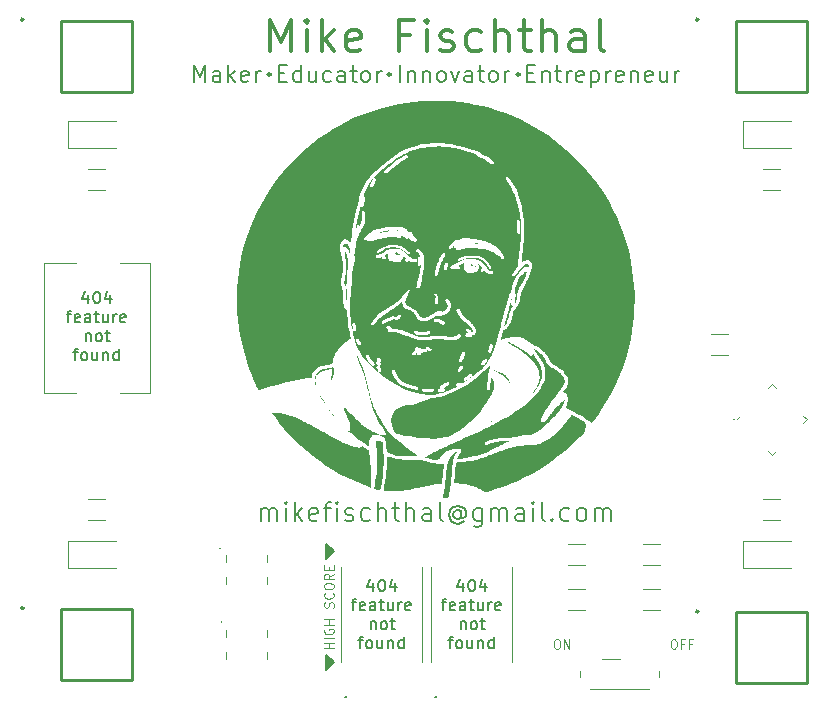
<source format=gbr>
%TF.GenerationSoftware,KiCad,Pcbnew,(6.0.0)*%
%TF.CreationDate,2022-05-08T17:08:30-04:00*%
%TF.ProjectId,QR_ATTINY3217,51525f41-5454-4494-9e59-333231372e6b,rev?*%
%TF.SameCoordinates,Original*%
%TF.FileFunction,Legend,Top*%
%TF.FilePolarity,Positive*%
%FSLAX46Y46*%
G04 Gerber Fmt 4.6, Leading zero omitted, Abs format (unit mm)*
G04 Created by KiCad (PCBNEW (6.0.0)) date 2022-05-08 17:08:30*
%MOMM*%
%LPD*%
G01*
G04 APERTURE LIST*
%ADD10C,0.254605*%
%ADD11C,0.150000*%
%ADD12C,0.100000*%
%ADD13C,0.200000*%
%ADD14C,0.350000*%
%ADD15C,0.300000*%
%ADD16C,0.120000*%
%ADD17C,0.254000*%
G04 APERTURE END LIST*
D10*
X132842302Y-74930000D02*
G75*
G03*
X132842302Y-74930000I-127302J0D01*
G01*
X153924302Y-74930000D02*
G75*
G03*
X153924302Y-74930000I-127302J0D01*
G01*
X143002302Y-74930000D02*
G75*
G03*
X143002302Y-74930000I-127302J0D01*
G01*
D11*
X117348095Y-93636714D02*
X117348095Y-94303380D01*
X117110000Y-93255761D02*
X116871904Y-93970047D01*
X117490952Y-93970047D01*
X118062380Y-93303380D02*
X118157619Y-93303380D01*
X118252857Y-93351000D01*
X118300476Y-93398619D01*
X118348095Y-93493857D01*
X118395714Y-93684333D01*
X118395714Y-93922428D01*
X118348095Y-94112904D01*
X118300476Y-94208142D01*
X118252857Y-94255761D01*
X118157619Y-94303380D01*
X118062380Y-94303380D01*
X117967142Y-94255761D01*
X117919523Y-94208142D01*
X117871904Y-94112904D01*
X117824285Y-93922428D01*
X117824285Y-93684333D01*
X117871904Y-93493857D01*
X117919523Y-93398619D01*
X117967142Y-93351000D01*
X118062380Y-93303380D01*
X119252857Y-93636714D02*
X119252857Y-94303380D01*
X119014761Y-93255761D02*
X118776666Y-93970047D01*
X119395714Y-93970047D01*
X115562380Y-95246714D02*
X115943333Y-95246714D01*
X115705238Y-95913380D02*
X115705238Y-95056238D01*
X115752857Y-94961000D01*
X115848095Y-94913380D01*
X115943333Y-94913380D01*
X116657619Y-95865761D02*
X116562380Y-95913380D01*
X116371904Y-95913380D01*
X116276666Y-95865761D01*
X116229047Y-95770523D01*
X116229047Y-95389571D01*
X116276666Y-95294333D01*
X116371904Y-95246714D01*
X116562380Y-95246714D01*
X116657619Y-95294333D01*
X116705238Y-95389571D01*
X116705238Y-95484809D01*
X116229047Y-95580047D01*
X117562380Y-95913380D02*
X117562380Y-95389571D01*
X117514761Y-95294333D01*
X117419523Y-95246714D01*
X117229047Y-95246714D01*
X117133809Y-95294333D01*
X117562380Y-95865761D02*
X117467142Y-95913380D01*
X117229047Y-95913380D01*
X117133809Y-95865761D01*
X117086190Y-95770523D01*
X117086190Y-95675285D01*
X117133809Y-95580047D01*
X117229047Y-95532428D01*
X117467142Y-95532428D01*
X117562380Y-95484809D01*
X117895714Y-95246714D02*
X118276666Y-95246714D01*
X118038571Y-94913380D02*
X118038571Y-95770523D01*
X118086190Y-95865761D01*
X118181428Y-95913380D01*
X118276666Y-95913380D01*
X119038571Y-95246714D02*
X119038571Y-95913380D01*
X118610000Y-95246714D02*
X118610000Y-95770523D01*
X118657619Y-95865761D01*
X118752857Y-95913380D01*
X118895714Y-95913380D01*
X118990952Y-95865761D01*
X119038571Y-95818142D01*
X119514761Y-95913380D02*
X119514761Y-95246714D01*
X119514761Y-95437190D02*
X119562380Y-95341952D01*
X119610000Y-95294333D01*
X119705238Y-95246714D01*
X119800476Y-95246714D01*
X120514761Y-95865761D02*
X120419523Y-95913380D01*
X120229047Y-95913380D01*
X120133809Y-95865761D01*
X120086190Y-95770523D01*
X120086190Y-95389571D01*
X120133809Y-95294333D01*
X120229047Y-95246714D01*
X120419523Y-95246714D01*
X120514761Y-95294333D01*
X120562380Y-95389571D01*
X120562380Y-95484809D01*
X120086190Y-95580047D01*
X117157619Y-96856714D02*
X117157619Y-97523380D01*
X117157619Y-96951952D02*
X117205238Y-96904333D01*
X117300476Y-96856714D01*
X117443333Y-96856714D01*
X117538571Y-96904333D01*
X117586190Y-96999571D01*
X117586190Y-97523380D01*
X118205238Y-97523380D02*
X118110000Y-97475761D01*
X118062380Y-97428142D01*
X118014761Y-97332904D01*
X118014761Y-97047190D01*
X118062380Y-96951952D01*
X118110000Y-96904333D01*
X118205238Y-96856714D01*
X118348095Y-96856714D01*
X118443333Y-96904333D01*
X118490952Y-96951952D01*
X118538571Y-97047190D01*
X118538571Y-97332904D01*
X118490952Y-97428142D01*
X118443333Y-97475761D01*
X118348095Y-97523380D01*
X118205238Y-97523380D01*
X118824285Y-96856714D02*
X119205238Y-96856714D01*
X118967142Y-96523380D02*
X118967142Y-97380523D01*
X119014761Y-97475761D01*
X119110000Y-97523380D01*
X119205238Y-97523380D01*
X116110000Y-98466714D02*
X116490952Y-98466714D01*
X116252857Y-99133380D02*
X116252857Y-98276238D01*
X116300476Y-98181000D01*
X116395714Y-98133380D01*
X116490952Y-98133380D01*
X116967142Y-99133380D02*
X116871904Y-99085761D01*
X116824285Y-99038142D01*
X116776666Y-98942904D01*
X116776666Y-98657190D01*
X116824285Y-98561952D01*
X116871904Y-98514333D01*
X116967142Y-98466714D01*
X117110000Y-98466714D01*
X117205238Y-98514333D01*
X117252857Y-98561952D01*
X117300476Y-98657190D01*
X117300476Y-98942904D01*
X117252857Y-99038142D01*
X117205238Y-99085761D01*
X117110000Y-99133380D01*
X116967142Y-99133380D01*
X118157619Y-98466714D02*
X118157619Y-99133380D01*
X117729047Y-98466714D02*
X117729047Y-98990523D01*
X117776666Y-99085761D01*
X117871904Y-99133380D01*
X118014761Y-99133380D01*
X118110000Y-99085761D01*
X118157619Y-99038142D01*
X118633809Y-98466714D02*
X118633809Y-99133380D01*
X118633809Y-98561952D02*
X118681428Y-98514333D01*
X118776666Y-98466714D01*
X118919523Y-98466714D01*
X119014761Y-98514333D01*
X119062380Y-98609571D01*
X119062380Y-99133380D01*
X119967142Y-99133380D02*
X119967142Y-98133380D01*
X119967142Y-99085761D02*
X119871904Y-99133380D01*
X119681428Y-99133380D01*
X119586190Y-99085761D01*
X119538571Y-99038142D01*
X119490952Y-98942904D01*
X119490952Y-98657190D01*
X119538571Y-98561952D01*
X119586190Y-98514333D01*
X119681428Y-98466714D01*
X119871904Y-98466714D01*
X119967142Y-98514333D01*
X149098095Y-118020714D02*
X149098095Y-118687380D01*
X148860000Y-117639761D02*
X148621904Y-118354047D01*
X149240952Y-118354047D01*
X149812380Y-117687380D02*
X149907619Y-117687380D01*
X150002857Y-117735000D01*
X150050476Y-117782619D01*
X150098095Y-117877857D01*
X150145714Y-118068333D01*
X150145714Y-118306428D01*
X150098095Y-118496904D01*
X150050476Y-118592142D01*
X150002857Y-118639761D01*
X149907619Y-118687380D01*
X149812380Y-118687380D01*
X149717142Y-118639761D01*
X149669523Y-118592142D01*
X149621904Y-118496904D01*
X149574285Y-118306428D01*
X149574285Y-118068333D01*
X149621904Y-117877857D01*
X149669523Y-117782619D01*
X149717142Y-117735000D01*
X149812380Y-117687380D01*
X151002857Y-118020714D02*
X151002857Y-118687380D01*
X150764761Y-117639761D02*
X150526666Y-118354047D01*
X151145714Y-118354047D01*
X147312380Y-119630714D02*
X147693333Y-119630714D01*
X147455238Y-120297380D02*
X147455238Y-119440238D01*
X147502857Y-119345000D01*
X147598095Y-119297380D01*
X147693333Y-119297380D01*
X148407619Y-120249761D02*
X148312380Y-120297380D01*
X148121904Y-120297380D01*
X148026666Y-120249761D01*
X147979047Y-120154523D01*
X147979047Y-119773571D01*
X148026666Y-119678333D01*
X148121904Y-119630714D01*
X148312380Y-119630714D01*
X148407619Y-119678333D01*
X148455238Y-119773571D01*
X148455238Y-119868809D01*
X147979047Y-119964047D01*
X149312380Y-120297380D02*
X149312380Y-119773571D01*
X149264761Y-119678333D01*
X149169523Y-119630714D01*
X148979047Y-119630714D01*
X148883809Y-119678333D01*
X149312380Y-120249761D02*
X149217142Y-120297380D01*
X148979047Y-120297380D01*
X148883809Y-120249761D01*
X148836190Y-120154523D01*
X148836190Y-120059285D01*
X148883809Y-119964047D01*
X148979047Y-119916428D01*
X149217142Y-119916428D01*
X149312380Y-119868809D01*
X149645714Y-119630714D02*
X150026666Y-119630714D01*
X149788571Y-119297380D02*
X149788571Y-120154523D01*
X149836190Y-120249761D01*
X149931428Y-120297380D01*
X150026666Y-120297380D01*
X150788571Y-119630714D02*
X150788571Y-120297380D01*
X150360000Y-119630714D02*
X150360000Y-120154523D01*
X150407619Y-120249761D01*
X150502857Y-120297380D01*
X150645714Y-120297380D01*
X150740952Y-120249761D01*
X150788571Y-120202142D01*
X151264761Y-120297380D02*
X151264761Y-119630714D01*
X151264761Y-119821190D02*
X151312380Y-119725952D01*
X151360000Y-119678333D01*
X151455238Y-119630714D01*
X151550476Y-119630714D01*
X152264761Y-120249761D02*
X152169523Y-120297380D01*
X151979047Y-120297380D01*
X151883809Y-120249761D01*
X151836190Y-120154523D01*
X151836190Y-119773571D01*
X151883809Y-119678333D01*
X151979047Y-119630714D01*
X152169523Y-119630714D01*
X152264761Y-119678333D01*
X152312380Y-119773571D01*
X152312380Y-119868809D01*
X151836190Y-119964047D01*
X148907619Y-121240714D02*
X148907619Y-121907380D01*
X148907619Y-121335952D02*
X148955238Y-121288333D01*
X149050476Y-121240714D01*
X149193333Y-121240714D01*
X149288571Y-121288333D01*
X149336190Y-121383571D01*
X149336190Y-121907380D01*
X149955238Y-121907380D02*
X149860000Y-121859761D01*
X149812380Y-121812142D01*
X149764761Y-121716904D01*
X149764761Y-121431190D01*
X149812380Y-121335952D01*
X149860000Y-121288333D01*
X149955238Y-121240714D01*
X150098095Y-121240714D01*
X150193333Y-121288333D01*
X150240952Y-121335952D01*
X150288571Y-121431190D01*
X150288571Y-121716904D01*
X150240952Y-121812142D01*
X150193333Y-121859761D01*
X150098095Y-121907380D01*
X149955238Y-121907380D01*
X150574285Y-121240714D02*
X150955238Y-121240714D01*
X150717142Y-120907380D02*
X150717142Y-121764523D01*
X150764761Y-121859761D01*
X150860000Y-121907380D01*
X150955238Y-121907380D01*
X147860000Y-122850714D02*
X148240952Y-122850714D01*
X148002857Y-123517380D02*
X148002857Y-122660238D01*
X148050476Y-122565000D01*
X148145714Y-122517380D01*
X148240952Y-122517380D01*
X148717142Y-123517380D02*
X148621904Y-123469761D01*
X148574285Y-123422142D01*
X148526666Y-123326904D01*
X148526666Y-123041190D01*
X148574285Y-122945952D01*
X148621904Y-122898333D01*
X148717142Y-122850714D01*
X148860000Y-122850714D01*
X148955238Y-122898333D01*
X149002857Y-122945952D01*
X149050476Y-123041190D01*
X149050476Y-123326904D01*
X149002857Y-123422142D01*
X148955238Y-123469761D01*
X148860000Y-123517380D01*
X148717142Y-123517380D01*
X149907619Y-122850714D02*
X149907619Y-123517380D01*
X149479047Y-122850714D02*
X149479047Y-123374523D01*
X149526666Y-123469761D01*
X149621904Y-123517380D01*
X149764761Y-123517380D01*
X149860000Y-123469761D01*
X149907619Y-123422142D01*
X150383809Y-122850714D02*
X150383809Y-123517380D01*
X150383809Y-122945952D02*
X150431428Y-122898333D01*
X150526666Y-122850714D01*
X150669523Y-122850714D01*
X150764761Y-122898333D01*
X150812380Y-122993571D01*
X150812380Y-123517380D01*
X151717142Y-123517380D02*
X151717142Y-122517380D01*
X151717142Y-123469761D02*
X151621904Y-123517380D01*
X151431428Y-123517380D01*
X151336190Y-123469761D01*
X151288571Y-123422142D01*
X151240952Y-123326904D01*
X151240952Y-123041190D01*
X151288571Y-122945952D01*
X151336190Y-122898333D01*
X151431428Y-122850714D01*
X151621904Y-122850714D01*
X151717142Y-122898333D01*
X141478095Y-118020714D02*
X141478095Y-118687380D01*
X141240000Y-117639761D02*
X141001904Y-118354047D01*
X141620952Y-118354047D01*
X142192380Y-117687380D02*
X142287619Y-117687380D01*
X142382857Y-117735000D01*
X142430476Y-117782619D01*
X142478095Y-117877857D01*
X142525714Y-118068333D01*
X142525714Y-118306428D01*
X142478095Y-118496904D01*
X142430476Y-118592142D01*
X142382857Y-118639761D01*
X142287619Y-118687380D01*
X142192380Y-118687380D01*
X142097142Y-118639761D01*
X142049523Y-118592142D01*
X142001904Y-118496904D01*
X141954285Y-118306428D01*
X141954285Y-118068333D01*
X142001904Y-117877857D01*
X142049523Y-117782619D01*
X142097142Y-117735000D01*
X142192380Y-117687380D01*
X143382857Y-118020714D02*
X143382857Y-118687380D01*
X143144761Y-117639761D02*
X142906666Y-118354047D01*
X143525714Y-118354047D01*
X139692380Y-119630714D02*
X140073333Y-119630714D01*
X139835238Y-120297380D02*
X139835238Y-119440238D01*
X139882857Y-119345000D01*
X139978095Y-119297380D01*
X140073333Y-119297380D01*
X140787619Y-120249761D02*
X140692380Y-120297380D01*
X140501904Y-120297380D01*
X140406666Y-120249761D01*
X140359047Y-120154523D01*
X140359047Y-119773571D01*
X140406666Y-119678333D01*
X140501904Y-119630714D01*
X140692380Y-119630714D01*
X140787619Y-119678333D01*
X140835238Y-119773571D01*
X140835238Y-119868809D01*
X140359047Y-119964047D01*
X141692380Y-120297380D02*
X141692380Y-119773571D01*
X141644761Y-119678333D01*
X141549523Y-119630714D01*
X141359047Y-119630714D01*
X141263809Y-119678333D01*
X141692380Y-120249761D02*
X141597142Y-120297380D01*
X141359047Y-120297380D01*
X141263809Y-120249761D01*
X141216190Y-120154523D01*
X141216190Y-120059285D01*
X141263809Y-119964047D01*
X141359047Y-119916428D01*
X141597142Y-119916428D01*
X141692380Y-119868809D01*
X142025714Y-119630714D02*
X142406666Y-119630714D01*
X142168571Y-119297380D02*
X142168571Y-120154523D01*
X142216190Y-120249761D01*
X142311428Y-120297380D01*
X142406666Y-120297380D01*
X143168571Y-119630714D02*
X143168571Y-120297380D01*
X142740000Y-119630714D02*
X142740000Y-120154523D01*
X142787619Y-120249761D01*
X142882857Y-120297380D01*
X143025714Y-120297380D01*
X143120952Y-120249761D01*
X143168571Y-120202142D01*
X143644761Y-120297380D02*
X143644761Y-119630714D01*
X143644761Y-119821190D02*
X143692380Y-119725952D01*
X143740000Y-119678333D01*
X143835238Y-119630714D01*
X143930476Y-119630714D01*
X144644761Y-120249761D02*
X144549523Y-120297380D01*
X144359047Y-120297380D01*
X144263809Y-120249761D01*
X144216190Y-120154523D01*
X144216190Y-119773571D01*
X144263809Y-119678333D01*
X144359047Y-119630714D01*
X144549523Y-119630714D01*
X144644761Y-119678333D01*
X144692380Y-119773571D01*
X144692380Y-119868809D01*
X144216190Y-119964047D01*
X141287619Y-121240714D02*
X141287619Y-121907380D01*
X141287619Y-121335952D02*
X141335238Y-121288333D01*
X141430476Y-121240714D01*
X141573333Y-121240714D01*
X141668571Y-121288333D01*
X141716190Y-121383571D01*
X141716190Y-121907380D01*
X142335238Y-121907380D02*
X142240000Y-121859761D01*
X142192380Y-121812142D01*
X142144761Y-121716904D01*
X142144761Y-121431190D01*
X142192380Y-121335952D01*
X142240000Y-121288333D01*
X142335238Y-121240714D01*
X142478095Y-121240714D01*
X142573333Y-121288333D01*
X142620952Y-121335952D01*
X142668571Y-121431190D01*
X142668571Y-121716904D01*
X142620952Y-121812142D01*
X142573333Y-121859761D01*
X142478095Y-121907380D01*
X142335238Y-121907380D01*
X142954285Y-121240714D02*
X143335238Y-121240714D01*
X143097142Y-120907380D02*
X143097142Y-121764523D01*
X143144761Y-121859761D01*
X143240000Y-121907380D01*
X143335238Y-121907380D01*
X140240000Y-122850714D02*
X140620952Y-122850714D01*
X140382857Y-123517380D02*
X140382857Y-122660238D01*
X140430476Y-122565000D01*
X140525714Y-122517380D01*
X140620952Y-122517380D01*
X141097142Y-123517380D02*
X141001904Y-123469761D01*
X140954285Y-123422142D01*
X140906666Y-123326904D01*
X140906666Y-123041190D01*
X140954285Y-122945952D01*
X141001904Y-122898333D01*
X141097142Y-122850714D01*
X141240000Y-122850714D01*
X141335238Y-122898333D01*
X141382857Y-122945952D01*
X141430476Y-123041190D01*
X141430476Y-123326904D01*
X141382857Y-123422142D01*
X141335238Y-123469761D01*
X141240000Y-123517380D01*
X141097142Y-123517380D01*
X142287619Y-122850714D02*
X142287619Y-123517380D01*
X141859047Y-122850714D02*
X141859047Y-123374523D01*
X141906666Y-123469761D01*
X142001904Y-123517380D01*
X142144761Y-123517380D01*
X142240000Y-123469761D01*
X142287619Y-123422142D01*
X142763809Y-122850714D02*
X142763809Y-123517380D01*
X142763809Y-122945952D02*
X142811428Y-122898333D01*
X142906666Y-122850714D01*
X143049523Y-122850714D01*
X143144761Y-122898333D01*
X143192380Y-122993571D01*
X143192380Y-123517380D01*
X144097142Y-123517380D02*
X144097142Y-122517380D01*
X144097142Y-123469761D02*
X144001904Y-123517380D01*
X143811428Y-123517380D01*
X143716190Y-123469761D01*
X143668571Y-123422142D01*
X143620952Y-123326904D01*
X143620952Y-123041190D01*
X143668571Y-122945952D01*
X143716190Y-122898333D01*
X143811428Y-122850714D01*
X144001904Y-122850714D01*
X144097142Y-122898333D01*
X138176000Y-124714000D02*
X137541000Y-125349000D01*
X137541000Y-125349000D02*
X137541000Y-124079000D01*
X137541000Y-124079000D02*
X138176000Y-124714000D01*
G36*
X138176000Y-124714000D02*
G01*
X137541000Y-125349000D01*
X137541000Y-124079000D01*
X138176000Y-124714000D01*
G37*
X138176000Y-124714000D02*
X137541000Y-125349000D01*
X137541000Y-124079000D01*
X138176000Y-124714000D01*
X138176000Y-115316000D02*
X137541000Y-115951000D01*
X137541000Y-115951000D02*
X137541000Y-114681000D01*
X137541000Y-114681000D02*
X138176000Y-115316000D01*
G36*
X138176000Y-115316000D02*
G01*
X137541000Y-115951000D01*
X137541000Y-114681000D01*
X138176000Y-115316000D01*
G37*
X138176000Y-115316000D02*
X137541000Y-115951000D01*
X137541000Y-114681000D01*
X138176000Y-115316000D01*
D12*
X138156904Y-123519761D02*
X137356904Y-123519761D01*
X137737857Y-123519761D02*
X137737857Y-123062619D01*
X138156904Y-123062619D02*
X137356904Y-123062619D01*
X138156904Y-122681666D02*
X137356904Y-122681666D01*
X137395000Y-121881666D02*
X137356904Y-121957857D01*
X137356904Y-122072142D01*
X137395000Y-122186428D01*
X137471190Y-122262619D01*
X137547380Y-122300714D01*
X137699761Y-122338809D01*
X137814047Y-122338809D01*
X137966428Y-122300714D01*
X138042619Y-122262619D01*
X138118809Y-122186428D01*
X138156904Y-122072142D01*
X138156904Y-121995952D01*
X138118809Y-121881666D01*
X138080714Y-121843571D01*
X137814047Y-121843571D01*
X137814047Y-121995952D01*
X138156904Y-121500714D02*
X137356904Y-121500714D01*
X137737857Y-121500714D02*
X137737857Y-121043571D01*
X138156904Y-121043571D02*
X137356904Y-121043571D01*
X138118809Y-120091190D02*
X138156904Y-119976904D01*
X138156904Y-119786428D01*
X138118809Y-119710238D01*
X138080714Y-119672142D01*
X138004523Y-119634047D01*
X137928333Y-119634047D01*
X137852142Y-119672142D01*
X137814047Y-119710238D01*
X137775952Y-119786428D01*
X137737857Y-119938809D01*
X137699761Y-120015000D01*
X137661666Y-120053095D01*
X137585476Y-120091190D01*
X137509285Y-120091190D01*
X137433095Y-120053095D01*
X137395000Y-120015000D01*
X137356904Y-119938809D01*
X137356904Y-119748333D01*
X137395000Y-119634047D01*
X138080714Y-118834047D02*
X138118809Y-118872142D01*
X138156904Y-118986428D01*
X138156904Y-119062619D01*
X138118809Y-119176904D01*
X138042619Y-119253095D01*
X137966428Y-119291190D01*
X137814047Y-119329285D01*
X137699761Y-119329285D01*
X137547380Y-119291190D01*
X137471190Y-119253095D01*
X137395000Y-119176904D01*
X137356904Y-119062619D01*
X137356904Y-118986428D01*
X137395000Y-118872142D01*
X137433095Y-118834047D01*
X137356904Y-118338809D02*
X137356904Y-118186428D01*
X137395000Y-118110238D01*
X137471190Y-118034047D01*
X137623571Y-117995952D01*
X137890238Y-117995952D01*
X138042619Y-118034047D01*
X138118809Y-118110238D01*
X138156904Y-118186428D01*
X138156904Y-118338809D01*
X138118809Y-118415000D01*
X138042619Y-118491190D01*
X137890238Y-118529285D01*
X137623571Y-118529285D01*
X137471190Y-118491190D01*
X137395000Y-118415000D01*
X137356904Y-118338809D01*
X138156904Y-117195952D02*
X137775952Y-117462619D01*
X138156904Y-117653095D02*
X137356904Y-117653095D01*
X137356904Y-117348333D01*
X137395000Y-117272142D01*
X137433095Y-117234047D01*
X137509285Y-117195952D01*
X137623571Y-117195952D01*
X137699761Y-117234047D01*
X137737857Y-117272142D01*
X137775952Y-117348333D01*
X137775952Y-117653095D01*
X137737857Y-116853095D02*
X137737857Y-116586428D01*
X138156904Y-116472142D02*
X138156904Y-116853095D01*
X137356904Y-116853095D01*
X137356904Y-116472142D01*
X156984761Y-122751904D02*
X157137142Y-122751904D01*
X157213333Y-122790000D01*
X157289523Y-122866190D01*
X157327619Y-123018571D01*
X157327619Y-123285238D01*
X157289523Y-123437619D01*
X157213333Y-123513809D01*
X157137142Y-123551904D01*
X156984761Y-123551904D01*
X156908571Y-123513809D01*
X156832380Y-123437619D01*
X156794285Y-123285238D01*
X156794285Y-123018571D01*
X156832380Y-122866190D01*
X156908571Y-122790000D01*
X156984761Y-122751904D01*
X157670476Y-123551904D02*
X157670476Y-122751904D01*
X158127619Y-123551904D01*
X158127619Y-122751904D01*
X166878095Y-122751904D02*
X167030476Y-122751904D01*
X167106666Y-122790000D01*
X167182857Y-122866190D01*
X167220952Y-123018571D01*
X167220952Y-123285238D01*
X167182857Y-123437619D01*
X167106666Y-123513809D01*
X167030476Y-123551904D01*
X166878095Y-123551904D01*
X166801904Y-123513809D01*
X166725714Y-123437619D01*
X166687619Y-123285238D01*
X166687619Y-123018571D01*
X166725714Y-122866190D01*
X166801904Y-122790000D01*
X166878095Y-122751904D01*
X167830476Y-123132857D02*
X167563809Y-123132857D01*
X167563809Y-123551904D02*
X167563809Y-122751904D01*
X167944761Y-122751904D01*
X168516190Y-123132857D02*
X168249523Y-123132857D01*
X168249523Y-123551904D02*
X168249523Y-122751904D01*
X168630476Y-122751904D01*
D11*
X172085001Y-104140000D02*
G75*
G03*
X172085001Y-104140000I-1J0D01*
G01*
X128651001Y-121285000D02*
G75*
G03*
X128651001Y-121285000I-1J0D01*
G01*
X128524001Y-115062000D02*
G75*
G03*
X128524001Y-115062000I-1J0D01*
G01*
D13*
X131992952Y-112737809D02*
X131992952Y-111671142D01*
X131992952Y-111823523D02*
X132069142Y-111747333D01*
X132221523Y-111671142D01*
X132450095Y-111671142D01*
X132602476Y-111747333D01*
X132678666Y-111899714D01*
X132678666Y-112737809D01*
X132678666Y-111899714D02*
X132754857Y-111747333D01*
X132907238Y-111671142D01*
X133135809Y-111671142D01*
X133288190Y-111747333D01*
X133364380Y-111899714D01*
X133364380Y-112737809D01*
X134126285Y-112737809D02*
X134126285Y-111671142D01*
X134126285Y-111137809D02*
X134050095Y-111214000D01*
X134126285Y-111290190D01*
X134202476Y-111214000D01*
X134126285Y-111137809D01*
X134126285Y-111290190D01*
X134888190Y-112737809D02*
X134888190Y-111137809D01*
X135040571Y-112128285D02*
X135497714Y-112737809D01*
X135497714Y-111671142D02*
X134888190Y-112280666D01*
X136792952Y-112661619D02*
X136640571Y-112737809D01*
X136335809Y-112737809D01*
X136183428Y-112661619D01*
X136107238Y-112509238D01*
X136107238Y-111899714D01*
X136183428Y-111747333D01*
X136335809Y-111671142D01*
X136640571Y-111671142D01*
X136792952Y-111747333D01*
X136869142Y-111899714D01*
X136869142Y-112052095D01*
X136107238Y-112204476D01*
X137326285Y-111671142D02*
X137935809Y-111671142D01*
X137554857Y-112737809D02*
X137554857Y-111366380D01*
X137631047Y-111214000D01*
X137783428Y-111137809D01*
X137935809Y-111137809D01*
X138469142Y-112737809D02*
X138469142Y-111671142D01*
X138469142Y-111137809D02*
X138392952Y-111214000D01*
X138469142Y-111290190D01*
X138545333Y-111214000D01*
X138469142Y-111137809D01*
X138469142Y-111290190D01*
X139154857Y-112661619D02*
X139307238Y-112737809D01*
X139612000Y-112737809D01*
X139764380Y-112661619D01*
X139840571Y-112509238D01*
X139840571Y-112433047D01*
X139764380Y-112280666D01*
X139612000Y-112204476D01*
X139383428Y-112204476D01*
X139231047Y-112128285D01*
X139154857Y-111975904D01*
X139154857Y-111899714D01*
X139231047Y-111747333D01*
X139383428Y-111671142D01*
X139612000Y-111671142D01*
X139764380Y-111747333D01*
X141212000Y-112661619D02*
X141059619Y-112737809D01*
X140754857Y-112737809D01*
X140602476Y-112661619D01*
X140526285Y-112585428D01*
X140450095Y-112433047D01*
X140450095Y-111975904D01*
X140526285Y-111823523D01*
X140602476Y-111747333D01*
X140754857Y-111671142D01*
X141059619Y-111671142D01*
X141212000Y-111747333D01*
X141897714Y-112737809D02*
X141897714Y-111137809D01*
X142583428Y-112737809D02*
X142583428Y-111899714D01*
X142507238Y-111747333D01*
X142354857Y-111671142D01*
X142126285Y-111671142D01*
X141973904Y-111747333D01*
X141897714Y-111823523D01*
X143116761Y-111671142D02*
X143726285Y-111671142D01*
X143345333Y-111137809D02*
X143345333Y-112509238D01*
X143421523Y-112661619D01*
X143573904Y-112737809D01*
X143726285Y-112737809D01*
X144259619Y-112737809D02*
X144259619Y-111137809D01*
X144945333Y-112737809D02*
X144945333Y-111899714D01*
X144869142Y-111747333D01*
X144716761Y-111671142D01*
X144488190Y-111671142D01*
X144335809Y-111747333D01*
X144259619Y-111823523D01*
X146392952Y-112737809D02*
X146392952Y-111899714D01*
X146316761Y-111747333D01*
X146164380Y-111671142D01*
X145859619Y-111671142D01*
X145707238Y-111747333D01*
X146392952Y-112661619D02*
X146240571Y-112737809D01*
X145859619Y-112737809D01*
X145707238Y-112661619D01*
X145631047Y-112509238D01*
X145631047Y-112356857D01*
X145707238Y-112204476D01*
X145859619Y-112128285D01*
X146240571Y-112128285D01*
X146392952Y-112052095D01*
X147383428Y-112737809D02*
X147231047Y-112661619D01*
X147154857Y-112509238D01*
X147154857Y-111137809D01*
X148983428Y-111975904D02*
X148907238Y-111899714D01*
X148754857Y-111823523D01*
X148602476Y-111823523D01*
X148450095Y-111899714D01*
X148373904Y-111975904D01*
X148297714Y-112128285D01*
X148297714Y-112280666D01*
X148373904Y-112433047D01*
X148450095Y-112509238D01*
X148602476Y-112585428D01*
X148754857Y-112585428D01*
X148907238Y-112509238D01*
X148983428Y-112433047D01*
X148983428Y-111823523D02*
X148983428Y-112433047D01*
X149059619Y-112509238D01*
X149135809Y-112509238D01*
X149288190Y-112433047D01*
X149364380Y-112280666D01*
X149364380Y-111899714D01*
X149212000Y-111671142D01*
X148983428Y-111518761D01*
X148678666Y-111442571D01*
X148373904Y-111518761D01*
X148145333Y-111671142D01*
X147992952Y-111899714D01*
X147916761Y-112204476D01*
X147992952Y-112509238D01*
X148145333Y-112737809D01*
X148373904Y-112890190D01*
X148678666Y-112966380D01*
X148983428Y-112890190D01*
X149212000Y-112737809D01*
X150735809Y-111671142D02*
X150735809Y-112966380D01*
X150659619Y-113118761D01*
X150583428Y-113194952D01*
X150431047Y-113271142D01*
X150202476Y-113271142D01*
X150050095Y-113194952D01*
X150735809Y-112661619D02*
X150583428Y-112737809D01*
X150278666Y-112737809D01*
X150126285Y-112661619D01*
X150050095Y-112585428D01*
X149973904Y-112433047D01*
X149973904Y-111975904D01*
X150050095Y-111823523D01*
X150126285Y-111747333D01*
X150278666Y-111671142D01*
X150583428Y-111671142D01*
X150735809Y-111747333D01*
X151497714Y-112737809D02*
X151497714Y-111671142D01*
X151497714Y-111823523D02*
X151573904Y-111747333D01*
X151726285Y-111671142D01*
X151954857Y-111671142D01*
X152107238Y-111747333D01*
X152183428Y-111899714D01*
X152183428Y-112737809D01*
X152183428Y-111899714D02*
X152259619Y-111747333D01*
X152412000Y-111671142D01*
X152640571Y-111671142D01*
X152792952Y-111747333D01*
X152869142Y-111899714D01*
X152869142Y-112737809D01*
X154316761Y-112737809D02*
X154316761Y-111899714D01*
X154240571Y-111747333D01*
X154088190Y-111671142D01*
X153783428Y-111671142D01*
X153631047Y-111747333D01*
X154316761Y-112661619D02*
X154164380Y-112737809D01*
X153783428Y-112737809D01*
X153631047Y-112661619D01*
X153554857Y-112509238D01*
X153554857Y-112356857D01*
X153631047Y-112204476D01*
X153783428Y-112128285D01*
X154164380Y-112128285D01*
X154316761Y-112052095D01*
X155078666Y-112737809D02*
X155078666Y-111671142D01*
X155078666Y-111137809D02*
X155002476Y-111214000D01*
X155078666Y-111290190D01*
X155154857Y-111214000D01*
X155078666Y-111137809D01*
X155078666Y-111290190D01*
X156069142Y-112737809D02*
X155916761Y-112661619D01*
X155840571Y-112509238D01*
X155840571Y-111137809D01*
X156678666Y-112585428D02*
X156754857Y-112661619D01*
X156678666Y-112737809D01*
X156602476Y-112661619D01*
X156678666Y-112585428D01*
X156678666Y-112737809D01*
X158126285Y-112661619D02*
X157973904Y-112737809D01*
X157669142Y-112737809D01*
X157516761Y-112661619D01*
X157440571Y-112585428D01*
X157364380Y-112433047D01*
X157364380Y-111975904D01*
X157440571Y-111823523D01*
X157516761Y-111747333D01*
X157669142Y-111671142D01*
X157973904Y-111671142D01*
X158126285Y-111747333D01*
X159040571Y-112737809D02*
X158888190Y-112661619D01*
X158812000Y-112585428D01*
X158735809Y-112433047D01*
X158735809Y-111975904D01*
X158812000Y-111823523D01*
X158888190Y-111747333D01*
X159040571Y-111671142D01*
X159269142Y-111671142D01*
X159421523Y-111747333D01*
X159497714Y-111823523D01*
X159573904Y-111975904D01*
X159573904Y-112433047D01*
X159497714Y-112585428D01*
X159421523Y-112661619D01*
X159269142Y-112737809D01*
X159040571Y-112737809D01*
X160259619Y-112737809D02*
X160259619Y-111671142D01*
X160259619Y-111823523D02*
X160335809Y-111747333D01*
X160488190Y-111671142D01*
X160716761Y-111671142D01*
X160869142Y-111747333D01*
X160945333Y-111899714D01*
X160945333Y-112737809D01*
X160945333Y-111899714D02*
X161021523Y-111747333D01*
X161173904Y-111671142D01*
X161402476Y-111671142D01*
X161554857Y-111747333D01*
X161631047Y-111899714D01*
X161631047Y-112737809D01*
D11*
X126378666Y-75563333D02*
X126378666Y-74163333D01*
X126845333Y-75163333D01*
X127311999Y-74163333D01*
X127311999Y-75563333D01*
X128578666Y-75563333D02*
X128578666Y-74830000D01*
X128511999Y-74696666D01*
X128378666Y-74630000D01*
X128111999Y-74630000D01*
X127978666Y-74696666D01*
X128578666Y-75496666D02*
X128445333Y-75563333D01*
X128111999Y-75563333D01*
X127978666Y-75496666D01*
X127911999Y-75363333D01*
X127911999Y-75230000D01*
X127978666Y-75096666D01*
X128111999Y-75030000D01*
X128445333Y-75030000D01*
X128578666Y-74963333D01*
X129245333Y-75563333D02*
X129245333Y-74163333D01*
X129378666Y-75030000D02*
X129778666Y-75563333D01*
X129778666Y-74630000D02*
X129245333Y-75163333D01*
X130911999Y-75496666D02*
X130778666Y-75563333D01*
X130511999Y-75563333D01*
X130378666Y-75496666D01*
X130311999Y-75363333D01*
X130311999Y-74830000D01*
X130378666Y-74696666D01*
X130511999Y-74630000D01*
X130778666Y-74630000D01*
X130911999Y-74696666D01*
X130978666Y-74830000D01*
X130978666Y-74963333D01*
X130311999Y-75096666D01*
X131578666Y-75563333D02*
X131578666Y-74630000D01*
X131578666Y-74896666D02*
X131645333Y-74763333D01*
X131711999Y-74696666D01*
X131845333Y-74630000D01*
X131978666Y-74630000D01*
X133511999Y-74830000D02*
X133978666Y-74830000D01*
X134178666Y-75563333D02*
X133511999Y-75563333D01*
X133511999Y-74163333D01*
X134178666Y-74163333D01*
X135378666Y-75563333D02*
X135378666Y-74163333D01*
X135378666Y-75496666D02*
X135245333Y-75563333D01*
X134978666Y-75563333D01*
X134845333Y-75496666D01*
X134778666Y-75430000D01*
X134711999Y-75296666D01*
X134711999Y-74896666D01*
X134778666Y-74763333D01*
X134845333Y-74696666D01*
X134978666Y-74630000D01*
X135245333Y-74630000D01*
X135378666Y-74696666D01*
X136645333Y-74630000D02*
X136645333Y-75563333D01*
X136045333Y-74630000D02*
X136045333Y-75363333D01*
X136111999Y-75496666D01*
X136245333Y-75563333D01*
X136445333Y-75563333D01*
X136578666Y-75496666D01*
X136645333Y-75430000D01*
X137911999Y-75496666D02*
X137778666Y-75563333D01*
X137511999Y-75563333D01*
X137378666Y-75496666D01*
X137311999Y-75430000D01*
X137245333Y-75296666D01*
X137245333Y-74896666D01*
X137311999Y-74763333D01*
X137378666Y-74696666D01*
X137511999Y-74630000D01*
X137778666Y-74630000D01*
X137911999Y-74696666D01*
X139111999Y-75563333D02*
X139111999Y-74830000D01*
X139045333Y-74696666D01*
X138911999Y-74630000D01*
X138645333Y-74630000D01*
X138511999Y-74696666D01*
X139111999Y-75496666D02*
X138978666Y-75563333D01*
X138645333Y-75563333D01*
X138511999Y-75496666D01*
X138445333Y-75363333D01*
X138445333Y-75230000D01*
X138511999Y-75096666D01*
X138645333Y-75030000D01*
X138978666Y-75030000D01*
X139111999Y-74963333D01*
X139578666Y-74630000D02*
X140111999Y-74630000D01*
X139778666Y-74163333D02*
X139778666Y-75363333D01*
X139845333Y-75496666D01*
X139978666Y-75563333D01*
X140111999Y-75563333D01*
X140778666Y-75563333D02*
X140645333Y-75496666D01*
X140578666Y-75430000D01*
X140511999Y-75296666D01*
X140511999Y-74896666D01*
X140578666Y-74763333D01*
X140645333Y-74696666D01*
X140778666Y-74630000D01*
X140978666Y-74630000D01*
X141111999Y-74696666D01*
X141178666Y-74763333D01*
X141245333Y-74896666D01*
X141245333Y-75296666D01*
X141178666Y-75430000D01*
X141111999Y-75496666D01*
X140978666Y-75563333D01*
X140778666Y-75563333D01*
X141845333Y-75563333D02*
X141845333Y-74630000D01*
X141845333Y-74896666D02*
X141911999Y-74763333D01*
X141978666Y-74696666D01*
X142111999Y-74630000D01*
X142245333Y-74630000D01*
X143778666Y-75563333D02*
X143778666Y-74163333D01*
X144445333Y-74630000D02*
X144445333Y-75563333D01*
X144445333Y-74763333D02*
X144511999Y-74696666D01*
X144645333Y-74630000D01*
X144845333Y-74630000D01*
X144978666Y-74696666D01*
X145045333Y-74830000D01*
X145045333Y-75563333D01*
X145711999Y-74630000D02*
X145711999Y-75563333D01*
X145711999Y-74763333D02*
X145778666Y-74696666D01*
X145911999Y-74630000D01*
X146111999Y-74630000D01*
X146245333Y-74696666D01*
X146311999Y-74830000D01*
X146311999Y-75563333D01*
X147178666Y-75563333D02*
X147045333Y-75496666D01*
X146978666Y-75430000D01*
X146911999Y-75296666D01*
X146911999Y-74896666D01*
X146978666Y-74763333D01*
X147045333Y-74696666D01*
X147178666Y-74630000D01*
X147378666Y-74630000D01*
X147511999Y-74696666D01*
X147578666Y-74763333D01*
X147645333Y-74896666D01*
X147645333Y-75296666D01*
X147578666Y-75430000D01*
X147511999Y-75496666D01*
X147378666Y-75563333D01*
X147178666Y-75563333D01*
X148111999Y-74630000D02*
X148445333Y-75563333D01*
X148778666Y-74630000D01*
X149911999Y-75563333D02*
X149911999Y-74830000D01*
X149845333Y-74696666D01*
X149711999Y-74630000D01*
X149445333Y-74630000D01*
X149311999Y-74696666D01*
X149911999Y-75496666D02*
X149778666Y-75563333D01*
X149445333Y-75563333D01*
X149311999Y-75496666D01*
X149245333Y-75363333D01*
X149245333Y-75230000D01*
X149311999Y-75096666D01*
X149445333Y-75030000D01*
X149778666Y-75030000D01*
X149911999Y-74963333D01*
X150378666Y-74630000D02*
X150912000Y-74630000D01*
X150578666Y-74163333D02*
X150578666Y-75363333D01*
X150645333Y-75496666D01*
X150778666Y-75563333D01*
X150912000Y-75563333D01*
X151578666Y-75563333D02*
X151445333Y-75496666D01*
X151378666Y-75430000D01*
X151312000Y-75296666D01*
X151312000Y-74896666D01*
X151378666Y-74763333D01*
X151445333Y-74696666D01*
X151578666Y-74630000D01*
X151778666Y-74630000D01*
X151912000Y-74696666D01*
X151978666Y-74763333D01*
X152045333Y-74896666D01*
X152045333Y-75296666D01*
X151978666Y-75430000D01*
X151912000Y-75496666D01*
X151778666Y-75563333D01*
X151578666Y-75563333D01*
X152645333Y-75563333D02*
X152645333Y-74630000D01*
X152645333Y-74896666D02*
X152712000Y-74763333D01*
X152778666Y-74696666D01*
X152912000Y-74630000D01*
X153045333Y-74630000D01*
X154578666Y-74830000D02*
X155045333Y-74830000D01*
X155245333Y-75563333D02*
X154578666Y-75563333D01*
X154578666Y-74163333D01*
X155245333Y-74163333D01*
X155845333Y-74630000D02*
X155845333Y-75563333D01*
X155845333Y-74763333D02*
X155912000Y-74696666D01*
X156045333Y-74630000D01*
X156245333Y-74630000D01*
X156378666Y-74696666D01*
X156445333Y-74830000D01*
X156445333Y-75563333D01*
X156912000Y-74630000D02*
X157445333Y-74630000D01*
X157112000Y-74163333D02*
X157112000Y-75363333D01*
X157178666Y-75496666D01*
X157312000Y-75563333D01*
X157445333Y-75563333D01*
X157912000Y-75563333D02*
X157912000Y-74630000D01*
X157912000Y-74896666D02*
X157978666Y-74763333D01*
X158045333Y-74696666D01*
X158178666Y-74630000D01*
X158312000Y-74630000D01*
X159312000Y-75496666D02*
X159178666Y-75563333D01*
X158912000Y-75563333D01*
X158778666Y-75496666D01*
X158712000Y-75363333D01*
X158712000Y-74830000D01*
X158778666Y-74696666D01*
X158912000Y-74630000D01*
X159178666Y-74630000D01*
X159312000Y-74696666D01*
X159378666Y-74830000D01*
X159378666Y-74963333D01*
X158712000Y-75096666D01*
X159978666Y-74630000D02*
X159978666Y-76030000D01*
X159978666Y-74696666D02*
X160112000Y-74630000D01*
X160378666Y-74630000D01*
X160512000Y-74696666D01*
X160578666Y-74763333D01*
X160645333Y-74896666D01*
X160645333Y-75296666D01*
X160578666Y-75430000D01*
X160512000Y-75496666D01*
X160378666Y-75563333D01*
X160112000Y-75563333D01*
X159978666Y-75496666D01*
X161245333Y-75563333D02*
X161245333Y-74630000D01*
X161245333Y-74896666D02*
X161312000Y-74763333D01*
X161378666Y-74696666D01*
X161512000Y-74630000D01*
X161645333Y-74630000D01*
X162645333Y-75496666D02*
X162512000Y-75563333D01*
X162245333Y-75563333D01*
X162112000Y-75496666D01*
X162045333Y-75363333D01*
X162045333Y-74830000D01*
X162112000Y-74696666D01*
X162245333Y-74630000D01*
X162512000Y-74630000D01*
X162645333Y-74696666D01*
X162712000Y-74830000D01*
X162712000Y-74963333D01*
X162045333Y-75096666D01*
X163312000Y-74630000D02*
X163312000Y-75563333D01*
X163312000Y-74763333D02*
X163378666Y-74696666D01*
X163512000Y-74630000D01*
X163712000Y-74630000D01*
X163845333Y-74696666D01*
X163912000Y-74830000D01*
X163912000Y-75563333D01*
X165112000Y-75496666D02*
X164978666Y-75563333D01*
X164712000Y-75563333D01*
X164578666Y-75496666D01*
X164512000Y-75363333D01*
X164512000Y-74830000D01*
X164578666Y-74696666D01*
X164712000Y-74630000D01*
X164978666Y-74630000D01*
X165112000Y-74696666D01*
X165178666Y-74830000D01*
X165178666Y-74963333D01*
X164512000Y-75096666D01*
X166378666Y-74630000D02*
X166378666Y-75563333D01*
X165778666Y-74630000D02*
X165778666Y-75363333D01*
X165845333Y-75496666D01*
X165978666Y-75563333D01*
X166178666Y-75563333D01*
X166312000Y-75496666D01*
X166378666Y-75430000D01*
X167045333Y-75563333D02*
X167045333Y-74630000D01*
X167045333Y-74896666D02*
X167112000Y-74763333D01*
X167178666Y-74696666D01*
X167312000Y-74630000D01*
X167445333Y-74630000D01*
D14*
X132797714Y-72976428D02*
X132797714Y-70276428D01*
X133697714Y-72205000D01*
X134597714Y-70276428D01*
X134597714Y-72976428D01*
X135883428Y-72976428D02*
X135883428Y-71176428D01*
X135883428Y-70276428D02*
X135754857Y-70405000D01*
X135883428Y-70533571D01*
X136012000Y-70405000D01*
X135883428Y-70276428D01*
X135883428Y-70533571D01*
X137169142Y-72976428D02*
X137169142Y-70276428D01*
X137426285Y-71947857D02*
X138197714Y-72976428D01*
X138197714Y-71176428D02*
X137169142Y-72205000D01*
X140383428Y-72847857D02*
X140126285Y-72976428D01*
X139612000Y-72976428D01*
X139354857Y-72847857D01*
X139226285Y-72590714D01*
X139226285Y-71562142D01*
X139354857Y-71305000D01*
X139612000Y-71176428D01*
X140126285Y-71176428D01*
X140383428Y-71305000D01*
X140512000Y-71562142D01*
X140512000Y-71819285D01*
X139226285Y-72076428D01*
X144626285Y-71562142D02*
X143726285Y-71562142D01*
X143726285Y-72976428D02*
X143726285Y-70276428D01*
X145012000Y-70276428D01*
X146040571Y-72976428D02*
X146040571Y-71176428D01*
X146040571Y-70276428D02*
X145912000Y-70405000D01*
X146040571Y-70533571D01*
X146169142Y-70405000D01*
X146040571Y-70276428D01*
X146040571Y-70533571D01*
X147197714Y-72847857D02*
X147454857Y-72976428D01*
X147969142Y-72976428D01*
X148226285Y-72847857D01*
X148354857Y-72590714D01*
X148354857Y-72462142D01*
X148226285Y-72205000D01*
X147969142Y-72076428D01*
X147583428Y-72076428D01*
X147326285Y-71947857D01*
X147197714Y-71690714D01*
X147197714Y-71562142D01*
X147326285Y-71305000D01*
X147583428Y-71176428D01*
X147969142Y-71176428D01*
X148226285Y-71305000D01*
X150669142Y-72847857D02*
X150412000Y-72976428D01*
X149897714Y-72976428D01*
X149640571Y-72847857D01*
X149512000Y-72719285D01*
X149383428Y-72462142D01*
X149383428Y-71690714D01*
X149512000Y-71433571D01*
X149640571Y-71305000D01*
X149897714Y-71176428D01*
X150412000Y-71176428D01*
X150669142Y-71305000D01*
X151826285Y-72976428D02*
X151826285Y-70276428D01*
X152983428Y-72976428D02*
X152983428Y-71562142D01*
X152854857Y-71305000D01*
X152597714Y-71176428D01*
X152212000Y-71176428D01*
X151954857Y-71305000D01*
X151826285Y-71433571D01*
X153883428Y-71176428D02*
X154912000Y-71176428D01*
X154269142Y-70276428D02*
X154269142Y-72590714D01*
X154397714Y-72847857D01*
X154654857Y-72976428D01*
X154912000Y-72976428D01*
X155812000Y-72976428D02*
X155812000Y-70276428D01*
X156969142Y-72976428D02*
X156969142Y-71562142D01*
X156840571Y-71305000D01*
X156583428Y-71176428D01*
X156197714Y-71176428D01*
X155940571Y-71305000D01*
X155812000Y-71433571D01*
X159412000Y-72976428D02*
X159412000Y-71562142D01*
X159283428Y-71305000D01*
X159026285Y-71176428D01*
X158512000Y-71176428D01*
X158254857Y-71305000D01*
X159412000Y-72847857D02*
X159154857Y-72976428D01*
X158512000Y-72976428D01*
X158254857Y-72847857D01*
X158126285Y-72590714D01*
X158126285Y-72333571D01*
X158254857Y-72076428D01*
X158512000Y-71947857D01*
X159154857Y-71947857D01*
X159412000Y-71819285D01*
X161083428Y-72976428D02*
X160826285Y-72847857D01*
X160697714Y-72590714D01*
X160697714Y-70276428D01*
D15*
%TO.C,G\u002A\u002A\u002A*%
X145462037Y-93218000D02*
X145316894Y-93145428D01*
X145099180Y-93145428D01*
X144881466Y-93218000D01*
X144736323Y-93363142D01*
X144663751Y-93508285D01*
X144591180Y-93798571D01*
X144591180Y-94016285D01*
X144663751Y-94306571D01*
X144736323Y-94451714D01*
X144881466Y-94596857D01*
X145099180Y-94669428D01*
X145244323Y-94669428D01*
X145462037Y-94596857D01*
X145534609Y-94524285D01*
X145534609Y-94016285D01*
X145244323Y-94016285D01*
X146405466Y-93145428D02*
X146405466Y-93508285D01*
X146042609Y-93363142D02*
X146405466Y-93508285D01*
X146768323Y-93363142D01*
X146187751Y-93798571D02*
X146405466Y-93508285D01*
X146623180Y-93798571D01*
X147566609Y-93145428D02*
X147566609Y-93508285D01*
X147203751Y-93363142D02*
X147566609Y-93508285D01*
X147929466Y-93363142D01*
X147348894Y-93798571D02*
X147566609Y-93508285D01*
X147784323Y-93798571D01*
X148727751Y-93145428D02*
X148727751Y-93508285D01*
X148364894Y-93363142D02*
X148727751Y-93508285D01*
X149090609Y-93363142D01*
X148510037Y-93798571D02*
X148727751Y-93508285D01*
X148945466Y-93798571D01*
G36*
X144147276Y-101523805D02*
G01*
X143947206Y-101436858D01*
X143748956Y-101341477D01*
X143550155Y-101236213D01*
X143348433Y-101119614D01*
X143141421Y-100990230D01*
X142926748Y-100846609D01*
X142702044Y-100687300D01*
X142464939Y-100510853D01*
X142213064Y-100315816D01*
X142095716Y-100222754D01*
X141925898Y-100085403D01*
X141773250Y-99957831D01*
X141631860Y-99834777D01*
X141495815Y-99710982D01*
X141359203Y-99581189D01*
X141218372Y-99442400D01*
X141036527Y-99255045D01*
X140874987Y-99076528D01*
X140730039Y-98902199D01*
X140662156Y-98812358D01*
X140899989Y-98812358D01*
X140913044Y-98871130D01*
X140930355Y-98904447D01*
X140960829Y-98955452D01*
X141001405Y-99019570D01*
X141049021Y-99092221D01*
X141100616Y-99168832D01*
X141153131Y-99244823D01*
X141203503Y-99315619D01*
X141248673Y-99376643D01*
X141266904Y-99400228D01*
X141323399Y-99471262D01*
X141366680Y-99523223D01*
X141400094Y-99559052D01*
X141426990Y-99581692D01*
X141450714Y-99594084D01*
X141474615Y-99599168D01*
X141494214Y-99599957D01*
X141538110Y-99594908D01*
X141574762Y-99582444D01*
X141579991Y-99579252D01*
X141608875Y-99545379D01*
X141628788Y-99496839D01*
X141635487Y-99446106D01*
X141632687Y-99424332D01*
X141620588Y-99399133D01*
X141594792Y-99358726D01*
X141573111Y-99328376D01*
X141763177Y-99328376D01*
X141764936Y-99357535D01*
X141772831Y-99382126D01*
X141790792Y-99408498D01*
X141822746Y-99443000D01*
X141852017Y-99471951D01*
X141893219Y-99512936D01*
X141916326Y-99538676D01*
X141923529Y-99552569D01*
X141917016Y-99558010D01*
X141907883Y-99558633D01*
X141864487Y-99571061D01*
X141828401Y-99603439D01*
X141803299Y-99648410D01*
X141792851Y-99698617D01*
X141800732Y-99746702D01*
X141807404Y-99759918D01*
X141851552Y-99833412D01*
X141883151Y-99889270D01*
X141904854Y-99932830D01*
X141919315Y-99969432D01*
X141929185Y-100004414D01*
X141929452Y-100005555D01*
X141950010Y-100069657D01*
X141978571Y-100110361D01*
X142019319Y-100131554D01*
X142071171Y-100137158D01*
X142122795Y-100132981D01*
X142158220Y-100118398D01*
X142172078Y-100107208D01*
X142195814Y-100067146D01*
X142198676Y-100047965D01*
X143085520Y-100047965D01*
X143087629Y-100073080D01*
X143095052Y-100102567D01*
X143109436Y-100140225D01*
X143132425Y-100189849D01*
X143165667Y-100255238D01*
X143210805Y-100340187D01*
X143217825Y-100353221D01*
X143299797Y-100501738D01*
X143373956Y-100628153D01*
X143442665Y-100735964D01*
X143508286Y-100828670D01*
X143573180Y-100909771D01*
X143639710Y-100982764D01*
X143649715Y-100992967D01*
X143725187Y-101065026D01*
X143802629Y-101129616D01*
X143884915Y-101188078D01*
X143974916Y-101241751D01*
X144075506Y-101291975D01*
X144189556Y-101340092D01*
X144319941Y-101387441D01*
X144469532Y-101435361D01*
X144641202Y-101485195D01*
X144793546Y-101526590D01*
X144914186Y-101557901D01*
X145011465Y-101581386D01*
X145088285Y-101597538D01*
X145147549Y-101606849D01*
X145192158Y-101609812D01*
X145225014Y-101606920D01*
X145240597Y-101602463D01*
X145267447Y-101579586D01*
X145289329Y-101538677D01*
X145301818Y-101489248D01*
X145303199Y-101467840D01*
X145301653Y-101438283D01*
X145295124Y-101413648D01*
X145280774Y-101392480D01*
X145255764Y-101373325D01*
X145217256Y-101354730D01*
X145162413Y-101335240D01*
X145088396Y-101313402D01*
X144992368Y-101287760D01*
X144910990Y-101266886D01*
X144765715Y-101229346D01*
X144643264Y-101196247D01*
X144539523Y-101166261D01*
X144450377Y-101138063D01*
X144371711Y-101110327D01*
X144299413Y-101081726D01*
X144229366Y-101050935D01*
X144203292Y-101038767D01*
X144101950Y-100987041D01*
X144011332Y-100931752D01*
X143928918Y-100870077D01*
X143852187Y-100799195D01*
X143787809Y-100726640D01*
X149189988Y-100726640D01*
X149204341Y-100779317D01*
X149233215Y-100821072D01*
X149238161Y-100825282D01*
X149286356Y-100847978D01*
X149337513Y-100853254D01*
X149362030Y-100852200D01*
X149384647Y-100847581D01*
X149409485Y-100836990D01*
X149440662Y-100818019D01*
X149482299Y-100788261D01*
X149538514Y-100745309D01*
X149587038Y-100707440D01*
X149678025Y-100636161D01*
X149749690Y-100579645D01*
X149804338Y-100535587D01*
X149844272Y-100501684D01*
X149871796Y-100475630D01*
X149889215Y-100455121D01*
X149898831Y-100437854D01*
X149902949Y-100421522D01*
X149903872Y-100403823D01*
X149903850Y-100390539D01*
X149894875Y-100330272D01*
X149867131Y-100289444D01*
X149819385Y-100266922D01*
X149763288Y-100261321D01*
X149739354Y-100261732D01*
X149718466Y-100264213D01*
X149697216Y-100270844D01*
X149672192Y-100283707D01*
X149639984Y-100304882D01*
X149597181Y-100336451D01*
X149540374Y-100380495D01*
X149466152Y-100439094D01*
X149446662Y-100454531D01*
X149375746Y-100511615D01*
X149312142Y-100564551D01*
X149259092Y-100610499D01*
X149219835Y-100646621D01*
X149197612Y-100670076D01*
X149193971Y-100675926D01*
X149189988Y-100726640D01*
X143787809Y-100726640D01*
X143778618Y-100716282D01*
X143705690Y-100618517D01*
X143630884Y-100503078D01*
X143551678Y-100367143D01*
X143471832Y-100219805D01*
X143430609Y-100143375D01*
X143391387Y-100073675D01*
X143356751Y-100015070D01*
X143329287Y-99971926D01*
X143317880Y-99956905D01*
X148691702Y-99956905D01*
X148694251Y-100001289D01*
X148705194Y-100030386D01*
X148729473Y-100056242D01*
X148734082Y-100060175D01*
X148787222Y-100089501D01*
X148843268Y-100093709D01*
X148896200Y-100072546D01*
X148903388Y-100067255D01*
X148933990Y-100036893D01*
X148972720Y-99989617D01*
X149014365Y-99932617D01*
X149053711Y-99873083D01*
X149085548Y-99818206D01*
X149089482Y-99810565D01*
X149115248Y-99739813D01*
X149120003Y-99675849D01*
X149105179Y-99622359D01*
X149072209Y-99583026D01*
X149022526Y-99561536D01*
X148991543Y-99558633D01*
X148935266Y-99565575D01*
X148892798Y-99589317D01*
X148857868Y-99634236D01*
X148843061Y-99662270D01*
X148818704Y-99706408D01*
X148784965Y-99759972D01*
X148752241Y-99807061D01*
X148719552Y-99854124D01*
X148701144Y-99889976D01*
X148693164Y-99924147D01*
X148691702Y-99956905D01*
X143317880Y-99956905D01*
X143311580Y-99948609D01*
X143310695Y-99947760D01*
X143262902Y-99921277D01*
X143207426Y-99917299D01*
X143152181Y-99935626D01*
X143127900Y-99952428D01*
X143099574Y-99981628D01*
X143087538Y-100013616D01*
X143085520Y-100047965D01*
X142198676Y-100047965D01*
X142204357Y-100009890D01*
X142198991Y-99940327D01*
X142181003Y-99863339D01*
X142151677Y-99783811D01*
X142112298Y-99706628D01*
X142064152Y-99636672D01*
X142041314Y-99610287D01*
X142005962Y-99572408D01*
X142057809Y-99572408D01*
X142115011Y-99560357D01*
X142158099Y-99526514D01*
X142183962Y-99474345D01*
X142188229Y-99440515D01*
X150633893Y-99440515D01*
X150644888Y-99499067D01*
X150677434Y-99540743D01*
X150730876Y-99564969D01*
X150783345Y-99571320D01*
X150821578Y-99565608D01*
X150856439Y-99542821D01*
X150872879Y-99526648D01*
X150909398Y-99487538D01*
X150950361Y-99442837D01*
X150965283Y-99426320D01*
X151002427Y-99389161D01*
X151051015Y-99346012D01*
X151096140Y-99309636D01*
X151138070Y-99276935D01*
X151162808Y-99252832D01*
X151175304Y-99229532D01*
X151180505Y-99199241D01*
X151182205Y-99174074D01*
X151182568Y-99126268D01*
X151175036Y-99094875D01*
X151156956Y-99069266D01*
X151155699Y-99067916D01*
X151115172Y-99043013D01*
X151061215Y-99033736D01*
X151003160Y-99040195D01*
X150950340Y-99062500D01*
X150945944Y-99065440D01*
X150849949Y-99139954D01*
X150762299Y-99222613D01*
X150695626Y-99300173D01*
X150661500Y-99348746D01*
X150642475Y-99385984D01*
X150634731Y-99420572D01*
X150633893Y-99440515D01*
X142188229Y-99440515D01*
X142190184Y-99425014D01*
X142182373Y-99360636D01*
X142158055Y-99317246D01*
X142115906Y-99292843D01*
X142100102Y-99289021D01*
X142061287Y-99278460D01*
X142045984Y-99267500D01*
X142055155Y-99258945D01*
X142088619Y-99255596D01*
X142144713Y-99244122D01*
X142172078Y-99225647D01*
X142196210Y-99188172D01*
X142205459Y-99140808D01*
X142204715Y-99131531D01*
X148772338Y-99131531D01*
X148780722Y-99184548D01*
X148808722Y-99225479D01*
X148843221Y-99245824D01*
X148895393Y-99254811D01*
X148950826Y-99248976D01*
X148995983Y-99229901D01*
X148999071Y-99227596D01*
X149029569Y-99195731D01*
X149067056Y-99144751D01*
X149107703Y-99080878D01*
X149147676Y-99010330D01*
X149183145Y-98939329D01*
X149199155Y-98902798D01*
X149238456Y-98794163D01*
X149269924Y-98680738D01*
X149290340Y-98574635D01*
X149293750Y-98546809D01*
X149296292Y-98501533D01*
X149290032Y-98470713D01*
X149271690Y-98441815D01*
X149263735Y-98432114D01*
X149238053Y-98405479D01*
X149212173Y-98392322D01*
X149174741Y-98388054D01*
X149154055Y-98387809D01*
X149105292Y-98391209D01*
X149071192Y-98404500D01*
X149047362Y-98432322D01*
X149029410Y-98479315D01*
X149016487Y-98533083D01*
X148963446Y-98718981D01*
X148886288Y-98892134D01*
X148816486Y-99007657D01*
X148784087Y-99071032D01*
X148772338Y-99131531D01*
X142204715Y-99131531D01*
X142201436Y-99090645D01*
X142185754Y-99044772D01*
X142160026Y-99010281D01*
X142125864Y-98994259D01*
X142119370Y-98993883D01*
X142095630Y-98984638D01*
X142063269Y-98961157D01*
X142046471Y-98945672D01*
X142011083Y-98914845D01*
X141978392Y-98900720D01*
X141937674Y-98897462D01*
X141873281Y-98907892D01*
X141840794Y-98926011D01*
X141818900Y-98947398D01*
X141808035Y-98973296D01*
X141804613Y-99013809D01*
X141804500Y-99028262D01*
X141807750Y-99079357D01*
X141820052Y-99115863D01*
X141840161Y-99144344D01*
X141860910Y-99172371D01*
X141862152Y-99185122D01*
X141855160Y-99186724D01*
X141825632Y-99198998D01*
X141797055Y-99230473D01*
X141774632Y-99273135D01*
X141763570Y-99318967D01*
X141763177Y-99328376D01*
X141573111Y-99328376D01*
X141559288Y-99309026D01*
X141524626Y-99264103D01*
X141484192Y-99211414D01*
X141433438Y-99142115D01*
X141377008Y-99062728D01*
X141319548Y-98979772D01*
X141273897Y-98912125D01*
X141122090Y-98683959D01*
X141048337Y-98679735D01*
X141000411Y-98679364D01*
X140968979Y-98686827D01*
X140943487Y-98704739D01*
X140942085Y-98706044D01*
X140909782Y-98754113D01*
X140899989Y-98812358D01*
X140662156Y-98812358D01*
X140597968Y-98727407D01*
X140514900Y-98605815D01*
X144807397Y-98605815D01*
X144819881Y-98657933D01*
X144853736Y-98699653D01*
X144903293Y-98725830D01*
X144946669Y-98732169D01*
X144979709Y-98730111D01*
X145006285Y-98720958D01*
X145034348Y-98700240D01*
X145071853Y-98663490D01*
X145075374Y-98659853D01*
X145120389Y-98609015D01*
X145168143Y-98548507D01*
X145203842Y-98498004D01*
X145262426Y-98408471D01*
X145253571Y-98505266D01*
X145249640Y-98557140D01*
X145250778Y-98590652D01*
X145258799Y-98614796D01*
X145275519Y-98638567D01*
X145282069Y-98646454D01*
X145308899Y-98673937D01*
X145336237Y-98687009D01*
X145376203Y-98690764D01*
X145387696Y-98690846D01*
X145421382Y-98689875D01*
X145447242Y-98684424D01*
X145470767Y-98670686D01*
X145497452Y-98644853D01*
X145532791Y-98603118D01*
X145556322Y-98573978D01*
X145593000Y-98536784D01*
X145639626Y-98500098D01*
X145659630Y-98487234D01*
X145690356Y-98470448D01*
X145718732Y-98459583D01*
X145751990Y-98453368D01*
X145797361Y-98450530D01*
X145862074Y-98449800D01*
X145872583Y-98449794D01*
X145938946Y-98449408D01*
X145983513Y-98447539D01*
X146012035Y-98443123D01*
X146030260Y-98435096D01*
X146043939Y-98422393D01*
X146048206Y-98417275D01*
X146069484Y-98370948D01*
X146074566Y-98324298D01*
X146076196Y-98287852D01*
X146080310Y-98266321D01*
X146082579Y-98263839D01*
X146097622Y-98270313D01*
X146129499Y-98287312D01*
X146171409Y-98311206D01*
X146172850Y-98312050D01*
X146249801Y-98347894D01*
X146318225Y-98361586D01*
X146375687Y-98353738D01*
X146389669Y-98344607D01*
X151256460Y-98344607D01*
X151257023Y-98377863D01*
X151262891Y-98403035D01*
X151273673Y-98423820D01*
X151275877Y-98427056D01*
X151316624Y-98463679D01*
X151369194Y-98481871D01*
X151424591Y-98480478D01*
X151473819Y-98458348D01*
X151480036Y-98453237D01*
X151493733Y-98437817D01*
X151506687Y-98414691D01*
X151520211Y-98380011D01*
X151535620Y-98329928D01*
X151554229Y-98260596D01*
X151577225Y-98168676D01*
X151602459Y-98063920D01*
X151620687Y-97982143D01*
X151632125Y-97919739D01*
X151636992Y-97873100D01*
X151635504Y-97838623D01*
X151627878Y-97812699D01*
X151614333Y-97791723D01*
X151600791Y-97777425D01*
X151565918Y-97751702D01*
X151525321Y-97741394D01*
X151499884Y-97740412D01*
X151465253Y-97742222D01*
X151437306Y-97749765D01*
X151414192Y-97766212D01*
X151394058Y-97794732D01*
X151375053Y-97838497D01*
X151355324Y-97900676D01*
X151333021Y-97984439D01*
X151315089Y-98056780D01*
X151290516Y-98159353D01*
X151272815Y-98239050D01*
X151261593Y-98299568D01*
X151256460Y-98344607D01*
X146389669Y-98344607D01*
X146419754Y-98324959D01*
X146447990Y-98275861D01*
X146455802Y-98241088D01*
X146456058Y-98201737D01*
X146443364Y-98166733D01*
X146414627Y-98132453D01*
X146366752Y-98095271D01*
X146296647Y-98051564D01*
X146291418Y-98048510D01*
X146211054Y-98006596D01*
X146146140Y-97984441D01*
X146093373Y-97981622D01*
X146049449Y-97997720D01*
X146027465Y-98014858D01*
X146003986Y-98043483D01*
X145993656Y-98078241D01*
X145991919Y-98113828D01*
X145991919Y-98179404D01*
X145871393Y-98171662D01*
X145728617Y-98174930D01*
X145596070Y-98203701D01*
X145561469Y-98216069D01*
X145546509Y-98218181D01*
X145539382Y-98205244D01*
X145537387Y-98171470D01*
X145537364Y-98164406D01*
X145528960Y-98106334D01*
X145502663Y-98068032D01*
X145456840Y-98048105D01*
X145397599Y-98044725D01*
X145348861Y-98043421D01*
X145306656Y-98036310D01*
X145290882Y-98030468D01*
X145251083Y-98020143D01*
X145201070Y-98020759D01*
X145154314Y-98031175D01*
X145130270Y-98044071D01*
X145115700Y-98063518D01*
X145093652Y-98101528D01*
X145067835Y-98151486D01*
X145054763Y-98178686D01*
X145013844Y-98260275D01*
X144976390Y-98323738D01*
X144944042Y-98366666D01*
X144918441Y-98386649D01*
X144912329Y-98387809D01*
X144882980Y-98400530D01*
X144854852Y-98434591D01*
X144830907Y-98483838D01*
X144814107Y-98542117D01*
X144807413Y-98603274D01*
X144807397Y-98605815D01*
X140514900Y-98605815D01*
X140475061Y-98547501D01*
X140373378Y-98384346D01*
X140270751Y-98196581D01*
X140172260Y-97983894D01*
X140078619Y-97748698D01*
X139990541Y-97493405D01*
X139974594Y-97440191D01*
X140055151Y-97440191D01*
X140057432Y-97479512D01*
X140066532Y-97514229D01*
X140085839Y-97553148D01*
X140118309Y-97604433D01*
X140159631Y-97662701D01*
X140207184Y-97724037D01*
X140250548Y-97775022D01*
X140287417Y-97814051D01*
X140314280Y-97836664D01*
X140339113Y-97847314D01*
X140369893Y-97850455D01*
X140385895Y-97850607D01*
X140430025Y-97847889D01*
X140459173Y-97836322D01*
X140485652Y-97810785D01*
X140487820Y-97808227D01*
X140517146Y-97761898D01*
X140525089Y-97714862D01*
X140511041Y-97663098D01*
X140474395Y-97602584D01*
X140452393Y-97573933D01*
X140410958Y-97520515D01*
X140369467Y-97463895D01*
X140336608Y-97415947D01*
X140335449Y-97414148D01*
X140305568Y-97371858D01*
X140276079Y-97336922D01*
X140258841Y-97321171D01*
X140208230Y-97301358D01*
X140152888Y-97305486D01*
X140100463Y-97332884D01*
X140097531Y-97335292D01*
X140071381Y-97361158D01*
X140058860Y-97388443D01*
X140055228Y-97428885D01*
X140055151Y-97440191D01*
X139974594Y-97440191D01*
X139908738Y-97220430D01*
X139833923Y-96932184D01*
X139766810Y-96631081D01*
X139708112Y-96319534D01*
X139673279Y-96094967D01*
X139752632Y-96094967D01*
X139755013Y-96141190D01*
X139756896Y-96164323D01*
X139765692Y-96243859D01*
X139778583Y-96328607D01*
X139794387Y-96413289D01*
X139811919Y-96492627D01*
X139829998Y-96561343D01*
X139847439Y-96614159D01*
X139863060Y-96645797D01*
X139865472Y-96648713D01*
X139904230Y-96672209D01*
X139955931Y-96681520D01*
X140009862Y-96676586D01*
X140055315Y-96657347D01*
X140064594Y-96649833D01*
X140082562Y-96626239D01*
X140092859Y-96593936D01*
X140095452Y-96549221D01*
X140090312Y-96488391D01*
X140077408Y-96407742D01*
X140061898Y-96328536D01*
X140057284Y-96304847D01*
X142630965Y-96304847D01*
X142639910Y-96364833D01*
X142668725Y-96408539D01*
X142720378Y-96439921D01*
X142737025Y-96446241D01*
X142765433Y-96458054D01*
X142772021Y-96471638D01*
X142761287Y-96496896D01*
X142760623Y-96498172D01*
X142741932Y-96559435D01*
X142749535Y-96617894D01*
X142779039Y-96665351D01*
X142816919Y-96706452D01*
X143064858Y-96720273D01*
X143155852Y-96726231D01*
X143247678Y-96733796D01*
X143332565Y-96742223D01*
X143402742Y-96750764D01*
X143436767Y-96756019D01*
X143660073Y-96802845D01*
X143897160Y-96866928D01*
X144149566Y-96948760D01*
X144418827Y-97048837D01*
X144676293Y-97154679D01*
X144831162Y-97220238D01*
X144964850Y-97274890D01*
X145081036Y-97319604D01*
X145183398Y-97355351D01*
X145275613Y-97383097D01*
X145361359Y-97403813D01*
X145444314Y-97418468D01*
X145528156Y-97428029D01*
X145616563Y-97433467D01*
X145713212Y-97435750D01*
X145743980Y-97435963D01*
X145872221Y-97434315D01*
X145996102Y-97427781D01*
X146126994Y-97415590D01*
X146232971Y-97402743D01*
X146392729Y-97382094D01*
X146529253Y-97365107D01*
X146646596Y-97351650D01*
X146748811Y-97341592D01*
X146839949Y-97334801D01*
X146924063Y-97331143D01*
X147005207Y-97330487D01*
X147087432Y-97332701D01*
X147174790Y-97337653D01*
X147271336Y-97345210D01*
X147381120Y-97355240D01*
X147458893Y-97362769D01*
X147607338Y-97374346D01*
X147776591Y-97382389D01*
X147960118Y-97386769D01*
X148151391Y-97387353D01*
X148343876Y-97384010D01*
X148410241Y-97381891D01*
X148487162Y-97378924D01*
X148542574Y-97375658D01*
X148582502Y-97370884D01*
X148612971Y-97363390D01*
X148640006Y-97351968D01*
X148669632Y-97335406D01*
X148683759Y-97326950D01*
X148737777Y-97289291D01*
X148794095Y-97242075D01*
X148828750Y-97207917D01*
X148890673Y-97131282D01*
X148927233Y-97063274D01*
X148938763Y-97002585D01*
X148925595Y-96947907D01*
X148903447Y-96914370D01*
X148880235Y-96889676D01*
X148857781Y-96877460D01*
X148825792Y-96874186D01*
X148790110Y-96875433D01*
X148712969Y-96879512D01*
X148660715Y-96958592D01*
X148617912Y-97017152D01*
X148576795Y-97055576D01*
X148528917Y-97078918D01*
X148465831Y-97092233D01*
X148430639Y-97096260D01*
X148182058Y-97113593D01*
X147932685Y-97116618D01*
X147673757Y-97105295D01*
X147513448Y-97091914D01*
X147259511Y-97071522D01*
X147024637Y-97061511D01*
X146907917Y-97060299D01*
X146816966Y-97060760D01*
X146740100Y-97062280D01*
X146670942Y-97065404D01*
X146603116Y-97070678D01*
X146530245Y-97078648D01*
X146445953Y-97089858D01*
X146343862Y-97104856D01*
X146288069Y-97113345D01*
X146113272Y-97138298D01*
X145961261Y-97155807D01*
X145828320Y-97165944D01*
X145710731Y-97168784D01*
X145604779Y-97164400D01*
X145506745Y-97152867D01*
X145412914Y-97134259D01*
X145399620Y-97131023D01*
X145329181Y-97112668D01*
X145261944Y-97093093D01*
X145193692Y-97070717D01*
X145120207Y-97043957D01*
X145037274Y-97011232D01*
X144940676Y-96970959D01*
X144826197Y-96921558D01*
X144737845Y-96882764D01*
X144644595Y-96842016D01*
X144551044Y-96801841D01*
X144463040Y-96764699D01*
X144386430Y-96733049D01*
X144351365Y-96719053D01*
X145000162Y-96719053D01*
X145002611Y-96763330D01*
X145013676Y-96793045D01*
X145038939Y-96821016D01*
X145048129Y-96829240D01*
X145101102Y-96867315D01*
X145173031Y-96907327D01*
X145255919Y-96945501D01*
X145341771Y-96978062D01*
X145401570Y-96996079D01*
X145497182Y-97014206D01*
X145610855Y-97022619D01*
X145655562Y-97023385D01*
X145715428Y-97022985D01*
X145767218Y-97020451D01*
X145817628Y-97014767D01*
X145873350Y-97004916D01*
X145941079Y-96989883D01*
X146027508Y-96968652D01*
X146044654Y-96964325D01*
X146129667Y-96941796D01*
X146203000Y-96920370D01*
X146260428Y-96901401D01*
X146297727Y-96886248D01*
X146308695Y-96879544D01*
X146327644Y-96852408D01*
X146335596Y-96811034D01*
X146336279Y-96787217D01*
X146329580Y-96730193D01*
X146308399Y-96689068D01*
X146271113Y-96663472D01*
X146216100Y-96653036D01*
X146141735Y-96657389D01*
X146046397Y-96676163D01*
X145956267Y-96700626D01*
X145885512Y-96720470D01*
X145817219Y-96737833D01*
X145759580Y-96750734D01*
X145723318Y-96756924D01*
X145630489Y-96756361D01*
X145523662Y-96735940D01*
X145406830Y-96696666D01*
X145309584Y-96652720D01*
X145226841Y-96614015D01*
X145162395Y-96591081D01*
X145112319Y-96583411D01*
X145072685Y-96590498D01*
X145039565Y-96611837D01*
X145033972Y-96617172D01*
X145011696Y-96646580D01*
X145001800Y-96683074D01*
X145000162Y-96719053D01*
X144351365Y-96719053D01*
X144327063Y-96709353D01*
X144311442Y-96703393D01*
X144117949Y-96636977D01*
X143912272Y-96577252D01*
X143703106Y-96526326D01*
X143499149Y-96486308D01*
X143309096Y-96459307D01*
X143301537Y-96458488D01*
X143142313Y-96441476D01*
X143099672Y-96382099D01*
X143040792Y-96312897D01*
X142973950Y-96255481D01*
X142903265Y-96211538D01*
X142832854Y-96182756D01*
X142766839Y-96170822D01*
X142709337Y-96177424D01*
X142664775Y-96203940D01*
X142642282Y-96233811D01*
X142632446Y-96271020D01*
X142630965Y-96304847D01*
X140057284Y-96304847D01*
X140048513Y-96259815D01*
X140037581Y-96196738D01*
X140030271Y-96146526D01*
X140027747Y-96117416D01*
X140016926Y-96070485D01*
X139987339Y-96031326D01*
X139983715Y-96028323D01*
X141349945Y-96028323D01*
X141359681Y-96088632D01*
X141389087Y-96129741D01*
X141438456Y-96151930D01*
X141484430Y-96156356D01*
X141528543Y-96152943D01*
X141563282Y-96144306D01*
X141572846Y-96139138D01*
X141590051Y-96119102D01*
X141615208Y-96082437D01*
X141643140Y-96036733D01*
X141645641Y-96032386D01*
X141723138Y-95910201D01*
X142231507Y-95910201D01*
X142237475Y-95959101D01*
X142259112Y-95997076D01*
X142268520Y-96007527D01*
X142305954Y-96036309D01*
X142348428Y-96046795D01*
X142399856Y-96038606D01*
X142464149Y-96011363D01*
X142513826Y-95983770D01*
X142644340Y-95911011D01*
X142788265Y-95838366D01*
X142937041Y-95769757D01*
X143082108Y-95709103D01*
X143214904Y-95660325D01*
X143233587Y-95654161D01*
X143292082Y-95628948D01*
X143327508Y-95595825D01*
X143328201Y-95593889D01*
X143361008Y-95593889D01*
X143362692Y-95643048D01*
X143370033Y-95675216D01*
X143386466Y-95700865D01*
X143401272Y-95716634D01*
X143438870Y-95745772D01*
X143480981Y-95756356D01*
X143498000Y-95756898D01*
X143534450Y-95753574D01*
X143565923Y-95740455D01*
X143602110Y-95712823D01*
X143618219Y-95698357D01*
X143656098Y-95661488D01*
X143703981Y-95611930D01*
X143753977Y-95557939D01*
X143776317Y-95532976D01*
X143819318Y-95483295D01*
X143846865Y-95447681D01*
X143862347Y-95420102D01*
X143869149Y-95394528D01*
X143870661Y-95365008D01*
X143860236Y-95301673D01*
X143829086Y-95256469D01*
X143777398Y-95229611D01*
X143748448Y-95223695D01*
X143688263Y-95215622D01*
X143580897Y-95327854D01*
X143536805Y-95372727D01*
X143498884Y-95409064D01*
X143471510Y-95432815D01*
X143459649Y-95440087D01*
X143441066Y-95448291D01*
X143412044Y-95468695D01*
X143403388Y-95475747D01*
X143379373Y-95498644D01*
X143366657Y-95521978D01*
X143361722Y-95555561D01*
X143361008Y-95593889D01*
X143328201Y-95593889D01*
X143344262Y-95549032D01*
X143347234Y-95505268D01*
X143337319Y-95442919D01*
X143308918Y-95398629D01*
X143264048Y-95374770D01*
X143233190Y-95371215D01*
X143185042Y-95377691D01*
X143116739Y-95396028D01*
X143032142Y-95424587D01*
X142935110Y-95461733D01*
X142829503Y-95505826D01*
X142719183Y-95555230D01*
X142608009Y-95608306D01*
X142499841Y-95663418D01*
X142398540Y-95718928D01*
X142358399Y-95742306D01*
X142300992Y-95778169D01*
X142263931Y-95807518D01*
X142242886Y-95836082D01*
X142233524Y-95869593D01*
X142231507Y-95910201D01*
X141723138Y-95910201D01*
X141731369Y-95897223D01*
X141831892Y-95766506D01*
X141949123Y-95638478D01*
X142084975Y-95511382D01*
X142241362Y-95383460D01*
X142420195Y-95252954D01*
X142623389Y-95118108D01*
X142679175Y-95082914D01*
X142759249Y-95032081D01*
X142818404Y-94992179D01*
X142859650Y-94960485D01*
X142885995Y-94934274D01*
X142900449Y-94910826D01*
X142906019Y-94887416D01*
X142906434Y-94877254D01*
X142907868Y-94856695D01*
X142916661Y-94846409D01*
X142939508Y-94843650D01*
X142983103Y-94845670D01*
X142983368Y-94845687D01*
X143014580Y-94847080D01*
X143040345Y-94845312D01*
X143065926Y-94838119D01*
X143096591Y-94823239D01*
X143137605Y-94798410D01*
X143194233Y-94761369D01*
X143220995Y-94743585D01*
X143520283Y-94531203D01*
X143797654Y-94306584D01*
X143802413Y-94302460D01*
X143947669Y-94176439D01*
X143963950Y-94278768D01*
X143997449Y-94407490D01*
X144053962Y-94524385D01*
X144131302Y-94626417D01*
X144227276Y-94710549D01*
X144311721Y-94760843D01*
X144363225Y-94783039D01*
X144431366Y-94808080D01*
X144505990Y-94832392D01*
X144556660Y-94847067D01*
X144669327Y-94880613D01*
X144759487Y-94915529D01*
X144832075Y-94955611D01*
X144892025Y-95004653D01*
X144944272Y-95066453D01*
X144993750Y-95144805D01*
X145028650Y-95210098D01*
X145107152Y-95353617D01*
X145184274Y-95472389D01*
X145262201Y-95568985D01*
X145343117Y-95645974D01*
X145429208Y-95705928D01*
X145468095Y-95726976D01*
X145551971Y-95762807D01*
X145636782Y-95785193D01*
X145730617Y-95795553D01*
X145841560Y-95795307D01*
X145854175Y-95794741D01*
X145948183Y-95787034D01*
X146035597Y-95772232D01*
X146120924Y-95748548D01*
X146176524Y-95726780D01*
X146664477Y-95726780D01*
X146669103Y-95781339D01*
X146689671Y-95826953D01*
X146699052Y-95837431D01*
X146719043Y-95852902D01*
X146743003Y-95861736D01*
X146778504Y-95865431D01*
X146833119Y-95865482D01*
X146840239Y-95865338D01*
X146905445Y-95866728D01*
X146964922Y-95875248D01*
X147024008Y-95892946D01*
X147088042Y-95921866D01*
X147162363Y-95964056D01*
X147252310Y-96021560D01*
X147258393Y-96025590D01*
X147335950Y-96075219D01*
X147396101Y-96108426D01*
X147442883Y-96126083D01*
X147480332Y-96129064D01*
X147512487Y-96118241D01*
X147543383Y-96094488D01*
X147549486Y-96088543D01*
X147578855Y-96050414D01*
X147589325Y-96007779D01*
X147589750Y-95993249D01*
X147587638Y-95951882D01*
X147582422Y-95919801D01*
X147581060Y-95915573D01*
X147565457Y-95897556D01*
X147530736Y-95868955D01*
X147481620Y-95832998D01*
X147422829Y-95792910D01*
X147359084Y-95751917D01*
X147295107Y-95713245D01*
X147239341Y-95682085D01*
X147145985Y-95637385D01*
X147061979Y-95609344D01*
X146976858Y-95595483D01*
X146880154Y-95593322D01*
X146866593Y-95593756D01*
X146804062Y-95596826D01*
X146762223Y-95601566D01*
X146734219Y-95609566D01*
X146713193Y-95622421D01*
X146702385Y-95631886D01*
X146675627Y-95673541D01*
X146664477Y-95726780D01*
X146176524Y-95726780D01*
X146208671Y-95714194D01*
X146303344Y-95667383D01*
X146409449Y-95606327D01*
X146531493Y-95529238D01*
X146543867Y-95521155D01*
X146730794Y-95398763D01*
X146828981Y-95398763D01*
X146925489Y-95394727D01*
X147037665Y-95383618D01*
X147154993Y-95366934D01*
X147266960Y-95346174D01*
X147363051Y-95322836D01*
X147364337Y-95322468D01*
X147531405Y-95263495D01*
X147678936Y-95188493D01*
X147805956Y-95098577D01*
X147911487Y-94994861D01*
X147991813Y-94882303D01*
X148568333Y-94882303D01*
X148578982Y-94941415D01*
X148610016Y-95014979D01*
X148610777Y-95016490D01*
X148735524Y-95234171D01*
X148886906Y-95445928D01*
X149064567Y-95651338D01*
X149268149Y-95849980D01*
X149443314Y-95998834D01*
X149560126Y-96094596D01*
X149656080Y-96178168D01*
X149733558Y-96252148D01*
X149794946Y-96319135D01*
X149842627Y-96381727D01*
X149878986Y-96442521D01*
X149905989Y-96503011D01*
X149928669Y-96595382D01*
X149924473Y-96683497D01*
X149908556Y-96736315D01*
X149885713Y-96793404D01*
X149859057Y-96721946D01*
X149828162Y-96662681D01*
X149780338Y-96597697D01*
X149722662Y-96534786D01*
X149662211Y-96481743D01*
X149610957Y-96448720D01*
X149539343Y-96422410D01*
X149478057Y-96418603D01*
X149429599Y-96436206D01*
X149396470Y-96474122D01*
X149381171Y-96531255D01*
X149380422Y-96549727D01*
X149388084Y-96604099D01*
X149414540Y-96649325D01*
X149416083Y-96651177D01*
X149442450Y-96678255D01*
X149463864Y-96693115D01*
X149467737Y-96694053D01*
X149494155Y-96705229D01*
X149528154Y-96733089D01*
X149562623Y-96771010D01*
X149585527Y-96803753D01*
X149607472Y-96843224D01*
X149612828Y-96860885D01*
X149601603Y-96856661D01*
X149580777Y-96837563D01*
X149535506Y-96810540D01*
X149479180Y-96804053D01*
X149419794Y-96818737D01*
X149408994Y-96823885D01*
X149371683Y-96857612D01*
X149343980Y-96912273D01*
X149328163Y-96982248D01*
X149325325Y-97030309D01*
X149327315Y-97076569D01*
X149335636Y-97105435D01*
X149353814Y-97126915D01*
X149361618Y-97133339D01*
X149407057Y-97154631D01*
X149463365Y-97161917D01*
X149517088Y-97154129D01*
X149534012Y-97147004D01*
X149562440Y-97118547D01*
X149587727Y-97068141D01*
X149607436Y-97001378D01*
X149614654Y-96962158D01*
X149624925Y-96893286D01*
X149626643Y-96990750D01*
X149628891Y-97044722D01*
X149634778Y-97079407D01*
X149646532Y-97103030D01*
X149661444Y-97119292D01*
X149697696Y-97142060D01*
X149742665Y-97156694D01*
X149748207Y-97157571D01*
X149802524Y-97153293D01*
X149848559Y-97128778D01*
X149879852Y-97089166D01*
X149890075Y-97044707D01*
X149892493Y-97006106D01*
X149898312Y-96977384D01*
X149898360Y-96977257D01*
X149907283Y-96963300D01*
X149922793Y-96967474D01*
X149935861Y-96976131D01*
X149980626Y-96993979D01*
X150033071Y-96996105D01*
X150081609Y-96983263D01*
X150107848Y-96964945D01*
X150142420Y-96911757D01*
X150168720Y-96838236D01*
X150186100Y-96750518D01*
X150193915Y-96654743D01*
X150191516Y-96557047D01*
X150178259Y-96463571D01*
X150165767Y-96415083D01*
X150128093Y-96322869D01*
X150072115Y-96225254D01*
X150003156Y-96130999D01*
X149969618Y-96092352D01*
X149941150Y-96063575D01*
X149896053Y-96020671D01*
X149838541Y-95967527D01*
X149772830Y-95908029D01*
X149703132Y-95846064D01*
X149690346Y-95834823D01*
X149527711Y-95688875D01*
X149386137Y-95554535D01*
X149263186Y-95429040D01*
X149156419Y-95309625D01*
X149063395Y-95193525D01*
X148981676Y-95077975D01*
X148908823Y-94960210D01*
X148890972Y-94928779D01*
X148857815Y-94871041D01*
X148827553Y-94821353D01*
X148803656Y-94785227D01*
X148790127Y-94768585D01*
X148763771Y-94757857D01*
X148723283Y-94751839D01*
X148708672Y-94751367D01*
X148662146Y-94756101D01*
X148627162Y-94774297D01*
X148607996Y-94791630D01*
X148578021Y-94833691D01*
X148568333Y-94882303D01*
X147991813Y-94882303D01*
X147994554Y-94878462D01*
X148054180Y-94750493D01*
X148089390Y-94612070D01*
X148099403Y-94482766D01*
X148088537Y-94343542D01*
X148055286Y-94219140D01*
X147998674Y-94107040D01*
X147917720Y-94004721D01*
X147911198Y-93997944D01*
X147873482Y-93960334D01*
X147845988Y-93938518D01*
X147820085Y-93928203D01*
X147787142Y-93925095D01*
X147764348Y-93924902D01*
X147718159Y-93926692D01*
X147688746Y-93934772D01*
X147665426Y-93953206D01*
X147652959Y-93967282D01*
X147624512Y-94010271D01*
X147615761Y-94051881D01*
X147627604Y-94096537D01*
X147660942Y-94148665D01*
X147698926Y-94193493D01*
X147762571Y-94273561D01*
X147800791Y-94345122D01*
X147803974Y-94354079D01*
X147821345Y-94448512D01*
X147813944Y-94546676D01*
X147783614Y-94645194D01*
X147732199Y-94740686D01*
X147661541Y-94829773D01*
X147573483Y-94909077D01*
X147469870Y-94975219D01*
X147463252Y-94978668D01*
X147358733Y-95032472D01*
X147308696Y-94988539D01*
X147273722Y-94960754D01*
X147240043Y-94943010D01*
X147200444Y-94933563D01*
X147147708Y-94930665D01*
X147076927Y-94932473D01*
X147016689Y-94937951D01*
X146957717Y-94950203D01*
X146896300Y-94970953D01*
X146828727Y-95001925D01*
X146751291Y-95044842D01*
X146660279Y-95101429D01*
X146551984Y-95173409D01*
X146538109Y-95182851D01*
X146414175Y-95266181D01*
X146308477Y-95334336D01*
X146217530Y-95389088D01*
X146137849Y-95432207D01*
X146065950Y-95465464D01*
X145998348Y-95490629D01*
X145931559Y-95509474D01*
X145870015Y-95522359D01*
X145810350Y-95530373D01*
X145759994Y-95528711D01*
X145702521Y-95516893D01*
X145627857Y-95492445D01*
X145562367Y-95458117D01*
X145502670Y-95410656D01*
X145445388Y-95346807D01*
X145387140Y-95263318D01*
X145324548Y-95156935D01*
X145319940Y-95148589D01*
X145242573Y-95017341D01*
X145165969Y-94909199D01*
X145085505Y-94820252D01*
X144996556Y-94746588D01*
X144894499Y-94684296D01*
X144774709Y-94629465D01*
X144653914Y-94585274D01*
X144537160Y-94541385D01*
X144444536Y-94495458D01*
X144372625Y-94445076D01*
X144318010Y-94387820D01*
X144277276Y-94321274D01*
X144275454Y-94317473D01*
X144248830Y-94229338D01*
X144246324Y-94129306D01*
X144267615Y-94018187D01*
X144312380Y-93896794D01*
X144380295Y-93765939D01*
X144471038Y-93626435D01*
X144517184Y-93566398D01*
X146626516Y-93566398D01*
X146640810Y-93632532D01*
X146659976Y-93679977D01*
X146708577Y-93805634D01*
X146736349Y-93928755D01*
X146745149Y-94059330D01*
X146743159Y-94127945D01*
X146739934Y-94206308D01*
X146741170Y-94262395D01*
X146748156Y-94301294D01*
X146762185Y-94328096D01*
X146784546Y-94347890D01*
X146801512Y-94357986D01*
X146860278Y-94377067D01*
X146917675Y-94372815D01*
X146963019Y-94348465D01*
X146980348Y-94330827D01*
X146992178Y-94309277D01*
X147000453Y-94277300D01*
X147007116Y-94228378D01*
X147011296Y-94186616D01*
X147016747Y-94060827D01*
X147010612Y-93933505D01*
X146993956Y-93809609D01*
X146967838Y-93694099D01*
X146933321Y-93591935D01*
X146891466Y-93508076D01*
X146855751Y-93460016D01*
X146815072Y-93434221D01*
X146763520Y-93426619D01*
X146710572Y-93436837D01*
X146665705Y-93464500D01*
X146662555Y-93467657D01*
X146633752Y-93512486D01*
X146626516Y-93566398D01*
X144517184Y-93566398D01*
X144584288Y-93479093D01*
X144630066Y-93424796D01*
X144680080Y-93359989D01*
X144707460Y-93305759D01*
X144712951Y-93258104D01*
X144697298Y-93213027D01*
X144685700Y-93196788D01*
X145110357Y-93196788D01*
X145124041Y-93244668D01*
X145150621Y-93278565D01*
X145198694Y-93310324D01*
X145253230Y-93321219D01*
X145306034Y-93311003D01*
X145344516Y-93284399D01*
X145359839Y-93261364D01*
X145377132Y-93221648D01*
X145397338Y-93162541D01*
X145421401Y-93081332D01*
X145444076Y-92998580D01*
X145531478Y-92660761D01*
X145607566Y-92343519D01*
X145672149Y-92047757D01*
X145713174Y-91835696D01*
X146722019Y-91835696D01*
X146734154Y-91893030D01*
X146767922Y-91936781D01*
X146819164Y-91963045D01*
X146864008Y-91968937D01*
X146918809Y-91961988D01*
X146953754Y-91944832D01*
X146971180Y-91920837D01*
X146986503Y-91878453D01*
X147001134Y-91813542D01*
X147004234Y-91796757D01*
X147070564Y-91494979D01*
X147128414Y-91301220D01*
X147493456Y-91301220D01*
X147497829Y-91378924D01*
X147512319Y-91444309D01*
X147537167Y-91491874D01*
X147549273Y-91504051D01*
X147594134Y-91524593D01*
X147649197Y-91528108D01*
X147703441Y-91515138D01*
X147737057Y-91494832D01*
X147756512Y-91476352D01*
X147767736Y-91457578D01*
X147772627Y-91430898D01*
X147773084Y-91388699D01*
X147772076Y-91354412D01*
X147773264Y-91269716D01*
X147774444Y-91262880D01*
X148056348Y-91262880D01*
X148061010Y-91316436D01*
X148079763Y-91361936D01*
X148088030Y-91372306D01*
X148131788Y-91399631D01*
X148189268Y-91405728D01*
X148256922Y-91390833D01*
X148329429Y-91356244D01*
X148409911Y-91308301D01*
X148552903Y-91364433D01*
X148631197Y-91393092D01*
X148690347Y-91408872D01*
X148735462Y-91411963D01*
X148771651Y-91402555D01*
X148804022Y-91380836D01*
X148811566Y-91374025D01*
X148832670Y-91346426D01*
X148841906Y-91309443D01*
X148843221Y-91277190D01*
X148835656Y-91220578D01*
X148810032Y-91176963D01*
X148761957Y-91139384D01*
X148752877Y-91134031D01*
X148744280Y-91126309D01*
X148747042Y-91116780D01*
X148764306Y-91103153D01*
X148799214Y-91083136D01*
X148854910Y-91054437D01*
X148877657Y-91043035D01*
X148955370Y-91005254D01*
X149031618Y-90970028D01*
X149101706Y-90939352D01*
X149160942Y-90915220D01*
X149204631Y-90899626D01*
X149227199Y-90894534D01*
X149231780Y-90905950D01*
X149224719Y-90936668D01*
X149218842Y-90953075D01*
X149207571Y-90993219D01*
X149200228Y-91047556D01*
X149196310Y-91121037D01*
X149195348Y-91183796D01*
X149195475Y-91258150D01*
X149197330Y-91311521D01*
X149201792Y-91350463D01*
X149209738Y-91381528D01*
X149222045Y-91411269D01*
X149227247Y-91421979D01*
X149287248Y-91512831D01*
X149368038Y-91589579D01*
X149466112Y-91651109D01*
X149577963Y-91696304D01*
X149700085Y-91724049D01*
X149828973Y-91733228D01*
X149961121Y-91722727D01*
X150083564Y-91694417D01*
X150185626Y-91651402D01*
X150278209Y-91590362D01*
X150356616Y-91515644D01*
X150416151Y-91431597D01*
X150448155Y-91356920D01*
X150460666Y-91298766D01*
X150467373Y-91232132D01*
X150468318Y-91164983D01*
X150463541Y-91105286D01*
X150453085Y-91061006D01*
X150446534Y-91048226D01*
X150432523Y-91023423D01*
X150430794Y-91010394D01*
X150445273Y-91013998D01*
X150475399Y-91032592D01*
X150516538Y-91062527D01*
X150564053Y-91100153D01*
X150613310Y-91141819D01*
X150659671Y-91183876D01*
X150693042Y-91216893D01*
X150772852Y-91300332D01*
X150734612Y-91328154D01*
X150684644Y-91366217D01*
X150653193Y-91396204D01*
X150635399Y-91424619D01*
X150626404Y-91457965D01*
X150623934Y-91476299D01*
X150621430Y-91518465D01*
X150628818Y-91546725D01*
X150650366Y-91574143D01*
X150658665Y-91582596D01*
X150710448Y-91617584D01*
X150768472Y-91626105D01*
X150831442Y-91608192D01*
X150881601Y-91577078D01*
X150943355Y-91530270D01*
X151033962Y-91622190D01*
X151119751Y-91700137D01*
X151203563Y-91755434D01*
X151292399Y-91791478D01*
X151393262Y-91811665D01*
X151432808Y-91815620D01*
X151457011Y-91814374D01*
X151498194Y-91809454D01*
X151534835Y-91803935D01*
X151603021Y-91787180D01*
X151647751Y-91761234D01*
X151672489Y-91722747D01*
X151680701Y-91668369D01*
X151680748Y-91662873D01*
X151677198Y-91615170D01*
X151663696Y-91582102D01*
X151645046Y-91560074D01*
X151624328Y-91541471D01*
X151603695Y-91531603D01*
X151574777Y-91528735D01*
X151529205Y-91531130D01*
X151512223Y-91532515D01*
X151443755Y-91534582D01*
X151384902Y-91526613D01*
X151331956Y-91506097D01*
X151281211Y-91470521D01*
X151228961Y-91417373D01*
X151171500Y-91344140D01*
X151115266Y-91263441D01*
X150989620Y-91095923D01*
X150853436Y-90952110D01*
X150704456Y-90830492D01*
X150540423Y-90729556D01*
X150359082Y-90647790D01*
X150158175Y-90583683D01*
X150068024Y-90561794D01*
X150003778Y-90548673D01*
X149943739Y-90539566D01*
X149880244Y-90533809D01*
X149805627Y-90530738D01*
X149712226Y-90529690D01*
X149697234Y-90529667D01*
X149592895Y-90531048D01*
X149499152Y-90535107D01*
X149421929Y-90541499D01*
X149373535Y-90548542D01*
X149243801Y-90580354D01*
X149101405Y-90626159D01*
X148955256Y-90682815D01*
X148824731Y-90742023D01*
X148766737Y-90771664D01*
X148695110Y-90810229D01*
X148613778Y-90855411D01*
X148526670Y-90904904D01*
X148437714Y-90956400D01*
X148350839Y-91007593D01*
X148269973Y-91056176D01*
X148199045Y-91099841D01*
X148141983Y-91136282D01*
X148102715Y-91163192D01*
X148089072Y-91174037D01*
X148065721Y-91211877D01*
X148056348Y-91262880D01*
X147774444Y-91262880D01*
X147785014Y-91201673D01*
X147809820Y-91140593D01*
X147839680Y-91091781D01*
X147872524Y-91026021D01*
X147879755Y-90964063D01*
X147861384Y-90908389D01*
X147838749Y-90879700D01*
X147801532Y-90850736D01*
X147759886Y-90840064D01*
X147741268Y-90839436D01*
X147694235Y-90847012D01*
X147652145Y-90871918D01*
X147610990Y-90917423D01*
X147572317Y-90977180D01*
X147538629Y-91049176D01*
X147514096Y-91130847D01*
X147498958Y-91216695D01*
X147493456Y-91301220D01*
X147128414Y-91301220D01*
X147160265Y-91194539D01*
X147271328Y-90900650D01*
X147401745Y-90618526D01*
X147427047Y-90573124D01*
X148679505Y-90573124D01*
X148682827Y-90618801D01*
X148703991Y-90658733D01*
X148706797Y-90661690D01*
X148730870Y-90678376D01*
X148762361Y-90684652D01*
X148805316Y-90679985D01*
X148863785Y-90663839D01*
X148941813Y-90635680D01*
X148961299Y-90628098D01*
X149201399Y-90546974D01*
X149445661Y-90489917D01*
X149691265Y-90457071D01*
X149935392Y-90448581D01*
X150175225Y-90464591D01*
X150407943Y-90505246D01*
X150558134Y-90546234D01*
X150648706Y-90577543D01*
X150728521Y-90612182D01*
X150800554Y-90652868D01*
X150867779Y-90702318D01*
X150933172Y-90763246D01*
X150999707Y-90838371D01*
X151070359Y-90930406D01*
X151148104Y-91042070D01*
X151218699Y-91149360D01*
X151258850Y-91210859D01*
X151295292Y-91265566D01*
X151324670Y-91308521D01*
X151343627Y-91334767D01*
X151346884Y-91338758D01*
X151379005Y-91357122D01*
X151423001Y-91362236D01*
X151466530Y-91353988D01*
X151490265Y-91340067D01*
X151507430Y-91320334D01*
X151515718Y-91297561D01*
X151513976Y-91268775D01*
X151501052Y-91231007D01*
X151475794Y-91181284D01*
X151437047Y-91116635D01*
X151383661Y-91034090D01*
X151354638Y-90990440D01*
X151247447Y-90837367D01*
X151146946Y-90709217D01*
X151051777Y-90604569D01*
X150960584Y-90521999D01*
X150872007Y-90460084D01*
X150824029Y-90434374D01*
X150683682Y-90378254D01*
X150522409Y-90332919D01*
X150344781Y-90298726D01*
X150155370Y-90276030D01*
X149958748Y-90265189D01*
X149759486Y-90266558D01*
X149562157Y-90280494D01*
X149371331Y-90307353D01*
X149320096Y-90317156D01*
X149234206Y-90336646D01*
X149142051Y-90361065D01*
X149048044Y-90388881D01*
X148956593Y-90418564D01*
X148872111Y-90448584D01*
X148799009Y-90477409D01*
X148741697Y-90503509D01*
X148704587Y-90525354D01*
X148695146Y-90534001D01*
X148679505Y-90573124D01*
X147427047Y-90573124D01*
X147549508Y-90353382D01*
X147577377Y-90308520D01*
X147615368Y-90238174D01*
X147631219Y-90180318D01*
X147625143Y-90131340D01*
X147597353Y-90087627D01*
X147590809Y-90080784D01*
X147539886Y-90046646D01*
X147484431Y-90038377D01*
X147429093Y-90055874D01*
X147391009Y-90085287D01*
X147345622Y-90139713D01*
X147293812Y-90216805D01*
X147237316Y-90312918D01*
X147177871Y-90424404D01*
X147117211Y-90547618D01*
X147057074Y-90678913D01*
X146999195Y-90814643D01*
X146945311Y-90951161D01*
X146897158Y-91084821D01*
X146859721Y-91201101D01*
X146834949Y-91288021D01*
X146810089Y-91383441D01*
X146786270Y-91482159D01*
X146764620Y-91578976D01*
X146746268Y-91668689D01*
X146732343Y-91746097D01*
X146723973Y-91805999D01*
X146722019Y-91835696D01*
X145713174Y-91835696D01*
X145725037Y-91774377D01*
X145766039Y-91524279D01*
X145784278Y-91390412D01*
X145810936Y-91151754D01*
X145827990Y-90937273D01*
X145835199Y-90745239D01*
X145832325Y-90573920D01*
X145819128Y-90421586D01*
X145795367Y-90286505D01*
X145760802Y-90166947D01*
X145715195Y-90061180D01*
X145658304Y-89967473D01*
X145589890Y-89884096D01*
X145573178Y-89866876D01*
X145497892Y-89797260D01*
X145431816Y-89749490D01*
X145370906Y-89721262D01*
X145311123Y-89710269D01*
X145298085Y-89709935D01*
X145254716Y-89713442D01*
X145224998Y-89727876D01*
X145201115Y-89752315D01*
X145172533Y-89805533D01*
X145164935Y-89866193D01*
X145173776Y-89908432D01*
X145188641Y-89925888D01*
X145220654Y-89952841D01*
X145263607Y-89984176D01*
X145275404Y-89992146D01*
X145356434Y-90054661D01*
X145420583Y-90125392D01*
X145472541Y-90210678D01*
X145516995Y-90316855D01*
X145518264Y-90320437D01*
X145529670Y-90354213D01*
X145530905Y-90366225D01*
X145521218Y-90360600D01*
X145512383Y-90352769D01*
X145474893Y-90334660D01*
X145424324Y-90329446D01*
X145371765Y-90336794D01*
X145328306Y-90356375D01*
X145325718Y-90358332D01*
X145302256Y-90382163D01*
X145291711Y-90411857D01*
X145289602Y-90451309D01*
X145294081Y-90500155D01*
X145305481Y-90559710D01*
X145317151Y-90603055D01*
X145337626Y-90683737D01*
X145342894Y-90754508D01*
X145333283Y-90828209D01*
X145323861Y-90866985D01*
X145305978Y-90955998D01*
X145305956Y-91024527D01*
X145324105Y-91073322D01*
X145360736Y-91103133D01*
X145416159Y-91114713D01*
X145426505Y-91114924D01*
X145472778Y-91110247D01*
X145511649Y-91098488D01*
X145520524Y-91093481D01*
X145542593Y-91079972D01*
X145550285Y-91085429D01*
X145551138Y-91102611D01*
X145548754Y-91131203D01*
X145542071Y-91182618D01*
X145531794Y-91252585D01*
X145518630Y-91336837D01*
X145503283Y-91431103D01*
X145486459Y-91531117D01*
X145468863Y-91632608D01*
X145451200Y-91731309D01*
X145434177Y-91822949D01*
X145420410Y-91893740D01*
X145375905Y-92105626D01*
X145324505Y-92329898D01*
X145265197Y-92570790D01*
X145196969Y-92832536D01*
X145187318Y-92868587D01*
X145164412Y-92955805D01*
X145144220Y-93036301D01*
X145127820Y-93105480D01*
X145116291Y-93158742D01*
X145110711Y-93191491D01*
X145110357Y-93196788D01*
X144685700Y-93196788D01*
X144675239Y-93182141D01*
X144648501Y-93155401D01*
X144620008Y-93142980D01*
X144577465Y-93139773D01*
X144573221Y-93139761D01*
X144542019Y-93140659D01*
X144517874Y-93145856D01*
X144494812Y-93159104D01*
X144466854Y-93184158D01*
X144428026Y-93224772D01*
X144414223Y-93239626D01*
X144365523Y-93293855D01*
X144308416Y-93360082D01*
X144251295Y-93428470D01*
X144217396Y-93470347D01*
X144153657Y-93546039D01*
X144073211Y-93634800D01*
X143980585Y-93732151D01*
X143880310Y-93833612D01*
X143776913Y-93934705D01*
X143674924Y-94030951D01*
X143578873Y-94117871D01*
X143493287Y-94190986D01*
X143468165Y-94211280D01*
X143391467Y-94270420D01*
X143301210Y-94337306D01*
X143207084Y-94404906D01*
X143118779Y-94466190D01*
X143092161Y-94484101D01*
X143025764Y-94529207D01*
X142967089Y-94570714D01*
X142920178Y-94605631D01*
X142889074Y-94630965D01*
X142878253Y-94642388D01*
X142868880Y-94673475D01*
X142865130Y-94711893D01*
X142863030Y-94740669D01*
X142855335Y-94745723D01*
X142848600Y-94740347D01*
X142825425Y-94730201D01*
X142786869Y-94724369D01*
X142770591Y-94723818D01*
X142744337Y-94725507D01*
X142717325Y-94732023D01*
X142685019Y-94745533D01*
X142642884Y-94768208D01*
X142586385Y-94802216D01*
X142521963Y-94842744D01*
X142309117Y-94982746D01*
X142120644Y-95117151D01*
X141954421Y-95247908D01*
X141808325Y-95376964D01*
X141680235Y-95506271D01*
X141568027Y-95637776D01*
X141469579Y-95773428D01*
X141415654Y-95858582D01*
X141381514Y-95918610D01*
X141361115Y-95963961D01*
X141351621Y-96001962D01*
X141349945Y-96028323D01*
X139983715Y-96028323D01*
X139956085Y-96005430D01*
X139922754Y-95993648D01*
X139879545Y-95991063D01*
X139832268Y-95994413D01*
X139800554Y-96007075D01*
X139780012Y-96025128D01*
X139763837Y-96044729D01*
X139755141Y-96065411D01*
X139752632Y-96094967D01*
X139673279Y-96094967D01*
X139658542Y-95999956D01*
X139649875Y-95935965D01*
X139623578Y-95725768D01*
X139601377Y-95522386D01*
X139582913Y-95320573D01*
X139567826Y-95115088D01*
X139555756Y-94900686D01*
X139546342Y-94672123D01*
X139539226Y-94424156D01*
X139536198Y-94279593D01*
X139527294Y-93800933D01*
X139557684Y-93800933D01*
X139588060Y-93791531D01*
X139620230Y-93768742D01*
X139621884Y-93767123D01*
X139633679Y-93754585D01*
X139642353Y-93741234D01*
X139648385Y-93722914D01*
X139652255Y-93695472D01*
X139654445Y-93654752D01*
X139655433Y-93596599D01*
X139655701Y-93516858D01*
X139655714Y-93474417D01*
X139662677Y-93082524D01*
X139683081Y-92673128D01*
X139716295Y-92252405D01*
X139761688Y-91826534D01*
X139818628Y-91401692D01*
X139886481Y-90984058D01*
X139938968Y-90705158D01*
X139961615Y-90590220D01*
X139978674Y-90498985D01*
X139990284Y-90428212D01*
X139996586Y-90374658D01*
X139997719Y-90335081D01*
X139994562Y-90311707D01*
X141749403Y-90311707D01*
X141753727Y-90357777D01*
X141770784Y-90392178D01*
X141791503Y-90415325D01*
X141833603Y-90457425D01*
X141960239Y-90450088D01*
X142027132Y-90443947D01*
X142093198Y-90434098D01*
X142146792Y-90422375D01*
X142158498Y-90418835D01*
X142230120Y-90394918D01*
X142300267Y-90471669D01*
X142346422Y-90516636D01*
X142390746Y-90550185D01*
X142418940Y-90564436D01*
X142484718Y-90574898D01*
X142541465Y-90562584D01*
X142585043Y-90530176D01*
X142611314Y-90480356D01*
X142617190Y-90435973D01*
X142614868Y-90404196D01*
X142604813Y-90378212D01*
X142582396Y-90350207D01*
X142545088Y-90314298D01*
X142514021Y-90286075D01*
X142494496Y-90265392D01*
X142488458Y-90248417D01*
X142497854Y-90231317D01*
X142524632Y-90210261D01*
X142570738Y-90181416D01*
X142630965Y-90145270D01*
X142690387Y-90109117D01*
X142731059Y-90086560D01*
X142756337Y-90079992D01*
X142769576Y-90091808D01*
X142774131Y-90124401D01*
X142773358Y-90180165D01*
X142771090Y-90245234D01*
X142769715Y-90339868D01*
X142772975Y-90412793D01*
X142781908Y-90469612D01*
X142797554Y-90515929D01*
X142820952Y-90557347D01*
X142831814Y-90572594D01*
X142887286Y-90628063D01*
X142966345Y-90679301D01*
X143065092Y-90723933D01*
X143101717Y-90736935D01*
X143274030Y-90784256D01*
X143433575Y-90807192D01*
X143580389Y-90805747D01*
X143643860Y-90796859D01*
X143745179Y-90768510D01*
X143832090Y-90722464D01*
X143906652Y-90656660D01*
X143970927Y-90569032D01*
X144026976Y-90457518D01*
X144055079Y-90385156D01*
X144099699Y-90260188D01*
X144205458Y-90376367D01*
X144311216Y-90492546D01*
X144263119Y-90540644D01*
X144232182Y-90576308D01*
X144218101Y-90609350D01*
X144215021Y-90647907D01*
X144225787Y-90708687D01*
X144255281Y-90752761D01*
X144299299Y-90778687D01*
X144353638Y-90785025D01*
X144414092Y-90770334D01*
X144472582Y-90736184D01*
X144535648Y-90688029D01*
X144580558Y-90715785D01*
X144646694Y-90750965D01*
X144718198Y-90776533D01*
X144801120Y-90793911D01*
X144901509Y-90804525D01*
X144973418Y-90808267D01*
X145160176Y-90815250D01*
X145197252Y-90771189D01*
X145226074Y-90717622D01*
X145235735Y-90654807D01*
X145225771Y-90599001D01*
X145199988Y-90569120D01*
X145150992Y-90548957D01*
X145081707Y-90539526D01*
X145052942Y-90538950D01*
X144988616Y-90535227D01*
X144920091Y-90525104D01*
X144881558Y-90516079D01*
X144827006Y-90498459D01*
X144776864Y-90477298D01*
X144727726Y-90450070D01*
X144676184Y-90414251D01*
X144618831Y-90367313D01*
X144552262Y-90306731D01*
X144473069Y-90229978D01*
X144407863Y-90164839D01*
X144315360Y-90072817D01*
X144237443Y-89998316D01*
X144170305Y-89938345D01*
X144110141Y-89889915D01*
X144053146Y-89850034D01*
X143995513Y-89815714D01*
X143933438Y-89783962D01*
X143907748Y-89771882D01*
X143842037Y-89742621D01*
X143783799Y-89719950D01*
X143727964Y-89703043D01*
X143669465Y-89691072D01*
X143603234Y-89683213D01*
X143524202Y-89678639D01*
X143427302Y-89676524D01*
X143319685Y-89676041D01*
X143220861Y-89675936D01*
X143143971Y-89676279D01*
X143083403Y-89678013D01*
X143033548Y-89682078D01*
X142988793Y-89689415D01*
X142943529Y-89700966D01*
X142892143Y-89717672D01*
X142829027Y-89740474D01*
X142748568Y-89770313D01*
X142740982Y-89773118D01*
X142699040Y-89791908D01*
X142640267Y-89822730D01*
X142570670Y-89862212D01*
X142496255Y-89906978D01*
X142444832Y-89939448D01*
X142337414Y-90007662D01*
X142248294Y-90061394D01*
X142173531Y-90102426D01*
X142109186Y-90132541D01*
X142051321Y-90153521D01*
X141995995Y-90167146D01*
X141939269Y-90175198D01*
X141919807Y-90176918D01*
X141847330Y-90185556D01*
X141798150Y-90200336D01*
X141768169Y-90224499D01*
X141753287Y-90261289D01*
X141749403Y-90311707D01*
X139994562Y-90311707D01*
X139993823Y-90306238D01*
X139985039Y-90284887D01*
X139971507Y-90267785D01*
X139958372Y-90255836D01*
X139916691Y-90220763D01*
X139931393Y-90128733D01*
X139942892Y-90072220D01*
X139957394Y-90035709D01*
X139977988Y-90011652D01*
X139979961Y-90010063D01*
X139993096Y-89998766D01*
X140002294Y-89985862D01*
X141804500Y-89985862D01*
X141810310Y-90029292D01*
X141830397Y-90056872D01*
X141835114Y-90060401D01*
X141864720Y-90076186D01*
X141894613Y-90079009D01*
X141929414Y-90067220D01*
X141973745Y-90039168D01*
X142032228Y-89993205D01*
X142038965Y-89987616D01*
X142222392Y-89850357D01*
X142411897Y-89739392D01*
X142609590Y-89653756D01*
X142817580Y-89592481D01*
X142961550Y-89564910D01*
X143158744Y-89547088D01*
X143360007Y-89554013D01*
X143568279Y-89585860D01*
X143658965Y-89606815D01*
X143778765Y-89640412D01*
X143881763Y-89677633D01*
X143974605Y-89722133D01*
X144063939Y-89777572D01*
X144156413Y-89847605D01*
X144258675Y-89935892D01*
X144261199Y-89938170D01*
X144343278Y-90011476D01*
X144408672Y-90067623D01*
X144460395Y-90108709D01*
X144501461Y-90136833D01*
X144534883Y-90154094D01*
X144563677Y-90162591D01*
X144586242Y-90164490D01*
X144624192Y-90160210D01*
X144650993Y-90149728D01*
X144653047Y-90147961D01*
X144663453Y-90124529D01*
X144669187Y-90086303D01*
X144669576Y-90073411D01*
X144668217Y-90043008D01*
X144660974Y-90020488D01*
X144643099Y-89999234D01*
X144609843Y-89972632D01*
X144583486Y-89953476D01*
X144538141Y-89918778D01*
X144480553Y-89871698D01*
X144418528Y-89818748D01*
X144366539Y-89772525D01*
X144306713Y-89719895D01*
X144243967Y-89667681D01*
X144186255Y-89622346D01*
X144146127Y-89593394D01*
X144051090Y-89539709D01*
X147920336Y-89539709D01*
X147932604Y-89595728D01*
X147966263Y-89638483D01*
X148016591Y-89663497D01*
X148055693Y-89668124D01*
X148096094Y-89664378D01*
X148130818Y-89651412D01*
X148165795Y-89625328D01*
X148206954Y-89582225D01*
X148232987Y-89551529D01*
X148277858Y-89498001D01*
X148308064Y-89464786D01*
X148326275Y-89450786D01*
X148335157Y-89454901D01*
X148337380Y-89476032D01*
X148335863Y-89509149D01*
X148334622Y-89553184D01*
X148340676Y-89580908D01*
X148358069Y-89603367D01*
X148376237Y-89619420D01*
X148414477Y-89645310D01*
X148452268Y-89653257D01*
X148473805Y-89652239D01*
X148508417Y-89651040D01*
X148523461Y-89658455D01*
X148526409Y-89674247D01*
X148535461Y-89703194D01*
X148556359Y-89733152D01*
X148573809Y-89748771D01*
X148594766Y-89758286D01*
X148626143Y-89763170D01*
X148674854Y-89764895D01*
X148706073Y-89765032D01*
X148872351Y-89754189D01*
X149045480Y-89723121D01*
X149216303Y-89674026D01*
X149375660Y-89609098D01*
X149394197Y-89600038D01*
X149497505Y-89548512D01*
X149527828Y-89585826D01*
X149558150Y-89623141D01*
X149899736Y-89631347D01*
X150087082Y-89637774D01*
X150262173Y-89648179D01*
X150431767Y-89663347D01*
X150602624Y-89684065D01*
X150781502Y-89711120D01*
X150975158Y-89745299D01*
X151121531Y-89773566D01*
X151261597Y-89804185D01*
X151380731Y-89836782D01*
X151485550Y-89873491D01*
X151582674Y-89916444D01*
X151614263Y-89932405D01*
X151662848Y-89959327D01*
X151705712Y-89987685D01*
X151748056Y-90021869D01*
X151795083Y-90066266D01*
X151851995Y-90125265D01*
X151885261Y-90161047D01*
X151916513Y-90189917D01*
X151947928Y-90202894D01*
X151991067Y-90205813D01*
X152043823Y-90211323D01*
X152084436Y-90230836D01*
X152096492Y-90240249D01*
X152136299Y-90264402D01*
X152176239Y-90274664D01*
X152177751Y-90274685D01*
X152196895Y-90277012D01*
X152214715Y-90286638D01*
X152234971Y-90307536D01*
X152261421Y-90343676D01*
X152297826Y-90399031D01*
X152302800Y-90406776D01*
X152339329Y-90460961D01*
X152373504Y-90506733D01*
X152401144Y-90538775D01*
X152416371Y-90551239D01*
X152464701Y-90559863D01*
X152520230Y-90552896D01*
X152569319Y-90532763D01*
X152584325Y-90521353D01*
X152606834Y-90492292D01*
X152616299Y-90454445D01*
X152617407Y-90426163D01*
X152616053Y-90399782D01*
X152610492Y-90374106D01*
X152598477Y-90344590D01*
X152577761Y-90306687D01*
X152546098Y-90255849D01*
X152501240Y-90187532D01*
X152494357Y-90177181D01*
X152364386Y-89991906D01*
X152235978Y-89829948D01*
X152105651Y-89687542D01*
X151969923Y-89560923D01*
X151825309Y-89446326D01*
X151803989Y-89430909D01*
X151700278Y-89362962D01*
X151577935Y-89292962D01*
X151445180Y-89225005D01*
X151310235Y-89163188D01*
X151181319Y-89111607D01*
X151121949Y-89091019D01*
X150970491Y-89045723D01*
X150797527Y-89000907D01*
X150608544Y-88957538D01*
X150409030Y-88916586D01*
X150204473Y-88879021D01*
X150000361Y-88845812D01*
X149802183Y-88817929D01*
X149615425Y-88796340D01*
X149445577Y-88782015D01*
X149343893Y-88776961D01*
X149257336Y-88774541D01*
X149192283Y-88773974D01*
X149142725Y-88775671D01*
X149102656Y-88780043D01*
X149066068Y-88787503D01*
X149026954Y-88798462D01*
X149026066Y-88798732D01*
X148966999Y-88820771D01*
X148908790Y-88849119D01*
X148869753Y-88873664D01*
X148833267Y-88899618D01*
X148809294Y-88910391D01*
X148789244Y-88908512D01*
X148774349Y-88901756D01*
X148714538Y-88885433D01*
X148642022Y-88889880D01*
X148561071Y-88914171D01*
X148475959Y-88957381D01*
X148454568Y-88971007D01*
X148379386Y-89026017D01*
X148293638Y-89097237D01*
X148203530Y-89179024D01*
X148115268Y-89265731D01*
X148035057Y-89351715D01*
X148031149Y-89356143D01*
X147983935Y-89410625D01*
X147952353Y-89450011D01*
X147933317Y-89479415D01*
X147923738Y-89503953D01*
X147920528Y-89528740D01*
X147920336Y-89539709D01*
X144051090Y-89539709D01*
X144028084Y-89526713D01*
X143887852Y-89469246D01*
X143729659Y-89422405D01*
X143557738Y-89387605D01*
X143508086Y-89380262D01*
X143422287Y-89371947D01*
X143318721Y-89367171D01*
X143205562Y-89365845D01*
X143090984Y-89367881D01*
X142983161Y-89373190D01*
X142890265Y-89381684D01*
X142850339Y-89387370D01*
X142657661Y-89431610D01*
X142464882Y-89498416D01*
X142277933Y-89584925D01*
X142102746Y-89688271D01*
X141945251Y-89805591D01*
X141897478Y-89847521D01*
X141852871Y-89889519D01*
X141825280Y-89919642D01*
X141810708Y-89943835D01*
X141805160Y-89968040D01*
X141804500Y-89985862D01*
X140002294Y-89985862D01*
X140002303Y-89985850D01*
X140008279Y-89966602D01*
X140011723Y-89936310D01*
X140013332Y-89890260D01*
X140013802Y-89823739D01*
X140013828Y-89781166D01*
X140026241Y-89488189D01*
X140063804Y-89204948D01*
X140126998Y-88928909D01*
X140159190Y-88831093D01*
X140743871Y-88831093D01*
X140746950Y-88877791D01*
X140759388Y-88910267D01*
X140784135Y-88939628D01*
X140833937Y-88972878D01*
X140887876Y-88979636D01*
X140942122Y-88959778D01*
X140961965Y-88945275D01*
X141003104Y-88910658D01*
X141086112Y-88993666D01*
X141255908Y-88993427D01*
X141361004Y-88991316D01*
X141471497Y-88985703D01*
X141578665Y-88977247D01*
X141673789Y-88966609D01*
X141733724Y-88957274D01*
X141777918Y-88938247D01*
X141806225Y-88904303D01*
X141819190Y-88883882D01*
X141833071Y-88870567D01*
X141853955Y-88862361D01*
X141887934Y-88857267D01*
X141941097Y-88853285D01*
X141966534Y-88851713D01*
X142021250Y-88846289D01*
X142096446Y-88835885D01*
X142185720Y-88821543D01*
X142282671Y-88804305D01*
X142380896Y-88785213D01*
X142402804Y-88780709D01*
X142502419Y-88760576D01*
X142604099Y-88741043D01*
X142700909Y-88723368D01*
X142785913Y-88708813D01*
X142852174Y-88698637D01*
X142861508Y-88697377D01*
X143030176Y-88681700D01*
X143199601Y-88678011D01*
X143363359Y-88685980D01*
X143515029Y-88705277D01*
X143648188Y-88735572D01*
X143657158Y-88738250D01*
X143712822Y-88751096D01*
X143771220Y-88758583D01*
X143790458Y-88759352D01*
X143834526Y-88756420D01*
X143862827Y-88744415D01*
X143883436Y-88723207D01*
X143906667Y-88674385D01*
X143911984Y-88633674D01*
X143913689Y-88599848D01*
X143917930Y-88581515D01*
X143919420Y-88580434D01*
X143942811Y-88588180D01*
X143983969Y-88609664D01*
X144038505Y-88642253D01*
X144102028Y-88683315D01*
X144170149Y-88730216D01*
X144175323Y-88733897D01*
X144248284Y-88783104D01*
X144305665Y-88814237D01*
X144351714Y-88828347D01*
X144390678Y-88826488D01*
X144426803Y-88809712D01*
X144440666Y-88799647D01*
X144477185Y-88770922D01*
X144535501Y-88805102D01*
X144572273Y-88830805D01*
X144619556Y-88869578D01*
X144668986Y-88914428D01*
X144685225Y-88930248D01*
X144730153Y-88973741D01*
X144762452Y-89000752D01*
X144788153Y-89015065D01*
X144813286Y-89020465D01*
X144829856Y-89021004D01*
X144869763Y-89017764D01*
X144899525Y-89010056D01*
X144902817Y-89008303D01*
X144925096Y-89006712D01*
X144958317Y-89025759D01*
X144971384Y-89036063D01*
X145008933Y-89062001D01*
X145047122Y-89073823D01*
X145091610Y-89076312D01*
X145136787Y-89074165D01*
X145165917Y-89064727D01*
X145190358Y-89043500D01*
X145198666Y-89033932D01*
X145228207Y-88981994D01*
X145234327Y-88938876D01*
X145233672Y-88921684D01*
X145230598Y-88904647D01*
X145223438Y-88885397D01*
X145210525Y-88861568D01*
X145190194Y-88830791D01*
X145160779Y-88790700D01*
X145120613Y-88738927D01*
X145068030Y-88673105D01*
X145001364Y-88590867D01*
X144918949Y-88489845D01*
X144914184Y-88484013D01*
X144850627Y-88406368D01*
X144801713Y-88347436D01*
X144764683Y-88304577D01*
X144736778Y-88275149D01*
X144715238Y-88256510D01*
X144697302Y-88246019D01*
X144680211Y-88241035D01*
X144661206Y-88238916D01*
X144657850Y-88238670D01*
X144597748Y-88242929D01*
X144563842Y-88257059D01*
X144545201Y-88267921D01*
X144529893Y-88269233D01*
X144511865Y-88257966D01*
X144485062Y-88231091D01*
X144462284Y-88206252D01*
X144429124Y-88167234D01*
X144404964Y-88133828D01*
X144394729Y-88112889D01*
X144394662Y-88112104D01*
X144380146Y-88065940D01*
X144341888Y-88018648D01*
X144283429Y-87972915D01*
X144208308Y-87931428D01*
X144120068Y-87896875D01*
X144104826Y-87892126D01*
X144024630Y-87869528D01*
X143948347Y-87851778D01*
X143871063Y-87838363D01*
X143787866Y-87828766D01*
X143693841Y-87822473D01*
X143584077Y-87818970D01*
X143453659Y-87817740D01*
X143395444Y-87817767D01*
X143224526Y-87820144D01*
X143064408Y-87826820D01*
X142908255Y-87838472D01*
X142749232Y-87855781D01*
X142580505Y-87879424D01*
X142395237Y-87910082D01*
X142307266Y-87925868D01*
X142043677Y-87981736D01*
X141803932Y-88048855D01*
X141586381Y-88128041D01*
X141389373Y-88220108D01*
X141211256Y-88325870D01*
X141050381Y-88446142D01*
X140905096Y-88581738D01*
X140844759Y-88647523D01*
X140800546Y-88698729D01*
X140771575Y-88735319D01*
X140754637Y-88763133D01*
X140746522Y-88788010D01*
X140744021Y-88815791D01*
X140743871Y-88831093D01*
X140159190Y-88831093D01*
X140216307Y-88657538D01*
X140239220Y-88598926D01*
X140277515Y-88506441D01*
X140315114Y-88422400D01*
X140355236Y-88340512D01*
X140401101Y-88254481D01*
X140455929Y-88158015D01*
X140521349Y-88047475D01*
X140599303Y-87914731D01*
X140662619Y-87799975D01*
X140712960Y-87698989D01*
X140751988Y-87607552D01*
X140781366Y-87521443D01*
X140802755Y-87436443D01*
X140817819Y-87348332D01*
X140819131Y-87336834D01*
X153652237Y-87336834D01*
X153653712Y-87375124D01*
X153657661Y-87428689D01*
X153664165Y-87501073D01*
X153673304Y-87595817D01*
X153678010Y-87643774D01*
X153682652Y-87705596D01*
X153686699Y-87787255D01*
X153689880Y-87881045D01*
X153691926Y-87979256D01*
X153692568Y-88059290D01*
X153692870Y-88152920D01*
X153693759Y-88223087D01*
X153695614Y-88273874D01*
X153698811Y-88309366D01*
X153703730Y-88333648D01*
X153710746Y-88350802D01*
X153720239Y-88364915D01*
X153720908Y-88365770D01*
X153741781Y-88387047D01*
X153767380Y-88397735D01*
X153807538Y-88401219D01*
X153824293Y-88401367D01*
X153872877Y-88398938D01*
X153905149Y-88389292D01*
X153932102Y-88368885D01*
X153935526Y-88365519D01*
X153971373Y-88329672D01*
X153962038Y-87962618D01*
X153957163Y-87799489D01*
X153951379Y-87661963D01*
X153944472Y-87548104D01*
X153936230Y-87455975D01*
X153926439Y-87383640D01*
X153914886Y-87329163D01*
X153901359Y-87290607D01*
X153885643Y-87266035D01*
X153885346Y-87265716D01*
X153861431Y-87244964D01*
X153833479Y-87234337D01*
X153791497Y-87230725D01*
X153772374Y-87230542D01*
X153725379Y-87232024D01*
X153697096Y-87238460D01*
X153678758Y-87252835D01*
X153669495Y-87265569D01*
X153661867Y-87278187D01*
X153656395Y-87291908D01*
X153653158Y-87310276D01*
X153652237Y-87336834D01*
X140819131Y-87336834D01*
X140826406Y-87273051D01*
X140832405Y-87178644D01*
X140833862Y-87076802D01*
X140831203Y-86971978D01*
X140824855Y-86868631D01*
X140815242Y-86771216D01*
X140802793Y-86684188D01*
X140787931Y-86612005D01*
X140771085Y-86559123D01*
X140755615Y-86532773D01*
X140719359Y-86510572D01*
X140669354Y-86499404D01*
X140615851Y-86499506D01*
X140569098Y-86511115D01*
X140544278Y-86527898D01*
X140535208Y-86540314D01*
X140528984Y-86556734D01*
X140525675Y-86580631D01*
X140525347Y-86615475D01*
X140528069Y-86664737D01*
X140533907Y-86731889D01*
X140542929Y-86820402D01*
X140551505Y-86899957D01*
X140560836Y-87085372D01*
X140546415Y-87259952D01*
X140507543Y-87427942D01*
X140443520Y-87593589D01*
X140434035Y-87613676D01*
X140406171Y-87670966D01*
X140386955Y-87707095D01*
X140373176Y-87725767D01*
X140361623Y-87730687D01*
X140349087Y-87725558D01*
X140341510Y-87720428D01*
X140305226Y-87706132D01*
X140252814Y-87699190D01*
X140238358Y-87698872D01*
X140203210Y-87700357D01*
X140175959Y-87707126D01*
X140154651Y-87722649D01*
X140137333Y-87750398D01*
X140122050Y-87793842D01*
X140106847Y-87856454D01*
X140089770Y-87941704D01*
X140083763Y-87973413D01*
X140067308Y-88059194D01*
X140054508Y-88121006D01*
X140044411Y-88162043D01*
X140036067Y-88185496D01*
X140028526Y-88194559D01*
X140020836Y-88192425D01*
X140019040Y-88190779D01*
X140016236Y-88172153D01*
X140018729Y-88129312D01*
X140026039Y-88064980D01*
X140037683Y-87981878D01*
X140053182Y-87882729D01*
X140072054Y-87770255D01*
X140093818Y-87647179D01*
X140117995Y-87516221D01*
X140144103Y-87380106D01*
X140171660Y-87241554D01*
X140200187Y-87103289D01*
X140229203Y-86968032D01*
X140256770Y-86844859D01*
X140274953Y-86766864D01*
X140295942Y-86679167D01*
X140318754Y-86585640D01*
X140342407Y-86490158D01*
X140365916Y-86396593D01*
X140388298Y-86308819D01*
X140408571Y-86230708D01*
X140425750Y-86166134D01*
X140438853Y-86118970D01*
X140446897Y-86093088D01*
X140448529Y-86089497D01*
X140460860Y-86093753D01*
X140486510Y-86110148D01*
X140493960Y-86115536D01*
X140530120Y-86136034D01*
X140568901Y-86140791D01*
X140593485Y-86138450D01*
X140633598Y-86130543D01*
X140663572Y-86116419D01*
X140685778Y-86091973D01*
X140702590Y-86053101D01*
X140716378Y-85995697D01*
X140729515Y-85915657D01*
X140731947Y-85898857D01*
X140745448Y-85814865D01*
X140762406Y-85724486D01*
X140780441Y-85639791D01*
X140793972Y-85584501D01*
X140815636Y-85501222D01*
X140829669Y-85439587D01*
X140836275Y-85394828D01*
X140835655Y-85362178D01*
X140828012Y-85336868D01*
X140813548Y-85314130D01*
X140805841Y-85304619D01*
X140767776Y-85270932D01*
X140728873Y-85260803D01*
X140700366Y-85259095D01*
X140688774Y-85255082D01*
X140693403Y-85236538D01*
X140706156Y-85196941D01*
X140725336Y-85140972D01*
X140749241Y-85073316D01*
X140776174Y-84998656D01*
X140804436Y-84921675D01*
X140832325Y-84847057D01*
X140858145Y-84779485D01*
X140880195Y-84723642D01*
X140891507Y-84696307D01*
X140955217Y-84552465D01*
X141020503Y-84417535D01*
X141048220Y-84365755D01*
X141242883Y-84365755D01*
X141244252Y-84384751D01*
X141263543Y-84443532D01*
X141302132Y-84482983D01*
X141358453Y-84501766D01*
X141382748Y-84503210D01*
X141431099Y-84497506D01*
X141464434Y-84477883D01*
X141469993Y-84472218D01*
X141487218Y-84446428D01*
X141511902Y-84400171D01*
X141542011Y-84338200D01*
X141575514Y-84265263D01*
X141610377Y-84186112D01*
X141644569Y-84105496D01*
X141676056Y-84028167D01*
X141702806Y-83958874D01*
X141722788Y-83902368D01*
X141733967Y-83863399D01*
X141735628Y-83851382D01*
X141722064Y-83793966D01*
X141699968Y-83760449D01*
X141675384Y-83735197D01*
X141649839Y-83722564D01*
X141612426Y-83718345D01*
X141590090Y-83718069D01*
X141544075Y-83720056D01*
X141516699Y-83727943D01*
X141499217Y-83744618D01*
X141496266Y-83749062D01*
X141485060Y-83770575D01*
X141464838Y-83813170D01*
X141437522Y-83872642D01*
X141405035Y-83944790D01*
X141369299Y-84025410D01*
X141356670Y-84054187D01*
X141316502Y-84146691D01*
X141286527Y-84217928D01*
X141265463Y-84271676D01*
X141252024Y-84311712D01*
X141244925Y-84341813D01*
X141242883Y-84365755D01*
X141048220Y-84365755D01*
X141089045Y-84289486D01*
X141162519Y-84166292D01*
X141242606Y-84045922D01*
X141330982Y-83926349D01*
X141429326Y-83805543D01*
X141539316Y-83681476D01*
X141662631Y-83552119D01*
X141800949Y-83415444D01*
X141955948Y-83269422D01*
X142083824Y-83153319D01*
X142452170Y-83153319D01*
X142464526Y-83218475D01*
X142497711Y-83267099D01*
X142549075Y-83296495D01*
X142600649Y-83304349D01*
X142620733Y-83302234D01*
X142642399Y-83293604D01*
X142669407Y-83275693D01*
X142705521Y-83245735D01*
X142754502Y-83200962D01*
X142800377Y-83157495D01*
X142979611Y-82990995D01*
X143155824Y-82837370D01*
X143333255Y-82693557D01*
X143516143Y-82556491D01*
X143708726Y-82423108D01*
X143915243Y-82290344D01*
X144139934Y-82155136D01*
X144363819Y-82027361D01*
X144415636Y-81987677D01*
X144442099Y-81939200D01*
X144444807Y-81878831D01*
X144443877Y-81872299D01*
X144422939Y-81817928D01*
X144382010Y-81780454D01*
X144324948Y-81762987D01*
X144307066Y-81762104D01*
X144279883Y-81764636D01*
X144247952Y-81773472D01*
X144206980Y-81790475D01*
X144152675Y-81817506D01*
X144080744Y-81856428D01*
X144049564Y-81873789D01*
X143722285Y-82069483D01*
X143403580Y-82284834D01*
X143098446Y-82516127D01*
X142811880Y-82759646D01*
X142634546Y-82926041D01*
X142569710Y-82989854D01*
X142522207Y-83037983D01*
X142489398Y-83073715D01*
X142468643Y-83100342D01*
X142457302Y-83121151D01*
X142452737Y-83139433D01*
X142452170Y-83153319D01*
X142083824Y-83153319D01*
X142129306Y-83112024D01*
X142322702Y-82941221D01*
X142396800Y-82876714D01*
X142700166Y-82620498D01*
X142993205Y-82387795D01*
X143277998Y-82177524D01*
X143556630Y-81988601D01*
X143831181Y-81819945D01*
X144103734Y-81670474D01*
X144376372Y-81539105D01*
X144651176Y-81424757D01*
X144930231Y-81326347D01*
X145215617Y-81242793D01*
X145509418Y-81173013D01*
X145771529Y-81123001D01*
X146197117Y-81063999D01*
X146630169Y-81030815D01*
X147068762Y-81023368D01*
X147510971Y-81041578D01*
X147954875Y-81085363D01*
X148398548Y-81154641D01*
X148840069Y-81249331D01*
X148856995Y-81253482D01*
X149286565Y-81373424D01*
X149707075Y-81519111D01*
X150117297Y-81689971D01*
X150516006Y-81885429D01*
X150901975Y-82104912D01*
X151273979Y-82347846D01*
X151420934Y-82453178D01*
X151485014Y-82499337D01*
X151532423Y-82530636D01*
X151567835Y-82549636D01*
X151595922Y-82558896D01*
X151617845Y-82561019D01*
X151673307Y-82550231D01*
X151711485Y-82518119D01*
X151732060Y-82465063D01*
X151735845Y-82419716D01*
X151734249Y-82384806D01*
X151727380Y-82355345D01*
X151712115Y-82327568D01*
X151685332Y-82297710D01*
X151643909Y-82262005D01*
X151584723Y-82216687D01*
X151540506Y-82184134D01*
X151195391Y-81948139D01*
X150831267Y-81730339D01*
X150450677Y-81531771D01*
X150056166Y-81353471D01*
X149650277Y-81196477D01*
X149235554Y-81061825D01*
X148814540Y-80950551D01*
X148389778Y-80863692D01*
X148240140Y-80839165D01*
X147812420Y-80785467D01*
X147381250Y-80754544D01*
X146949898Y-80746277D01*
X146521629Y-80760548D01*
X146099711Y-80797239D01*
X145687412Y-80856230D01*
X145287998Y-80937405D01*
X145244874Y-80947711D01*
X144877460Y-81050304D01*
X144513653Y-81178972D01*
X144153033Y-81333935D01*
X143795182Y-81515417D01*
X143439680Y-81723639D01*
X143086109Y-81958824D01*
X142734048Y-82221193D01*
X142530033Y-82386199D01*
X142315498Y-82566590D01*
X142113867Y-82739879D01*
X141926423Y-82904882D01*
X141754447Y-83060414D01*
X141599219Y-83205290D01*
X141462022Y-83338324D01*
X141344136Y-83458331D01*
X141246842Y-83564127D01*
X141209204Y-83607874D01*
X141102981Y-83740687D01*
X141004534Y-83877167D01*
X140912624Y-84019924D01*
X140826012Y-84171566D01*
X140743459Y-84334703D01*
X140663725Y-84511945D01*
X140585573Y-84705900D01*
X140507761Y-84919179D01*
X140429053Y-85154389D01*
X140348208Y-85414141D01*
X140342535Y-85432983D01*
X140196348Y-85939955D01*
X140067850Y-86428873D01*
X139957206Y-86899056D01*
X139864577Y-87349824D01*
X139808047Y-87668539D01*
X139783242Y-87826886D01*
X139759389Y-87993982D01*
X139736933Y-88165633D01*
X139716319Y-88337643D01*
X139697990Y-88505818D01*
X139682390Y-88665962D01*
X139669964Y-88813880D01*
X139661157Y-88945379D01*
X139656411Y-89056261D01*
X139655694Y-89107306D01*
X139655694Y-89218779D01*
X139612966Y-89154273D01*
X139552003Y-89079048D01*
X139474204Y-89007629D01*
X139389814Y-88948880D01*
X139352657Y-88929051D01*
X139275158Y-88902230D01*
X139186111Y-88887264D01*
X139097315Y-88885343D01*
X139026094Y-88896093D01*
X138943772Y-88932224D01*
X138870764Y-88991965D01*
X138809552Y-89072238D01*
X138762618Y-89169965D01*
X138738235Y-89253067D01*
X138728969Y-89301254D01*
X138723121Y-89350589D01*
X138720395Y-89407523D01*
X138720498Y-89478508D01*
X138723138Y-89569997D01*
X138723442Y-89578199D01*
X138727621Y-89670022D01*
X138733330Y-89754373D01*
X138741279Y-89835933D01*
X138752176Y-89919384D01*
X138766729Y-90009407D01*
X138785648Y-90110682D01*
X138809641Y-90227892D01*
X138839417Y-90365717D01*
X138849726Y-90412429D01*
X138880854Y-90553942D01*
X138906250Y-90672265D01*
X138926482Y-90771026D01*
X138942115Y-90853856D01*
X138953716Y-90924382D01*
X138961851Y-90986234D01*
X138967088Y-91043042D01*
X138969992Y-91098433D01*
X138971130Y-91156038D01*
X138971206Y-91190683D01*
X138970446Y-91261087D01*
X138968123Y-91326285D01*
X138963677Y-91390593D01*
X138956554Y-91458326D01*
X138946195Y-91533802D01*
X138932042Y-91621336D01*
X138913540Y-91725244D01*
X138890130Y-91849843D01*
X138877841Y-91913839D01*
X138859693Y-92011109D01*
X138842912Y-92107036D01*
X138828450Y-92195695D01*
X138817263Y-92271159D01*
X138810303Y-92327503D01*
X138809101Y-92340846D01*
X138806158Y-92454258D01*
X138813433Y-92586640D01*
X138831110Y-92739724D01*
X138859373Y-92915243D01*
X138883740Y-93043340D01*
X138902319Y-93136335D01*
X138917318Y-93213221D01*
X138929209Y-93278639D01*
X138938459Y-93337228D01*
X138945539Y-93393629D01*
X138950918Y-93452480D01*
X138955067Y-93518422D01*
X138958454Y-93596094D01*
X138961550Y-93690137D01*
X138964825Y-93805190D01*
X138966314Y-93859031D01*
X138969953Y-93982872D01*
X138973519Y-94083590D01*
X138977370Y-94165609D01*
X138981863Y-94233350D01*
X138987356Y-94291238D01*
X138994205Y-94343694D01*
X139002768Y-94395141D01*
X139013402Y-94450003D01*
X139014465Y-94455217D01*
X139031859Y-94531897D01*
X139051630Y-94605584D01*
X139071413Y-94668110D01*
X139088217Y-94710043D01*
X139126693Y-94770824D01*
X139173095Y-94816747D01*
X139221995Y-94843192D01*
X139250060Y-94847787D01*
X139263851Y-94849227D01*
X139273254Y-94856765D01*
X139279579Y-94875227D01*
X139284133Y-94909440D01*
X139288224Y-94964229D01*
X139290201Y-94995862D01*
X139313793Y-95333392D01*
X139342076Y-95648412D01*
X139375672Y-95945658D01*
X139415206Y-96229869D01*
X139461301Y-96505782D01*
X139514580Y-96778132D01*
X139540711Y-96899193D01*
X139560110Y-96985525D01*
X139578283Y-97064366D01*
X139594136Y-97131136D01*
X139606579Y-97181259D01*
X139614520Y-97210155D01*
X139615648Y-97213458D01*
X139624658Y-97242839D01*
X139623352Y-97265761D01*
X139608260Y-97287059D01*
X139575913Y-97311564D01*
X139522840Y-97344110D01*
X139521121Y-97345126D01*
X139365460Y-97445696D01*
X139208327Y-97564843D01*
X139047258Y-97704634D01*
X138879789Y-97867132D01*
X138802806Y-97947028D01*
X138652005Y-98111276D01*
X138522609Y-98262822D01*
X138412905Y-98403951D01*
X138321182Y-98536950D01*
X138245730Y-98664106D01*
X138202529Y-98749063D01*
X138157969Y-98852665D01*
X138126540Y-98950857D01*
X138105598Y-99054074D01*
X138092501Y-99172756D01*
X138091370Y-99187973D01*
X138081959Y-99320078D01*
X138018257Y-99372360D01*
X137954111Y-99419637D01*
X137884960Y-99458930D01*
X137806695Y-99491576D01*
X137715209Y-99518914D01*
X137606392Y-99542284D01*
X137476136Y-99563024D01*
X137403958Y-99572542D01*
X137281617Y-99588773D01*
X137181593Y-99604489D01*
X137098708Y-99620926D01*
X137027788Y-99639322D01*
X136963655Y-99660916D01*
X136901133Y-99686945D01*
X136875223Y-99698967D01*
X136816763Y-99728976D01*
X136766921Y-99760737D01*
X136717805Y-99800131D01*
X136661525Y-99853035D01*
X136641058Y-99873431D01*
X136523558Y-100010157D01*
X136430387Y-100159669D01*
X136361264Y-100322504D01*
X136316646Y-100495208D01*
X136300036Y-100584657D01*
X135930334Y-100649486D01*
X135083563Y-100809204D01*
X134241308Y-100990405D01*
X133408287Y-101191978D01*
X132589214Y-101412809D01*
X132148644Y-101541393D01*
X132058622Y-101568266D01*
X131977314Y-101592288D01*
X131908449Y-101612380D01*
X131855755Y-101627458D01*
X131822962Y-101636441D01*
X131813717Y-101638529D01*
X131804212Y-101626467D01*
X131784720Y-101592137D01*
X131756613Y-101538370D01*
X131721264Y-101467996D01*
X131680046Y-101383845D01*
X131634333Y-101288747D01*
X131585497Y-101185532D01*
X131534912Y-101077031D01*
X131483951Y-100966073D01*
X131436148Y-100860314D01*
X131173510Y-100240686D01*
X130936446Y-99611493D01*
X130725077Y-98973705D01*
X130539522Y-98328292D01*
X130379899Y-97676223D01*
X130246330Y-97018467D01*
X130138932Y-96355995D01*
X130057826Y-95689775D01*
X130003130Y-95020777D01*
X129974965Y-94349970D01*
X129973450Y-93678325D01*
X129998705Y-93006809D01*
X130050848Y-92336394D01*
X130129999Y-91668048D01*
X130227587Y-91051248D01*
X130360227Y-90382543D01*
X130519005Y-89721996D01*
X130703580Y-89070266D01*
X130913606Y-88428012D01*
X131148741Y-87795893D01*
X131408642Y-87174567D01*
X131692964Y-86564695D01*
X132001364Y-85966935D01*
X132333500Y-85381946D01*
X132689027Y-84810387D01*
X133067602Y-84252917D01*
X133468882Y-83710196D01*
X133892523Y-83182882D01*
X134338182Y-82671635D01*
X134805515Y-82177114D01*
X134903218Y-82078609D01*
X135393731Y-81607374D01*
X135900607Y-81158056D01*
X136423145Y-80730947D01*
X136960644Y-80326335D01*
X137512404Y-79944513D01*
X138077724Y-79585768D01*
X138655902Y-79250393D01*
X139246237Y-78938677D01*
X139848029Y-78650911D01*
X140460577Y-78387384D01*
X141083179Y-78148387D01*
X141715135Y-77934211D01*
X142355744Y-77745144D01*
X143004304Y-77581479D01*
X143660116Y-77443504D01*
X144322477Y-77331510D01*
X144990688Y-77245788D01*
X145664046Y-77186627D01*
X146341852Y-77154318D01*
X146811496Y-77147832D01*
X147491960Y-77161455D01*
X148168460Y-77202130D01*
X148840296Y-77269566D01*
X149506766Y-77363474D01*
X150167169Y-77483563D01*
X150820805Y-77629543D01*
X151466973Y-77801124D01*
X152104971Y-77998016D01*
X152734098Y-78219927D01*
X153353655Y-78466569D01*
X153962939Y-78737651D01*
X154561250Y-79032882D01*
X155147887Y-79351973D01*
X155722148Y-79694632D01*
X156283334Y-80060571D01*
X156830743Y-80449498D01*
X157363673Y-80861124D01*
X157881425Y-81295158D01*
X158383297Y-81751309D01*
X158719774Y-82078609D01*
X159191010Y-82569122D01*
X159640327Y-83075998D01*
X160067437Y-83598536D01*
X160472048Y-84136035D01*
X160853871Y-84687795D01*
X161212615Y-85253115D01*
X161547990Y-85831293D01*
X161859706Y-86421628D01*
X162147472Y-87023420D01*
X162410999Y-87635968D01*
X162649996Y-88258570D01*
X162864173Y-88890526D01*
X163053239Y-89531135D01*
X163216905Y-90179695D01*
X163354880Y-90835507D01*
X163466873Y-91497868D01*
X163552596Y-92166079D01*
X163611757Y-92839437D01*
X163644066Y-93517243D01*
X163650551Y-93986887D01*
X163636889Y-94667887D01*
X163596056Y-95345543D01*
X163528278Y-96019131D01*
X163433785Y-96687925D01*
X163312804Y-97351201D01*
X163165563Y-98008234D01*
X162992290Y-98658297D01*
X162793214Y-99300667D01*
X162568561Y-99934618D01*
X162318561Y-100559426D01*
X162043440Y-101174364D01*
X161743427Y-101778709D01*
X161418751Y-102371734D01*
X161069638Y-102952715D01*
X160696317Y-103520928D01*
X160616755Y-103635857D01*
X160554280Y-103724297D01*
X160487540Y-103816983D01*
X160418556Y-103911270D01*
X160349350Y-104004514D01*
X160281941Y-104094071D01*
X160218352Y-104177299D01*
X160160603Y-104251551D01*
X160110715Y-104314186D01*
X160070711Y-104362558D01*
X160042610Y-104394025D01*
X160028434Y-104405941D01*
X160028036Y-104405976D01*
X160010175Y-104397936D01*
X159974577Y-104376310D01*
X159925619Y-104343945D01*
X159867672Y-104303690D01*
X159835195Y-104280406D01*
X159646842Y-104149225D01*
X159440828Y-104015206D01*
X159224053Y-103882404D01*
X159003415Y-103754874D01*
X158785814Y-103636671D01*
X158578149Y-103531851D01*
X158494123Y-103492133D01*
X158422914Y-103458405D01*
X158350011Y-103422471D01*
X158285102Y-103389177D01*
X158246603Y-103368352D01*
X158048563Y-103272496D01*
X157857154Y-103205964D01*
X157745968Y-103173864D01*
X157812924Y-103057057D01*
X157898036Y-102888842D01*
X157957302Y-102725321D01*
X157991430Y-102563860D01*
X158001131Y-102401824D01*
X157999920Y-102362910D01*
X157988057Y-102243910D01*
X157963749Y-102144199D01*
X157925039Y-102057592D01*
X157883516Y-101995062D01*
X157819663Y-101926622D01*
X157743055Y-101868346D01*
X157662897Y-101826764D01*
X157631290Y-101816098D01*
X157593701Y-101805279D01*
X157569200Y-101797503D01*
X157564728Y-101795652D01*
X157571363Y-101784661D01*
X157592818Y-101757166D01*
X157625720Y-101717348D01*
X157665539Y-101670723D01*
X157749878Y-101567987D01*
X157825704Y-101465141D01*
X157889515Y-101367377D01*
X157937812Y-101279884D01*
X157955204Y-101241229D01*
X157997030Y-101102334D01*
X158013746Y-100955835D01*
X158005811Y-100804381D01*
X157973686Y-100650621D01*
X157917829Y-100497204D01*
X157838699Y-100346782D01*
X157786411Y-100267670D01*
X157710002Y-100166818D01*
X157629635Y-100074878D01*
X157541807Y-99988978D01*
X157443015Y-99906248D01*
X157329757Y-99823816D01*
X157198530Y-99738813D01*
X157045833Y-99648368D01*
X156997134Y-99620767D01*
X156894815Y-99562449D01*
X156813243Y-99513778D01*
X156748560Y-99472010D01*
X156696910Y-99434400D01*
X156654435Y-99398203D01*
X156617278Y-99360676D01*
X156593711Y-99333750D01*
X156554827Y-99286058D01*
X156519825Y-99239272D01*
X156485719Y-99188639D01*
X156449526Y-99129407D01*
X156408260Y-99056827D01*
X156358937Y-98966144D01*
X156336961Y-98925011D01*
X156275066Y-98810560D01*
X156221643Y-98716523D01*
X156173540Y-98638335D01*
X156127608Y-98571432D01*
X156080695Y-98511250D01*
X156029652Y-98453225D01*
X155971326Y-98392794D01*
X155965634Y-98387103D01*
X155891136Y-98316986D01*
X155810039Y-98249379D01*
X155719013Y-98182035D01*
X155614733Y-98112709D01*
X155493869Y-98039155D01*
X155353096Y-97959128D01*
X155241431Y-97898325D01*
X155090438Y-97815765D01*
X154961943Y-97742056D01*
X154853064Y-97675334D01*
X154760921Y-97613734D01*
X154682631Y-97555389D01*
X154615314Y-97498435D01*
X154595675Y-97480251D01*
X154481393Y-97382371D01*
X154366050Y-97306088D01*
X154242757Y-97247920D01*
X154104624Y-97204388D01*
X154007381Y-97183006D01*
X153832939Y-97159608D01*
X153640104Y-97151638D01*
X153432983Y-97158628D01*
X153215684Y-97180112D01*
X152992315Y-97215624D01*
X152766985Y-97264698D01*
X152543802Y-97326867D01*
X152439371Y-97360972D01*
X152375614Y-97381927D01*
X152334014Y-97392881D01*
X152311180Y-97394131D01*
X152303718Y-97385979D01*
X152306616Y-97372683D01*
X152312437Y-97353210D01*
X152323990Y-97311020D01*
X152340220Y-97250093D01*
X152360073Y-97174412D01*
X152382494Y-97087959D01*
X152398713Y-97024879D01*
X152430669Y-96900416D01*
X152456652Y-96800077D01*
X152477446Y-96721281D01*
X152493831Y-96661444D01*
X152506590Y-96617984D01*
X152516507Y-96588318D01*
X152524362Y-96569863D01*
X152530938Y-96560036D01*
X152537017Y-96556255D01*
X152540775Y-96555813D01*
X152560948Y-96549958D01*
X152598230Y-96534454D01*
X152645304Y-96512392D01*
X152655513Y-96507334D01*
X152755807Y-96444231D01*
X152854831Y-96357573D01*
X152949694Y-96251307D01*
X153037503Y-96129380D01*
X153115369Y-95995737D01*
X153180398Y-95854326D01*
X153222782Y-95733113D01*
X153234824Y-95686106D01*
X153249287Y-95619324D01*
X153264675Y-95540262D01*
X153279487Y-95456415D01*
X153285517Y-95419425D01*
X153299028Y-95338526D01*
X153313139Y-95261616D01*
X153326541Y-95195332D01*
X153337929Y-95146308D01*
X153342515Y-95130163D01*
X153386184Y-95022091D01*
X153451029Y-94905133D01*
X153538248Y-94777210D01*
X153568471Y-94737015D01*
X153640235Y-94642459D01*
X153697228Y-94564922D01*
X153742240Y-94500195D01*
X153778061Y-94444070D01*
X153807481Y-94392340D01*
X153833292Y-94340798D01*
X153838244Y-94330190D01*
X153877047Y-94230901D01*
X153910622Y-94115601D01*
X153935951Y-93995739D01*
X153946867Y-93918015D01*
X153971142Y-93737006D01*
X154004584Y-93570320D01*
X154049393Y-93411017D01*
X154107766Y-93252161D01*
X154181901Y-93086815D01*
X154256791Y-92940032D01*
X154367105Y-92731037D01*
X154463969Y-92542448D01*
X154548635Y-92371371D01*
X154622352Y-92214913D01*
X154686372Y-92070180D01*
X154741943Y-91934280D01*
X154790317Y-91804318D01*
X154832744Y-91677401D01*
X154870473Y-91550635D01*
X154892678Y-91468459D01*
X154912817Y-91386667D01*
X154925842Y-91319446D01*
X154933277Y-91255211D01*
X154936647Y-91182374D01*
X154937357Y-91128698D01*
X154937333Y-91054706D01*
X154935580Y-91001403D01*
X154931138Y-90961939D01*
X154923049Y-90929467D01*
X154910354Y-90897136D01*
X154902565Y-90880131D01*
X154852637Y-90793667D01*
X154793433Y-90724617D01*
X154729103Y-90677658D01*
X154718122Y-90672283D01*
X154636224Y-90649452D01*
X154542117Y-90647970D01*
X154439666Y-90666813D01*
X154332736Y-90704957D01*
X154225191Y-90761375D01*
X154129148Y-90828445D01*
X154099325Y-90850507D01*
X154080665Y-90861372D01*
X154077494Y-90861037D01*
X154079099Y-90845461D01*
X154083579Y-90806760D01*
X154090432Y-90749148D01*
X154099156Y-90676841D01*
X154109247Y-90594053D01*
X154111698Y-90574060D01*
X154150694Y-90245657D01*
X154184091Y-89940336D01*
X154212136Y-89654256D01*
X154235073Y-89383577D01*
X154253146Y-89124459D01*
X154266602Y-88873061D01*
X154275684Y-88625543D01*
X154280637Y-88378065D01*
X154281707Y-88126787D01*
X154280101Y-87933037D01*
X154271439Y-87580331D01*
X154254754Y-87250499D01*
X154229501Y-86939897D01*
X154195132Y-86644884D01*
X154151102Y-86361819D01*
X154096864Y-86087057D01*
X154031872Y-85816959D01*
X153955578Y-85547880D01*
X153892543Y-85350336D01*
X153780318Y-85042303D01*
X153651436Y-84739832D01*
X153508120Y-84447147D01*
X153352591Y-84168475D01*
X153187070Y-83908042D01*
X153013781Y-83670074D01*
X153000050Y-83652641D01*
X152965309Y-83609747D01*
X152940462Y-83584158D01*
X152918522Y-83571407D01*
X152892502Y-83567028D01*
X152865385Y-83566551D01*
X152821219Y-83569243D01*
X152792080Y-83580716D01*
X152765697Y-83606063D01*
X152763263Y-83608931D01*
X152733389Y-83664070D01*
X152728937Y-83724949D01*
X152749997Y-83786482D01*
X152759853Y-83802237D01*
X152779836Y-83830699D01*
X152811871Y-83875795D01*
X152851890Y-83931819D01*
X152895824Y-83993065D01*
X152905740Y-84006853D01*
X153032879Y-84194664D01*
X153159101Y-84402178D01*
X153280254Y-84621738D01*
X153392189Y-84845689D01*
X153490757Y-85066375D01*
X153522877Y-85145338D01*
X153631370Y-85440744D01*
X153725550Y-85742704D01*
X153806202Y-86054743D01*
X153874111Y-86380388D01*
X153930063Y-86723164D01*
X153974842Y-87086596D01*
X153990330Y-87244317D01*
X153997203Y-87338325D01*
X154003008Y-87455469D01*
X154007727Y-87591356D01*
X154011342Y-87741592D01*
X154013834Y-87901785D01*
X154015185Y-88067542D01*
X154015377Y-88234469D01*
X154014392Y-88398174D01*
X154012210Y-88554264D01*
X154008815Y-88698345D01*
X154004187Y-88826025D01*
X153998308Y-88932910D01*
X153997421Y-88945455D01*
X153967995Y-89321231D01*
X153935170Y-89685771D01*
X153897970Y-90048599D01*
X153855422Y-90419238D01*
X153808110Y-90795285D01*
X153758981Y-91171254D01*
X153634996Y-91318713D01*
X153576278Y-91391267D01*
X153511278Y-91475951D01*
X153448407Y-91561594D01*
X153401682Y-91628640D01*
X153357838Y-91694622D01*
X153327484Y-91743185D01*
X153308192Y-91779397D01*
X153297533Y-91808323D01*
X153293080Y-91835030D01*
X153292353Y-91856784D01*
X153303162Y-91919010D01*
X153333638Y-91964928D01*
X153380856Y-91991322D01*
X153419393Y-91996486D01*
X153456145Y-91994880D01*
X153484904Y-91987450D01*
X153510709Y-91970280D01*
X153538597Y-91939451D01*
X153573606Y-91891049D01*
X153594446Y-91860383D01*
X153768072Y-91624508D01*
X153968975Y-91391786D01*
X154090500Y-91265738D01*
X154204622Y-91156087D01*
X154304799Y-91069485D01*
X154391707Y-91005630D01*
X154466017Y-90964221D01*
X154528404Y-90944957D01*
X154579541Y-90947536D01*
X154620103Y-90971657D01*
X154649969Y-91015326D01*
X154662893Y-91051362D01*
X154668160Y-91093728D01*
X154666736Y-91151769D01*
X154665671Y-91166908D01*
X154661159Y-91217037D01*
X154656356Y-91255363D01*
X154652205Y-91274575D01*
X154651708Y-91275345D01*
X154637737Y-91272099D01*
X154609551Y-91256715D01*
X154593727Y-91246462D01*
X154561162Y-91227361D01*
X154527788Y-91216647D01*
X154483811Y-91212081D01*
X154440045Y-91211345D01*
X154379137Y-91214345D01*
X154324528Y-91224846D01*
X154273277Y-91245096D01*
X154222440Y-91277345D01*
X154169077Y-91323842D01*
X154110244Y-91386838D01*
X154043000Y-91468581D01*
X153964402Y-91571321D01*
X153957990Y-91579905D01*
X153820043Y-91769717D01*
X153700797Y-91944867D01*
X153598304Y-92108921D01*
X153510611Y-92265448D01*
X153435768Y-92418017D01*
X153371824Y-92570194D01*
X153316828Y-92725549D01*
X153297159Y-92788514D01*
X153278671Y-92856855D01*
X153257167Y-92948475D01*
X153233504Y-93059375D01*
X153208538Y-93185559D01*
X153186063Y-93306676D01*
X153188424Y-93347642D01*
X153205031Y-93390329D01*
X153230464Y-93423756D01*
X153249606Y-93435459D01*
X153275966Y-93453132D01*
X153284786Y-93466655D01*
X153289082Y-93481439D01*
X153280482Y-93477324D01*
X153267756Y-93466131D01*
X153234367Y-93449862D01*
X153186857Y-93442309D01*
X153135746Y-93443394D01*
X153091552Y-93453040D01*
X153067543Y-93467620D01*
X153060567Y-93484690D01*
X153047120Y-93526945D01*
X153027612Y-93592892D01*
X153002452Y-93681041D01*
X152972052Y-93789900D01*
X152936821Y-93917978D01*
X152897171Y-94063785D01*
X152853511Y-94225828D01*
X152806252Y-94402616D01*
X152755805Y-94592659D01*
X152706480Y-94779632D01*
X152612266Y-95137444D01*
X152524545Y-95469762D01*
X152442954Y-95777777D01*
X152367131Y-96062677D01*
X152296715Y-96325652D01*
X152231343Y-96567890D01*
X152170653Y-96790582D01*
X152114283Y-96994917D01*
X152061872Y-97182084D01*
X152013056Y-97353272D01*
X151967475Y-97509670D01*
X151924765Y-97652468D01*
X151884566Y-97782855D01*
X151846514Y-97902021D01*
X151810249Y-98011154D01*
X151775407Y-98111445D01*
X151741627Y-98204081D01*
X151708546Y-98290253D01*
X151675803Y-98371150D01*
X151643036Y-98447961D01*
X151609883Y-98521876D01*
X151575981Y-98594083D01*
X151540968Y-98665773D01*
X151504483Y-98738133D01*
X151496957Y-98752831D01*
X151380816Y-98964824D01*
X151253811Y-99168377D01*
X151114326Y-99365128D01*
X150960745Y-99556714D01*
X150791453Y-99744771D01*
X150604835Y-99930939D01*
X150399274Y-100116853D01*
X150173156Y-100304151D01*
X149924865Y-100494470D01*
X149652785Y-100689449D01*
X149448864Y-100828542D01*
X149336637Y-100903591D01*
X149245133Y-100964443D01*
X149172264Y-101012344D01*
X149115942Y-101048543D01*
X149074079Y-101074286D01*
X149044586Y-101090822D01*
X149025376Y-101099399D01*
X149014359Y-101101264D01*
X149009449Y-101097666D01*
X149008513Y-101091662D01*
X148999495Y-101067097D01*
X148977229Y-101036064D01*
X148971500Y-101029805D01*
X148940655Y-101005368D01*
X148903895Y-100993478D01*
X148856742Y-100994265D01*
X148794720Y-101007859D01*
X148713351Y-101034390D01*
X148704550Y-101037553D01*
X148628699Y-101066563D01*
X148575579Y-101091907D01*
X148541314Y-101117057D01*
X148522027Y-101145480D01*
X148513841Y-101180646D01*
X148512635Y-101209295D01*
X148515095Y-101254024D01*
X148525598Y-101283138D01*
X148548828Y-101308365D01*
X148553958Y-101312756D01*
X148580241Y-101336301D01*
X148594458Y-101351818D01*
X148595281Y-101353746D01*
X148583496Y-101361372D01*
X148550465Y-101379327D01*
X148499673Y-101405807D01*
X148434606Y-101439004D01*
X148358751Y-101477115D01*
X148316350Y-101498202D01*
X148016534Y-101638956D01*
X147728941Y-101757616D01*
X147450624Y-101855079D01*
X147178635Y-101932245D01*
X146910025Y-101990014D01*
X146641847Y-102029284D01*
X146542895Y-102039239D01*
X146318194Y-102048406D01*
X146075058Y-102037720D01*
X145813405Y-102007164D01*
X145533151Y-101956723D01*
X145234215Y-101886379D01*
X144916512Y-101796117D01*
X144579961Y-101685919D01*
X144498841Y-101656746D01*
X145675108Y-101656746D01*
X145681664Y-101714137D01*
X145703742Y-101754819D01*
X145744957Y-101782359D01*
X145808925Y-101800324D01*
X145823201Y-101802826D01*
X145911080Y-101816156D01*
X145986392Y-101824522D01*
X146057789Y-101828201D01*
X146133923Y-101827471D01*
X146223448Y-101822610D01*
X146288069Y-101817756D01*
X146386684Y-101809570D01*
X146461717Y-101802382D01*
X146517082Y-101795450D01*
X146556689Y-101788035D01*
X146584451Y-101779393D01*
X146604280Y-101768783D01*
X146620088Y-101755464D01*
X146620879Y-101754678D01*
X146646549Y-101711654D01*
X146651363Y-101682295D01*
X146991603Y-101682295D01*
X146991614Y-101683117D01*
X146995021Y-101729338D01*
X147006336Y-101759517D01*
X147029820Y-101784915D01*
X147030262Y-101785296D01*
X147060392Y-101806142D01*
X147093292Y-101815480D01*
X147136028Y-101813760D01*
X147195664Y-101801434D01*
X147213176Y-101796974D01*
X147266072Y-101787054D01*
X147333319Y-101779737D01*
X147401747Y-101776389D01*
X147412352Y-101776312D01*
X147470423Y-101775865D01*
X147508016Y-101773239D01*
X147532202Y-101766507D01*
X147550050Y-101753743D01*
X147567864Y-101733932D01*
X147596786Y-101683051D01*
X147604295Y-101630212D01*
X147592533Y-101581292D01*
X147563643Y-101542166D01*
X147519767Y-101518709D01*
X147487881Y-101514599D01*
X147453682Y-101511440D01*
X147433377Y-101503711D01*
X147432365Y-101502476D01*
X147439107Y-101488794D01*
X147466174Y-101464989D01*
X147509478Y-101433698D01*
X147564929Y-101397563D01*
X147628439Y-101359222D01*
X147695920Y-101321314D01*
X147763282Y-101286481D01*
X147777951Y-101279362D01*
X147839788Y-101249096D01*
X147881322Y-101226356D01*
X147907436Y-101207497D01*
X147923009Y-101188871D01*
X147932922Y-101166835D01*
X147934389Y-101162507D01*
X147944046Y-101101072D01*
X147934489Y-101043021D01*
X147911150Y-101002406D01*
X147873095Y-100980397D01*
X147816814Y-100976387D01*
X147744714Y-100990122D01*
X147659200Y-101021345D01*
X147636686Y-101031535D01*
X147551940Y-101074759D01*
X147461635Y-101126756D01*
X147373450Y-101182656D01*
X147295062Y-101237587D01*
X147234147Y-101286676D01*
X147232986Y-101287722D01*
X147199571Y-101320607D01*
X147182717Y-101347977D01*
X147176953Y-101380856D01*
X147176518Y-101401478D01*
X147181098Y-101447301D01*
X147192896Y-101481242D01*
X147196877Y-101486715D01*
X147205694Y-101499710D01*
X147200319Y-101508853D01*
X147176215Y-101517113D01*
X147137242Y-101525734D01*
X147068329Y-101546553D01*
X147023098Y-101577410D01*
X146998530Y-101621569D01*
X146991603Y-101682295D01*
X146651363Y-101682295D01*
X146655369Y-101657860D01*
X146647438Y-101603831D01*
X146622853Y-101560104D01*
X146619034Y-101556279D01*
X146603495Y-101542765D01*
X146587539Y-101534170D01*
X146565552Y-101529929D01*
X146531919Y-101529475D01*
X146481025Y-101532242D01*
X146422749Y-101536497D01*
X146266291Y-101545131D01*
X146112387Y-101547712D01*
X145969469Y-101544245D01*
X145858933Y-101536139D01*
X145803193Y-101530805D01*
X145767476Y-101529745D01*
X145744429Y-101534155D01*
X145726698Y-101545234D01*
X145710858Y-101560243D01*
X145685655Y-101593991D01*
X145675841Y-101635091D01*
X145675108Y-101656746D01*
X144498841Y-101656746D01*
X144351535Y-101603771D01*
X144147276Y-101523805D01*
G37*
G36*
X139236682Y-89239444D02*
G01*
X139298393Y-89253129D01*
X139347578Y-89274478D01*
X139362516Y-89285721D01*
X139406768Y-89341429D01*
X139448624Y-89421924D01*
X139487153Y-89524482D01*
X139521427Y-89646381D01*
X139550515Y-89784898D01*
X139566138Y-89882115D01*
X139575576Y-89945853D01*
X139584382Y-90001095D01*
X139591447Y-90041135D01*
X139595110Y-90057739D01*
X139594069Y-90076417D01*
X139571579Y-90081792D01*
X139570532Y-90081794D01*
X139553545Y-90078208D01*
X139538483Y-90064301D01*
X139522107Y-90035259D01*
X139501176Y-89986270D01*
X139493919Y-89967967D01*
X139431644Y-89827258D01*
X139365717Y-89712640D01*
X139296395Y-89624377D01*
X139223934Y-89562731D01*
X139148593Y-89527963D01*
X139070628Y-89520338D01*
X139056505Y-89521845D01*
X138994522Y-89530341D01*
X138994522Y-89448854D01*
X138999762Y-89369988D01*
X139017056Y-89312899D01*
X139048764Y-89273579D01*
X139097249Y-89248018D01*
X139116211Y-89242219D01*
X139172577Y-89235211D01*
X139236682Y-89239444D01*
G37*
G36*
X150199287Y-91148664D02*
G01*
X150204604Y-91169744D01*
X150195173Y-91201682D01*
X150186684Y-91216681D01*
X150174775Y-91213533D01*
X150154692Y-91193773D01*
X150134364Y-91165375D01*
X150138830Y-91148708D01*
X150168561Y-91142562D01*
X150174746Y-91142473D01*
X150199287Y-91148664D01*
G37*
G36*
X141927412Y-105949280D02*
G01*
X142006603Y-105958655D01*
X142090274Y-105975684D01*
X142173130Y-105999781D01*
X142237603Y-106024782D01*
X142310349Y-106056953D01*
X142326006Y-106185966D01*
X142379574Y-106741141D01*
X142405803Y-107297629D01*
X142404740Y-107854286D01*
X142376429Y-108409967D01*
X142320918Y-108963530D01*
X142238251Y-109513830D01*
X142181432Y-109813677D01*
X142160100Y-109917878D01*
X142143215Y-109998144D01*
X142129871Y-110057563D01*
X142119165Y-110099221D01*
X142110191Y-110126209D01*
X142102045Y-110141614D01*
X142093822Y-110148523D01*
X142084616Y-110150026D01*
X142082901Y-110149967D01*
X142062507Y-110145593D01*
X142020651Y-110134204D01*
X141962106Y-110117181D01*
X141891649Y-110095908D01*
X141828378Y-110076276D01*
X141753142Y-110052412D01*
X141687407Y-110031098D01*
X141635536Y-110013788D01*
X141601897Y-110001935D01*
X141590892Y-109997230D01*
X141591475Y-109982244D01*
X141597334Y-109945109D01*
X141607602Y-109890532D01*
X141621414Y-109823218D01*
X141631145Y-109778215D01*
X141710556Y-109387331D01*
X141773088Y-109010545D01*
X141819617Y-108640891D01*
X141851018Y-108271403D01*
X141868167Y-107895116D01*
X141868246Y-107892147D01*
X141870986Y-107699817D01*
X141868615Y-107508206D01*
X141860845Y-107311720D01*
X141847389Y-107104765D01*
X141827958Y-106881747D01*
X141804753Y-106659338D01*
X141787545Y-106501404D01*
X141773926Y-106368701D01*
X141763790Y-106259160D01*
X141757032Y-106170712D01*
X141753547Y-106101288D01*
X141753228Y-106048819D01*
X141755970Y-106011236D01*
X141761667Y-105986471D01*
X141769695Y-105972955D01*
X141803661Y-105955844D01*
X141857999Y-105948148D01*
X141927412Y-105949280D01*
G37*
G36*
X153278579Y-93738948D02*
G01*
X153271691Y-93745835D01*
X153264804Y-93738948D01*
X153271691Y-93732061D01*
X153278579Y-93738948D01*
G37*
G36*
X136831941Y-101714327D02*
G01*
X136825054Y-101721215D01*
X136818166Y-101714327D01*
X136825054Y-101707440D01*
X136831941Y-101714327D01*
G37*
G36*
X150620119Y-89248492D02*
G01*
X150613231Y-89255380D01*
X150606344Y-89248492D01*
X150613231Y-89241605D01*
X150620119Y-89248492D01*
G37*
G36*
X151664174Y-99878427D02*
G01*
X151693101Y-99895209D01*
X151745532Y-99926229D01*
X151807394Y-99958636D01*
X151882341Y-99994120D01*
X151974031Y-100034374D01*
X152086118Y-100081090D01*
X152155965Y-100109419D01*
X152312058Y-100174162D01*
X152444519Y-100233547D01*
X152556337Y-100289304D01*
X152650501Y-100343163D01*
X152729999Y-100396857D01*
X152797820Y-100452115D01*
X152856954Y-100510668D01*
X152865837Y-100520490D01*
X152938610Y-100618392D01*
X152997954Y-100730883D01*
X153041124Y-100850615D01*
X153065377Y-100970240D01*
X153069140Y-101064869D01*
X153065075Y-101149577D01*
X153056331Y-101083214D01*
X153036284Y-101001208D01*
X152996787Y-100916657D01*
X152936711Y-100828195D01*
X152854929Y-100734459D01*
X152750313Y-100634081D01*
X152621736Y-100525697D01*
X152548535Y-100468403D01*
X152406541Y-100362014D01*
X152280267Y-100272783D01*
X152166049Y-100198285D01*
X152060228Y-100136101D01*
X151990672Y-100099347D01*
X151917832Y-100064657D01*
X151843017Y-100032503D01*
X151772124Y-100005096D01*
X151711052Y-99984649D01*
X151665697Y-99973373D01*
X151650786Y-99971865D01*
X151632857Y-99964985D01*
X151626057Y-99940023D01*
X151625650Y-99925951D01*
X151628394Y-99887422D01*
X151639699Y-99872281D01*
X151664174Y-99878427D01*
G37*
G36*
X136845715Y-101741876D02*
G01*
X136838828Y-101748763D01*
X136831941Y-101741876D01*
X136838828Y-101734989D01*
X136845715Y-101741876D01*
G37*
G36*
X150739497Y-89273745D02*
G01*
X150737606Y-89281934D01*
X150730314Y-89282928D01*
X150718976Y-89277888D01*
X150721131Y-89273745D01*
X150737478Y-89272097D01*
X150739497Y-89273745D01*
G37*
G36*
X151630524Y-104060404D02*
G01*
X151618954Y-104089729D01*
X151605059Y-104121404D01*
X151582922Y-104175568D01*
X151563553Y-104231997D01*
X151556569Y-104256790D01*
X151545245Y-104293766D01*
X151529072Y-104318319D01*
X151500538Y-104338747D01*
X151466468Y-104356375D01*
X151392014Y-104392890D01*
X151474961Y-104281020D01*
X151515120Y-104225563D01*
X151553141Y-104170816D01*
X151583161Y-104125311D01*
X151593088Y-104109119D01*
X151614008Y-104074897D01*
X151628959Y-104053160D01*
X151633084Y-104049089D01*
X151630524Y-104060404D01*
G37*
G36*
X148508619Y-107005155D02*
G01*
X148446776Y-107136892D01*
X148392411Y-107271453D01*
X148344927Y-107411716D01*
X148303728Y-107560554D01*
X148268218Y-107720845D01*
X148237799Y-107895463D01*
X148211877Y-108087283D01*
X148189853Y-108299182D01*
X148171133Y-108534034D01*
X148161832Y-108677288D01*
X148147000Y-108906327D01*
X148131290Y-109113692D01*
X148114063Y-109305259D01*
X148094681Y-109486902D01*
X148072503Y-109664497D01*
X148046892Y-109843918D01*
X148017209Y-110031040D01*
X148009805Y-110075390D01*
X147992210Y-110177057D01*
X147973216Y-110281851D01*
X147953594Y-110385971D01*
X147934115Y-110485617D01*
X147915551Y-110576989D01*
X147898673Y-110656287D01*
X147884254Y-110719710D01*
X147873063Y-110763457D01*
X147866057Y-110783446D01*
X147849646Y-110789737D01*
X147812002Y-110795568D01*
X147758545Y-110800735D01*
X147694696Y-110805033D01*
X147625876Y-110808255D01*
X147557504Y-110810199D01*
X147495001Y-110810657D01*
X147443788Y-110809427D01*
X147409285Y-110806301D01*
X147396908Y-110801191D01*
X147399653Y-110782721D01*
X147407187Y-110742661D01*
X147418460Y-110686345D01*
X147432422Y-110619106D01*
X147437349Y-110595855D01*
X147476790Y-110397575D01*
X147515942Y-110175235D01*
X147554311Y-109932324D01*
X147591401Y-109672331D01*
X147626717Y-109398745D01*
X147659765Y-109115054D01*
X147690048Y-108824746D01*
X147693014Y-108794371D01*
X147717155Y-108559388D01*
X147741785Y-108349618D01*
X147767480Y-108162725D01*
X147794817Y-107996375D01*
X147824374Y-107848232D01*
X147856728Y-107715959D01*
X147892455Y-107597222D01*
X147932133Y-107489685D01*
X147976339Y-107391013D01*
X148025650Y-107298869D01*
X148080643Y-107210919D01*
X148086392Y-107202391D01*
X148153632Y-107118336D01*
X148234533Y-107041312D01*
X148323195Y-106975549D01*
X148413718Y-106925280D01*
X148500201Y-106894735D01*
X148521174Y-106890567D01*
X148570005Y-106882643D01*
X148508619Y-107005155D01*
G37*
G36*
X136790618Y-101631681D02*
G01*
X136783730Y-101638568D01*
X136776843Y-101631681D01*
X136783730Y-101624794D01*
X136790618Y-101631681D01*
G37*
G36*
X136763069Y-101562809D02*
G01*
X136756182Y-101569696D01*
X136749294Y-101562809D01*
X136756182Y-101555922D01*
X136763069Y-101562809D01*
G37*
G36*
X152886808Y-97547550D02*
G01*
X152935494Y-97559661D01*
X152996678Y-97580966D01*
X153072779Y-97612290D01*
X153166222Y-97654461D01*
X153279426Y-97708304D01*
X153389885Y-97762331D01*
X153631428Y-97885824D01*
X153850849Y-98007629D01*
X154053122Y-98131025D01*
X154243220Y-98259293D01*
X154426119Y-98395713D01*
X154606793Y-98543566D01*
X154706941Y-98630879D01*
X154824394Y-98735378D01*
X154892874Y-98728798D01*
X154955919Y-98714256D01*
X154997961Y-98683260D01*
X155021762Y-98633291D01*
X155026918Y-98606516D01*
X155034815Y-98548482D01*
X155214636Y-98809062D01*
X155290317Y-98919149D01*
X155352429Y-99010653D01*
X155403379Y-99087432D01*
X155445575Y-99153345D01*
X155481425Y-99212252D01*
X155513337Y-99268011D01*
X155543718Y-99324481D01*
X155574977Y-99385521D01*
X155577674Y-99390890D01*
X155656068Y-99557474D01*
X155716458Y-99710555D01*
X155760511Y-99855915D01*
X155789894Y-99999341D01*
X155806273Y-100146615D01*
X155808949Y-100193490D01*
X155804641Y-100393841D01*
X155774116Y-100599247D01*
X155717940Y-100808321D01*
X155636682Y-101019676D01*
X155530908Y-101231922D01*
X155401186Y-101443673D01*
X155248082Y-101653541D01*
X155176029Y-101741876D01*
X155116058Y-101812250D01*
X155072622Y-101861317D01*
X155045809Y-101889023D01*
X155035703Y-101895309D01*
X155042391Y-101880120D01*
X155065960Y-101843398D01*
X155103109Y-101789864D01*
X155249505Y-101567617D01*
X155371784Y-101348893D01*
X155469339Y-101134970D01*
X155541561Y-100927127D01*
X155573230Y-100802432D01*
X155588233Y-100706340D01*
X155596416Y-100594376D01*
X155597850Y-100475603D01*
X155592604Y-100359082D01*
X155580752Y-100253875D01*
X155568440Y-100191321D01*
X155521679Y-100036727D01*
X155456359Y-99872384D01*
X155375729Y-99705374D01*
X155283039Y-99542781D01*
X155240283Y-99475987D01*
X155116933Y-99305814D01*
X154969606Y-99130070D01*
X154800735Y-98951023D01*
X154612754Y-98770942D01*
X154408095Y-98592096D01*
X154189192Y-98416754D01*
X153958477Y-98247185D01*
X153822667Y-98154017D01*
X153682358Y-98062855D01*
X153530670Y-97969005D01*
X153373814Y-97876042D01*
X153218000Y-97787541D01*
X153069440Y-97707078D01*
X152934343Y-97638228D01*
X152887937Y-97615905D01*
X152841057Y-97592502D01*
X152807248Y-97573101D01*
X152791441Y-97560656D01*
X152791517Y-97558111D01*
X152817241Y-97547601D01*
X152848198Y-97543805D01*
X152886808Y-97547550D01*
G37*
G36*
X151427540Y-99424803D02*
G01*
X151426353Y-99438994D01*
X151420769Y-99476946D01*
X151411344Y-99535323D01*
X151398635Y-99610787D01*
X151383198Y-99699998D01*
X151365589Y-99799621D01*
X151358025Y-99841844D01*
X151306899Y-100133617D01*
X151263067Y-100399924D01*
X151226385Y-100641824D01*
X151196708Y-100860377D01*
X151173892Y-101056644D01*
X151157794Y-101231683D01*
X151148392Y-101383742D01*
X151145207Y-101460233D01*
X151143861Y-101514081D01*
X151144849Y-101550162D01*
X151148663Y-101573347D01*
X151155797Y-101588512D01*
X151166745Y-101600529D01*
X151170716Y-101604132D01*
X151214546Y-101626893D01*
X151269310Y-101633431D01*
X151323960Y-101624127D01*
X151367449Y-101599366D01*
X151369611Y-101597245D01*
X151383347Y-101581190D01*
X151393509Y-101561984D01*
X151401193Y-101534568D01*
X151407501Y-101493882D01*
X151413530Y-101434867D01*
X151418979Y-101369967D01*
X151426090Y-101290264D01*
X151435885Y-101192515D01*
X151447376Y-101085975D01*
X151459573Y-100979901D01*
X151468089Y-100910196D01*
X151478462Y-100827178D01*
X151487535Y-100753443D01*
X151494778Y-100693384D01*
X151499662Y-100651390D01*
X151501660Y-100631853D01*
X151501680Y-100631265D01*
X151509322Y-100619067D01*
X151529758Y-100625393D01*
X151559257Y-100646724D01*
X151594085Y-100679544D01*
X151630511Y-100720334D01*
X151664802Y-100765578D01*
X151693226Y-100811758D01*
X151693250Y-100811802D01*
X151743543Y-100935258D01*
X151770540Y-101072825D01*
X151774143Y-101223751D01*
X151762271Y-101339780D01*
X151744296Y-101444898D01*
X151722399Y-101542527D01*
X151694862Y-101636927D01*
X151659969Y-101732360D01*
X151616004Y-101833087D01*
X151561250Y-101943368D01*
X151493990Y-102067465D01*
X151412507Y-102209638D01*
X151410351Y-102213328D01*
X151157691Y-102624575D01*
X150892925Y-103014991D01*
X150616683Y-103383946D01*
X150329594Y-103730808D01*
X150032288Y-104054944D01*
X149725394Y-104355722D01*
X149409541Y-104632510D01*
X149085359Y-104884677D01*
X148753477Y-105111590D01*
X148414525Y-105312616D01*
X148224934Y-105412109D01*
X148000119Y-105515220D01*
X147775521Y-105598256D01*
X147542532Y-105664048D01*
X147314262Y-105711622D01*
X147250771Y-105722476D01*
X147193620Y-105730967D01*
X147137848Y-105737423D01*
X147078492Y-105742177D01*
X147010591Y-105745557D01*
X146929182Y-105747893D01*
X146829303Y-105749516D01*
X146728850Y-105750557D01*
X146625489Y-105751277D01*
X146528567Y-105751580D01*
X146442262Y-105751481D01*
X146370755Y-105750998D01*
X146318226Y-105750144D01*
X146288855Y-105748938D01*
X146288069Y-105748868D01*
X146255260Y-105746178D01*
X146201221Y-105742138D01*
X146132209Y-105737202D01*
X146054482Y-105731821D01*
X146012581Y-105728989D01*
X145688686Y-105702551D01*
X145345331Y-105665638D01*
X144988176Y-105619081D01*
X144622882Y-105563713D01*
X144255111Y-105500366D01*
X143890521Y-105429874D01*
X143686753Y-105386914D01*
X143581955Y-105363064D01*
X143503268Y-105342719D01*
X143449522Y-105325537D01*
X143419549Y-105311176D01*
X143415309Y-105307667D01*
X143384054Y-105268633D01*
X143345917Y-105209280D01*
X143303827Y-105135034D01*
X143260710Y-105051321D01*
X143219493Y-104963565D01*
X143183329Y-104877759D01*
X143117766Y-104696335D01*
X143071081Y-104530981D01*
X143042977Y-104377991D01*
X143033152Y-104233659D01*
X143041308Y-104094279D01*
X143067146Y-103956143D01*
X143099917Y-103845299D01*
X143173173Y-103670115D01*
X143268329Y-103508670D01*
X143383377Y-103363308D01*
X143516313Y-103236373D01*
X143665133Y-103130208D01*
X143753579Y-103081244D01*
X143838148Y-103042269D01*
X143924817Y-103009791D01*
X144017757Y-102982928D01*
X144121139Y-102960803D01*
X144239133Y-102942535D01*
X144375911Y-102927246D01*
X144535644Y-102914056D01*
X144552311Y-102912870D01*
X144666608Y-102904153D01*
X144759453Y-102895317D01*
X144836932Y-102885535D01*
X144905132Y-102873983D01*
X144970139Y-102859834D01*
X145002339Y-102851789D01*
X145147702Y-102810467D01*
X145316280Y-102755771D01*
X145507354Y-102687965D01*
X145720204Y-102607314D01*
X145954110Y-102514083D01*
X146208352Y-102408537D01*
X146217091Y-102404843D01*
X146300490Y-102369738D01*
X146364643Y-102343712D01*
X146415659Y-102325072D01*
X146459648Y-102312124D01*
X146502719Y-102303176D01*
X146550983Y-102296535D01*
X146610549Y-102290509D01*
X146639316Y-102287854D01*
X146898802Y-102254888D01*
X147164212Y-102202805D01*
X147436668Y-102131157D01*
X147717293Y-102039497D01*
X148007210Y-101927379D01*
X148307541Y-101794354D01*
X148619408Y-101639977D01*
X148943935Y-101463799D01*
X149282243Y-101265374D01*
X149421746Y-101179632D01*
X149773597Y-100950832D01*
X150101919Y-100717090D01*
X150406047Y-100478982D01*
X150685314Y-100237085D01*
X150939056Y-99991973D01*
X151166606Y-99744223D01*
X151363327Y-99499727D01*
X151392858Y-99461656D01*
X151415593Y-99434918D01*
X151427110Y-99424669D01*
X151427540Y-99424803D01*
G37*
G36*
X136749294Y-101535260D02*
G01*
X136742407Y-101542147D01*
X136735520Y-101535260D01*
X136742407Y-101528373D01*
X136749294Y-101535260D01*
G37*
G36*
X154459635Y-91570943D02*
G01*
X154492484Y-91599338D01*
X154525012Y-91610796D01*
X154525645Y-91610803D01*
X154558114Y-91610803D01*
X154533148Y-91683118D01*
X154481631Y-91822622D01*
X154419565Y-91972684D01*
X154345851Y-92135645D01*
X154259387Y-92313844D01*
X154159073Y-92509622D01*
X154043810Y-92725320D01*
X154038667Y-92734774D01*
X153963133Y-92875045D01*
X153900417Y-92995774D01*
X153849102Y-93101007D01*
X153807771Y-93194790D01*
X153775008Y-93281167D01*
X153749395Y-93364184D01*
X153729517Y-93447887D01*
X153713956Y-93536321D01*
X153701297Y-93633530D01*
X153691845Y-93725173D01*
X153677213Y-93856531D01*
X153659756Y-93966121D01*
X153638079Y-94059688D01*
X153610790Y-94142976D01*
X153576494Y-94221729D01*
X153566492Y-94241714D01*
X153537774Y-94296936D01*
X153518805Y-94329424D01*
X153506987Y-94341070D01*
X153499718Y-94333765D01*
X153494400Y-94309401D01*
X153492294Y-94295694D01*
X153490933Y-94252362D01*
X153496072Y-94183754D01*
X153507759Y-94089379D01*
X153525537Y-93971911D01*
X153550193Y-93800122D01*
X153564785Y-93652847D01*
X153569276Y-93528940D01*
X153563631Y-93427256D01*
X153547812Y-93346651D01*
X153521783Y-93285978D01*
X153502754Y-93260303D01*
X153492464Y-93246531D01*
X153487564Y-93229756D01*
X153488111Y-93203807D01*
X153494160Y-93162514D01*
X153504136Y-93108280D01*
X153539283Y-92959660D01*
X153589675Y-92798871D01*
X153652312Y-92634385D01*
X153724193Y-92474672D01*
X153739361Y-92444154D01*
X153813834Y-92305238D01*
X153896172Y-92166425D01*
X153983400Y-92031907D01*
X154072543Y-91905875D01*
X154160625Y-91792521D01*
X154244671Y-91696037D01*
X154321706Y-91620616D01*
X154327369Y-91615710D01*
X154426096Y-91531083D01*
X154459635Y-91570943D01*
G37*
G36*
X139201432Y-90054295D02*
G01*
X139275890Y-90220257D01*
X139330644Y-90376802D01*
X139367539Y-90531679D01*
X139388418Y-90692635D01*
X139395125Y-90867421D01*
X139395125Y-90868182D01*
X139394897Y-90928115D01*
X139393825Y-90982831D01*
X139391522Y-91036105D01*
X139387600Y-91091706D01*
X139381672Y-91153407D01*
X139373349Y-91224980D01*
X139362243Y-91310196D01*
X139347968Y-91412827D01*
X139330134Y-91536645D01*
X139317515Y-91623013D01*
X139301829Y-91732060D01*
X139290019Y-91821075D01*
X139281561Y-91897221D01*
X139275926Y-91967660D01*
X139272587Y-92039555D01*
X139271019Y-92120069D01*
X139270693Y-92216363D01*
X139270784Y-92258199D01*
X139270311Y-92382903D01*
X139267705Y-92483959D01*
X139262442Y-92565222D01*
X139253998Y-92630547D01*
X139241849Y-92683788D01*
X139225473Y-92728800D01*
X139204345Y-92769437D01*
X139200456Y-92775843D01*
X139171302Y-92817045D01*
X139146714Y-92840601D01*
X139130194Y-92843372D01*
X139127963Y-92840837D01*
X139123213Y-92823494D01*
X139115514Y-92784916D01*
X139105999Y-92731114D01*
X139097393Y-92678319D01*
X139083326Y-92559447D01*
X139080000Y-92443645D01*
X139087870Y-92324027D01*
X139107391Y-92193711D01*
X139139019Y-92045810D01*
X139139284Y-92044696D01*
X139168141Y-91923573D01*
X139191354Y-91824946D01*
X139209538Y-91744484D01*
X139223305Y-91677855D01*
X139233268Y-91620726D01*
X139240041Y-91568765D01*
X139244236Y-91517641D01*
X139246467Y-91463021D01*
X139247347Y-91400572D01*
X139247488Y-91325963D01*
X139247474Y-91280217D01*
X139246143Y-91153924D01*
X139241600Y-91041299D01*
X139232995Y-90935458D01*
X139219482Y-90829518D01*
X139200212Y-90716595D01*
X139174338Y-90589807D01*
X139147980Y-90472324D01*
X139135316Y-90408289D01*
X139130910Y-90363159D01*
X139134514Y-90341467D01*
X139138447Y-90321490D01*
X139140710Y-90279112D01*
X139141207Y-90219435D01*
X139139841Y-90147562D01*
X139138742Y-90116280D01*
X139130536Y-89909664D01*
X139201432Y-90054295D01*
G37*
G36*
X136717154Y-101450318D02*
G01*
X136718803Y-101466665D01*
X136717154Y-101468684D01*
X136708965Y-101466793D01*
X136707971Y-101459501D01*
X136713011Y-101448163D01*
X136717154Y-101450318D01*
G37*
G36*
X136776843Y-101590358D02*
G01*
X136769956Y-101597245D01*
X136763069Y-101590358D01*
X136769956Y-101583471D01*
X136776843Y-101590358D01*
G37*
G36*
X158314388Y-103724048D02*
G01*
X158348425Y-103738863D01*
X158399318Y-103762956D01*
X158463361Y-103794441D01*
X158536851Y-103831433D01*
X158616083Y-103872048D01*
X158697354Y-103914400D01*
X158776960Y-103956604D01*
X158851196Y-103996775D01*
X158916359Y-104033028D01*
X158926084Y-104038561D01*
X159011348Y-104088169D01*
X159107758Y-104145720D01*
X159203740Y-104204227D01*
X159287721Y-104256708D01*
X159291106Y-104258863D01*
X159470173Y-104372966D01*
X159488280Y-104476185D01*
X159498455Y-104570950D01*
X159499983Y-104682117D01*
X159493232Y-104800054D01*
X159478570Y-104915129D01*
X159469695Y-104962432D01*
X159459950Y-105015611D01*
X159454408Y-105059707D01*
X159454008Y-105086742D01*
X159454714Y-105089634D01*
X159448106Y-105106566D01*
X159423609Y-105141082D01*
X159382886Y-105191362D01*
X159327602Y-105255581D01*
X159259417Y-105331917D01*
X159179996Y-105418547D01*
X159091001Y-105513648D01*
X158994096Y-105615398D01*
X158890942Y-105721973D01*
X158783203Y-105831550D01*
X158719867Y-105895165D01*
X158228200Y-106367331D01*
X157719474Y-106818019D01*
X157194324Y-107246863D01*
X156653384Y-107653495D01*
X156097288Y-108037548D01*
X155526670Y-108398655D01*
X154942164Y-108736450D01*
X154344405Y-109050564D01*
X153734027Y-109340631D01*
X153111664Y-109606284D01*
X152477950Y-109847156D01*
X151833519Y-110062879D01*
X151201857Y-110246923D01*
X151128029Y-110266649D01*
X151076094Y-110279453D01*
X151041406Y-110285816D01*
X151019323Y-110286216D01*
X151005200Y-110281132D01*
X150994393Y-110271041D01*
X150992272Y-110268527D01*
X150958453Y-110237523D01*
X150903874Y-110198952D01*
X150833337Y-110155530D01*
X150751640Y-110109971D01*
X150663582Y-110064989D01*
X150573964Y-110023300D01*
X150513886Y-109997938D01*
X150224411Y-109891093D01*
X149916485Y-109795171D01*
X149597653Y-109711973D01*
X149275460Y-109643305D01*
X148957451Y-109590970D01*
X148677928Y-109559047D01*
X148604282Y-109552512D01*
X148533591Y-109546118D01*
X148474221Y-109540630D01*
X148436568Y-109537015D01*
X148367388Y-109530103D01*
X148383980Y-109365652D01*
X148389792Y-109302821D01*
X148396759Y-109219118D01*
X148404374Y-109121169D01*
X148412127Y-109015600D01*
X148419510Y-108909038D01*
X148422290Y-108866929D01*
X148438187Y-108637634D01*
X148454364Y-108434718D01*
X148470796Y-108258439D01*
X148487458Y-108109057D01*
X148504325Y-107986833D01*
X148512935Y-107935390D01*
X148523875Y-107876500D01*
X148533347Y-107828903D01*
X148540170Y-107798341D01*
X148542856Y-107790037D01*
X148558231Y-107787134D01*
X148596528Y-107781806D01*
X148653277Y-107774572D01*
X148724011Y-107765952D01*
X148804261Y-107756463D01*
X148889556Y-107746624D01*
X148975428Y-107736954D01*
X149057408Y-107727973D01*
X149131028Y-107720197D01*
X149191817Y-107714147D01*
X149215130Y-107712008D01*
X149525002Y-107675093D01*
X149852212Y-107617341D01*
X150196955Y-107538714D01*
X150496149Y-107457688D01*
X150601267Y-107426789D01*
X150705474Y-107394988D01*
X150811773Y-107361248D01*
X150923169Y-107324532D01*
X151042665Y-107283804D01*
X151173265Y-107238028D01*
X151317973Y-107186165D01*
X151479793Y-107127181D01*
X151661729Y-107060038D01*
X151832376Y-106996545D01*
X152054270Y-106913942D01*
X152252658Y-106840557D01*
X152429719Y-106775650D01*
X152587633Y-106718485D01*
X152728581Y-106668324D01*
X152854744Y-106624428D01*
X152968301Y-106586060D01*
X153071434Y-106552483D01*
X153166321Y-106522957D01*
X153255144Y-106496746D01*
X153340083Y-106473112D01*
X153423318Y-106451316D01*
X153498969Y-106432567D01*
X153590477Y-106411361D01*
X153676397Y-106393772D01*
X153761068Y-106379342D01*
X153848827Y-106367613D01*
X153944011Y-106358129D01*
X154050960Y-106350433D01*
X154174011Y-106344067D01*
X154317501Y-106338574D01*
X154421854Y-106335312D01*
X154595149Y-106329818D01*
X154744086Y-106324109D01*
X154871858Y-106317942D01*
X154981654Y-106311077D01*
X155076668Y-106303271D01*
X155160089Y-106294285D01*
X155235110Y-106283876D01*
X155304921Y-106271804D01*
X155331855Y-106266505D01*
X155471997Y-106233097D01*
X155610885Y-106189531D01*
X155750668Y-106134561D01*
X155893491Y-106066941D01*
X156041503Y-105985425D01*
X156196848Y-105888765D01*
X156361675Y-105775716D01*
X156538129Y-105645031D01*
X156728359Y-105495464D01*
X156894359Y-105359331D01*
X157149628Y-105138254D01*
X157385327Y-104916889D01*
X157600319Y-104696527D01*
X157793464Y-104478459D01*
X157963623Y-104263976D01*
X158109657Y-104054371D01*
X158230425Y-103850933D01*
X158238632Y-103835586D01*
X158264825Y-103786429D01*
X158285863Y-103747380D01*
X158298634Y-103724194D01*
X158300910Y-103720396D01*
X158314388Y-103724048D01*
G37*
G36*
X142779039Y-107274503D02*
G01*
X143008619Y-107351774D01*
X143262251Y-107416050D01*
X143539680Y-107467300D01*
X143840654Y-107505496D01*
X144164918Y-107530608D01*
X144512218Y-107542607D01*
X144882299Y-107541464D01*
X145061173Y-107536480D01*
X145171664Y-107532958D01*
X145272250Y-107530480D01*
X145359706Y-107529071D01*
X145430809Y-107528757D01*
X145482332Y-107529564D01*
X145511050Y-107531518D01*
X145515728Y-107532820D01*
X145537205Y-107543189D01*
X145581604Y-107559446D01*
X145645200Y-107580476D01*
X145724273Y-107605166D01*
X145815098Y-107632401D01*
X145913952Y-107661068D01*
X146017114Y-107690052D01*
X146120860Y-107718240D01*
X146221467Y-107744517D01*
X146232971Y-107747443D01*
X146399266Y-107787292D01*
X146569737Y-107823847D01*
X146739802Y-107856375D01*
X146904883Y-107884141D01*
X147060397Y-107906410D01*
X147201764Y-107922449D01*
X147324404Y-107931523D01*
X147392338Y-107933338D01*
X147451803Y-107934314D01*
X147488301Y-107939163D01*
X147506408Y-107951108D01*
X147510699Y-107973370D01*
X147505748Y-108009171D01*
X147505085Y-108012741D01*
X147501159Y-108039083D01*
X147494531Y-108089837D01*
X147485554Y-108162035D01*
X147474586Y-108252709D01*
X147461981Y-108358892D01*
X147448094Y-108477616D01*
X147433280Y-108605915D01*
X147417896Y-108740820D01*
X147417367Y-108745489D01*
X147402018Y-108880879D01*
X147387358Y-109010029D01*
X147373728Y-109129931D01*
X147361471Y-109237575D01*
X147350931Y-109329953D01*
X147342450Y-109404057D01*
X147336371Y-109456877D01*
X147333038Y-109485405D01*
X147332994Y-109485772D01*
X147324380Y-109557325D01*
X147247005Y-109566061D01*
X147098801Y-109584036D01*
X146945021Y-109605247D01*
X146782891Y-109630192D01*
X146609636Y-109659364D01*
X146422481Y-109693259D01*
X146218653Y-109732375D01*
X145995377Y-109777205D01*
X145749878Y-109828246D01*
X145592461Y-109861694D01*
X145303955Y-109922806D01*
X145039794Y-109977349D01*
X144797650Y-110025633D01*
X144575191Y-110067968D01*
X144370087Y-110104662D01*
X144180008Y-110136025D01*
X144002624Y-110162366D01*
X143835604Y-110183994D01*
X143676618Y-110201219D01*
X143523335Y-110214350D01*
X143373426Y-110223696D01*
X143224560Y-110229566D01*
X143074406Y-110232269D01*
X142920635Y-110232116D01*
X142813114Y-110230543D01*
X142700181Y-110228654D01*
X142612169Y-110227958D01*
X142546471Y-110228529D01*
X142500482Y-110230443D01*
X142471597Y-110233775D01*
X142457209Y-110238600D01*
X142454980Y-110240876D01*
X142434957Y-110251122D01*
X142414018Y-110246338D01*
X142390214Y-110234781D01*
X142383025Y-110227473D01*
X142385615Y-110212542D01*
X142392900Y-110174301D01*
X142404158Y-110116450D01*
X142418664Y-110042689D01*
X142435695Y-109956718D01*
X142451134Y-109879226D01*
X142528219Y-109457215D01*
X142587957Y-109047247D01*
X142631160Y-108641129D01*
X142658635Y-108230667D01*
X142671194Y-107807669D01*
X142672224Y-107641970D01*
X142672288Y-107233386D01*
X142779039Y-107274503D01*
G37*
G36*
X151674736Y-103990340D02*
G01*
X151666973Y-104007766D01*
X151652748Y-104029413D01*
X151645342Y-104035314D01*
X151645436Y-104025191D01*
X151653199Y-104007766D01*
X151667424Y-103986118D01*
X151674830Y-103980217D01*
X151674736Y-103990340D01*
G37*
G36*
X155121626Y-98151654D02*
G01*
X155151642Y-98166041D01*
X155195917Y-98189298D01*
X155249744Y-98218814D01*
X155308416Y-98251978D01*
X155367226Y-98286178D01*
X155421468Y-98318804D01*
X155454934Y-98339779D01*
X155561999Y-98411780D01*
X155655130Y-98482563D01*
X155737424Y-98555863D01*
X155811981Y-98635412D01*
X155881900Y-98724945D01*
X155950278Y-98828196D01*
X156020215Y-98948899D01*
X156094809Y-99090787D01*
X156120318Y-99141574D01*
X156183026Y-99262566D01*
X156243343Y-99366398D01*
X156304737Y-99456452D01*
X156370676Y-99536111D01*
X156444630Y-99608756D01*
X156530068Y-99677769D01*
X156630457Y-99746532D01*
X156749268Y-99818427D01*
X156889969Y-99896837D01*
X156901247Y-99902937D01*
X157031624Y-99975397D01*
X157140565Y-100041002D01*
X157232278Y-100102955D01*
X157310975Y-100164461D01*
X157380864Y-100228723D01*
X157446157Y-100298945D01*
X157488596Y-100349887D01*
X157577789Y-100474979D01*
X157646510Y-100601565D01*
X157693697Y-100726630D01*
X157718288Y-100847155D01*
X157719221Y-100960121D01*
X157714710Y-100992189D01*
X157705966Y-101037424D01*
X157695860Y-101078804D01*
X157682865Y-101118746D01*
X157665450Y-101159670D01*
X157642089Y-101203995D01*
X157611253Y-101254139D01*
X157571413Y-101312521D01*
X157521040Y-101381559D01*
X157458607Y-101463673D01*
X157382585Y-101561281D01*
X157291445Y-101676801D01*
X157245319Y-101734989D01*
X157134917Y-101874698D01*
X157038715Y-101997809D01*
X156953297Y-102108901D01*
X156875244Y-102212555D01*
X156801138Y-102313350D01*
X156727563Y-102415867D01*
X156651101Y-102524685D01*
X156587132Y-102617066D01*
X156524267Y-102709549D01*
X156454354Y-102814543D01*
X156379571Y-102928600D01*
X156302097Y-103048272D01*
X156224114Y-103170112D01*
X156147798Y-103290672D01*
X156075331Y-103406503D01*
X156008891Y-103514157D01*
X155950657Y-103610188D01*
X155902808Y-103691146D01*
X155867525Y-103753584D01*
X155860492Y-103766714D01*
X155802381Y-103888909D01*
X155755776Y-104011372D01*
X155723050Y-104127048D01*
X155707109Y-104222786D01*
X155705543Y-104282621D01*
X155716732Y-104323187D01*
X155744638Y-104348860D01*
X155793221Y-104364021D01*
X155840873Y-104370641D01*
X155896047Y-104374277D01*
X155936764Y-104370175D01*
X155975438Y-104356679D01*
X155987306Y-104351130D01*
X156033686Y-104320770D01*
X156090503Y-104271046D01*
X156153839Y-104206106D01*
X156219777Y-104130099D01*
X156284400Y-104047174D01*
X156315910Y-104003092D01*
X156397425Y-103885567D01*
X156465951Y-103787404D01*
X156523973Y-103705174D01*
X156573979Y-103635448D01*
X156618456Y-103574796D01*
X156659891Y-103519791D01*
X156700771Y-103467003D01*
X156743583Y-103413004D01*
X156747126Y-103408579D01*
X156795545Y-103350751D01*
X156858978Y-103278892D01*
X156932676Y-103198162D01*
X157011890Y-103113723D01*
X157091871Y-103030736D01*
X157134893Y-102987156D01*
X157212786Y-102910388D01*
X157293159Y-102833628D01*
X157373512Y-102759035D01*
X157451342Y-102688767D01*
X157524148Y-102624982D01*
X157589430Y-102569840D01*
X157644685Y-102525499D01*
X157687412Y-102494117D01*
X157715109Y-102477853D01*
X157725094Y-102477844D01*
X157724132Y-102500620D01*
X157715201Y-102542674D01*
X157700225Y-102597576D01*
X157681129Y-102658895D01*
X157659836Y-102720198D01*
X157638271Y-102775053D01*
X157631679Y-102790081D01*
X157596122Y-102859605D01*
X157545603Y-102945611D01*
X157483025Y-103043608D01*
X157411291Y-103149109D01*
X157333303Y-103257621D01*
X157304062Y-103296816D01*
X157213780Y-103415314D01*
X157129774Y-103522471D01*
X157048689Y-103622054D01*
X156967173Y-103717834D01*
X156881872Y-103813578D01*
X156789434Y-103913056D01*
X156686504Y-104020037D01*
X156569731Y-104138289D01*
X156444613Y-104262826D01*
X156284684Y-104420366D01*
X156142305Y-104559087D01*
X156016129Y-104680217D01*
X155904812Y-104784985D01*
X155807009Y-104874620D01*
X155721373Y-104950351D01*
X155646561Y-105013406D01*
X155581226Y-105065015D01*
X155524024Y-105106405D01*
X155512845Y-105113964D01*
X155418281Y-105172296D01*
X155305061Y-105234418D01*
X155180985Y-105296440D01*
X155053856Y-105354473D01*
X154931473Y-105404627D01*
X154924620Y-105407236D01*
X154862981Y-105430146D01*
X154816887Y-105444878D01*
X154776961Y-105452927D01*
X154733826Y-105455786D01*
X154678103Y-105454949D01*
X154635357Y-105453321D01*
X154473052Y-105449013D01*
X154332980Y-105450737D01*
X154210341Y-105459221D01*
X154100337Y-105475193D01*
X153998166Y-105499381D01*
X153899028Y-105532514D01*
X153798125Y-105575318D01*
X153782319Y-105582723D01*
X153653191Y-105643892D01*
X153310923Y-105659643D01*
X153087176Y-105670218D01*
X152888512Y-105680262D01*
X152712473Y-105689985D01*
X152556603Y-105699597D01*
X152418445Y-105709309D01*
X152295541Y-105719331D01*
X152185437Y-105729874D01*
X152085674Y-105741148D01*
X151993797Y-105753363D01*
X151907347Y-105766731D01*
X151823870Y-105781461D01*
X151771947Y-105791486D01*
X151654089Y-105817047D01*
X151534803Y-105846771D01*
X151417969Y-105879370D01*
X151307469Y-105913557D01*
X151207183Y-105948045D01*
X151120992Y-105981546D01*
X151052778Y-106012774D01*
X151006420Y-106040442D01*
X150996450Y-106048693D01*
X150970938Y-106089868D01*
X150963308Y-106141985D01*
X150973615Y-106194986D01*
X150995471Y-106232029D01*
X151025831Y-106259505D01*
X151060926Y-106274135D01*
X151105002Y-106275752D01*
X151162302Y-106264191D01*
X151237068Y-106239283D01*
X151285158Y-106220642D01*
X151457940Y-106157417D01*
X151639065Y-106103127D01*
X151831873Y-106057120D01*
X152039708Y-106018745D01*
X152265912Y-105987351D01*
X152513827Y-105962285D01*
X152672505Y-105950140D01*
X152753775Y-105945037D01*
X152834542Y-105940777D01*
X152906345Y-105937754D01*
X152960726Y-105936365D01*
X152968291Y-105936318D01*
X153064348Y-105936182D01*
X152858096Y-106037334D01*
X152793043Y-106069719D01*
X152708737Y-106112425D01*
X152610250Y-106162844D01*
X152502651Y-106218364D01*
X152391013Y-106276376D01*
X152280408Y-106334268D01*
X152244660Y-106353080D01*
X151961589Y-106499197D01*
X151695433Y-106629861D01*
X151441628Y-106746872D01*
X151195612Y-106852029D01*
X150952823Y-106947133D01*
X150708698Y-107033983D01*
X150458674Y-107114379D01*
X150198188Y-107190121D01*
X149965835Y-107252009D01*
X149825050Y-107287412D01*
X149693055Y-107318925D01*
X149565236Y-107347426D01*
X149436979Y-107373787D01*
X149303671Y-107398884D01*
X149160699Y-107423591D01*
X149003449Y-107448782D01*
X148827309Y-107475333D01*
X148660962Y-107499386D01*
X148609560Y-107506709D01*
X148645498Y-107407079D01*
X148697767Y-107273771D01*
X148751799Y-107160817D01*
X148811276Y-107061089D01*
X148858416Y-106994945D01*
X148916979Y-106912484D01*
X148955705Y-106844347D01*
X148976138Y-106787485D01*
X148980360Y-106754371D01*
X148971814Y-106699404D01*
X148947374Y-106650539D01*
X148912259Y-106618111D01*
X148911283Y-106617597D01*
X148876361Y-106607644D01*
X148820900Y-106600934D01*
X148751721Y-106597468D01*
X148675644Y-106597250D01*
X148599487Y-106600282D01*
X148530072Y-106606566D01*
X148474217Y-106616104D01*
X148468832Y-106617446D01*
X148420689Y-106629177D01*
X148356155Y-106643819D01*
X148285874Y-106658988D01*
X148252112Y-106665983D01*
X148104668Y-106699473D01*
X147972631Y-106737741D01*
X147852475Y-106783054D01*
X147740675Y-106837679D01*
X147633705Y-106903883D01*
X147528039Y-106983932D01*
X147420152Y-107080093D01*
X147306518Y-107194632D01*
X147183612Y-107329817D01*
X147137695Y-107382494D01*
X147082966Y-107445761D01*
X147033809Y-107502431D01*
X146993299Y-107548973D01*
X146964508Y-107581855D01*
X146950513Y-107597546D01*
X146950304Y-107597766D01*
X146935674Y-107603134D01*
X146904972Y-107602956D01*
X146854950Y-107596935D01*
X146782361Y-107584775D01*
X146756398Y-107580015D01*
X146660686Y-107560747D01*
X146546340Y-107535384D01*
X146421088Y-107505834D01*
X146292659Y-107474003D01*
X146168781Y-107441799D01*
X146057179Y-107411129D01*
X145979975Y-107388379D01*
X145925402Y-107371008D01*
X145893614Y-107358771D01*
X145880851Y-107349429D01*
X145883352Y-107340741D01*
X145890441Y-107335032D01*
X145927493Y-107311570D01*
X145986338Y-107277246D01*
X146064152Y-107233566D01*
X146158109Y-107182031D01*
X146265384Y-107124148D01*
X146383155Y-107061419D01*
X146508594Y-106995348D01*
X146638878Y-106927440D01*
X146771182Y-106859199D01*
X146902682Y-106792127D01*
X147030552Y-106727731D01*
X147038774Y-106723622D01*
X147165887Y-106660327D01*
X147287816Y-106600073D01*
X147406781Y-106541832D01*
X147525002Y-106484575D01*
X147644697Y-106427271D01*
X147768088Y-106368894D01*
X147897393Y-106308413D01*
X148034832Y-106244799D01*
X148182626Y-106177024D01*
X148342994Y-106104059D01*
X148518155Y-106024875D01*
X148710330Y-105938443D01*
X148921738Y-105843733D01*
X149154599Y-105739718D01*
X149332212Y-105660526D01*
X149594379Y-105543573D01*
X149833429Y-105436622D01*
X150051499Y-105338670D01*
X150250727Y-105248715D01*
X150433250Y-105165753D01*
X150601206Y-105088783D01*
X150756734Y-105016802D01*
X150901969Y-104948806D01*
X151039051Y-104883794D01*
X151170117Y-104820761D01*
X151297305Y-104758707D01*
X151422752Y-104696627D01*
X151548596Y-104633519D01*
X151676974Y-104568381D01*
X151810026Y-104500209D01*
X151852340Y-104478414D01*
X152110885Y-104342429D01*
X152372669Y-104199644D01*
X152634179Y-104052176D01*
X152891897Y-103902144D01*
X153142310Y-103751665D01*
X153381900Y-103602859D01*
X153607153Y-103457842D01*
X153814553Y-103318735D01*
X154000585Y-103187653D01*
X154029284Y-103166723D01*
X154301005Y-102959907D01*
X154561598Y-102746489D01*
X154807892Y-102529357D01*
X155036717Y-102311397D01*
X155244904Y-102095497D01*
X155404696Y-101914056D01*
X155572057Y-101697831D01*
X155719119Y-101472600D01*
X155844385Y-101241302D01*
X155946359Y-101006872D01*
X156023546Y-100772248D01*
X156057247Y-100633037D01*
X156066207Y-100583374D01*
X156072756Y-100529414D01*
X156077181Y-100466124D01*
X156079768Y-100388472D01*
X156080806Y-100291425D01*
X156080797Y-100219805D01*
X156080347Y-100120845D01*
X156079314Y-100044017D01*
X156077180Y-99983904D01*
X156073433Y-99935088D01*
X156067555Y-99892153D01*
X156059032Y-99849682D01*
X156047348Y-99802257D01*
X156037558Y-99765249D01*
X155967600Y-99549593D01*
X155871634Y-99327927D01*
X155750228Y-99101495D01*
X155684606Y-98993883D01*
X155662771Y-98960441D01*
X155627632Y-98907912D01*
X155581599Y-98839838D01*
X155527078Y-98759761D01*
X155466479Y-98671222D01*
X155402209Y-98577765D01*
X155369250Y-98530010D01*
X155307298Y-98440154D01*
X155250667Y-98357628D01*
X155201189Y-98285132D01*
X155160697Y-98225365D01*
X155131021Y-98181027D01*
X155113994Y-98154818D01*
X155110574Y-98148747D01*
X155121626Y-98151654D01*
G37*
G36*
X142864526Y-88134055D02*
G01*
X142849188Y-88154880D01*
X142833774Y-88170645D01*
X142804515Y-88200538D01*
X142784885Y-88224455D01*
X142781139Y-88231090D01*
X142765458Y-88238932D01*
X142726147Y-88247457D01*
X142667088Y-88255971D01*
X142603416Y-88262762D01*
X142519876Y-88271179D01*
X142429730Y-88281325D01*
X142345435Y-88291750D01*
X142294509Y-88298739D01*
X142224297Y-88308905D01*
X142176669Y-88314991D01*
X142146935Y-88316798D01*
X142130405Y-88314124D01*
X142122389Y-88306771D01*
X142118196Y-88294538D01*
X142117324Y-88291185D01*
X142115250Y-88266587D01*
X142119161Y-88258194D01*
X142139091Y-88251893D01*
X142181726Y-88242067D01*
X142242565Y-88229517D01*
X142317107Y-88215044D01*
X142400850Y-88199448D01*
X142489294Y-88183531D01*
X142577935Y-88168093D01*
X142662274Y-88153935D01*
X142737808Y-88141859D01*
X142800037Y-88132664D01*
X142844458Y-88127152D01*
X142862667Y-88125914D01*
X142864526Y-88134055D01*
G37*
G36*
X143593053Y-88099618D02*
G01*
X143621062Y-88102789D01*
X143633544Y-88110651D01*
X143636491Y-88124909D01*
X143636496Y-88125878D01*
X143636108Y-88141045D01*
X143631306Y-88148684D01*
X143616633Y-88148766D01*
X143586634Y-88141265D01*
X143535852Y-88126152D01*
X143533188Y-88125352D01*
X143450542Y-88100534D01*
X143543519Y-88099432D01*
X143593053Y-88099618D01*
G37*
G36*
X136735520Y-101493937D02*
G01*
X136728633Y-101500824D01*
X136721746Y-101493937D01*
X136728633Y-101487050D01*
X136735520Y-101493937D01*
G37*
G36*
X151708297Y-103932006D02*
G01*
X151701409Y-103938894D01*
X151694522Y-103932006D01*
X151701409Y-103925119D01*
X151708297Y-103932006D01*
G37*
G36*
X148714660Y-89494136D02*
G01*
X148712769Y-89502325D01*
X148705477Y-89503319D01*
X148694139Y-89498279D01*
X148696294Y-89494136D01*
X148712641Y-89492487D01*
X148714660Y-89494136D01*
G37*
G36*
X136860544Y-101777820D02*
G01*
X136883770Y-101814244D01*
X136917814Y-101869199D01*
X136961104Y-101940078D01*
X137012069Y-102024272D01*
X137069137Y-102119173D01*
X137130736Y-102222172D01*
X137195296Y-102330661D01*
X137261243Y-102442031D01*
X137327007Y-102553674D01*
X137350178Y-102593163D01*
X137409693Y-102694179D01*
X137469291Y-102794379D01*
X137526358Y-102889437D01*
X137578279Y-102975028D01*
X137622441Y-103046826D01*
X137656228Y-103100505D01*
X137664421Y-103113147D01*
X137698708Y-103166162D01*
X137725969Y-103209634D01*
X137743478Y-103239118D01*
X137748509Y-103250171D01*
X137748474Y-103250173D01*
X137738965Y-103239502D01*
X137717004Y-103210300D01*
X137685671Y-103166790D01*
X137648049Y-103113192D01*
X137640362Y-103102099D01*
X137540279Y-102953809D01*
X137434554Y-102790809D01*
X137329587Y-102623165D01*
X137231782Y-102460943D01*
X137222034Y-102444371D01*
X137176748Y-102366421D01*
X137128743Y-102282469D01*
X137079704Y-102195595D01*
X137031311Y-102108881D01*
X136985246Y-102025406D01*
X136943193Y-101948251D01*
X136906833Y-101880496D01*
X136877847Y-101825222D01*
X136857919Y-101785509D01*
X136848730Y-101764438D01*
X136849708Y-101762538D01*
X136860544Y-101777820D01*
G37*
G36*
X150799186Y-89289816D02*
G01*
X150792299Y-89296703D01*
X150785412Y-89289816D01*
X150792299Y-89282928D01*
X150799186Y-89289816D01*
G37*
G36*
X138132838Y-99657596D02*
G01*
X138136399Y-99672108D01*
X138143454Y-99707986D01*
X138152897Y-99759432D01*
X138161199Y-99806573D01*
X138182248Y-99982517D01*
X138181675Y-100149430D01*
X138158828Y-100314070D01*
X138113056Y-100483197D01*
X138089387Y-100550390D01*
X138065773Y-100610256D01*
X138037847Y-100675634D01*
X138007715Y-100742228D01*
X137977488Y-100805745D01*
X137949272Y-100861890D01*
X137925175Y-100906369D01*
X137907305Y-100934888D01*
X137897770Y-100943152D01*
X137897095Y-100942139D01*
X137898589Y-100925384D01*
X137905318Y-100885265D01*
X137916592Y-100825321D01*
X137931721Y-100749091D01*
X137950015Y-100660114D01*
X137970786Y-100561930D01*
X137974922Y-100542681D01*
X138004121Y-100404516D01*
X138026783Y-100290299D01*
X138043121Y-100197269D01*
X138053349Y-100122664D01*
X138057681Y-100063725D01*
X138056331Y-100017690D01*
X138049511Y-99981797D01*
X138037436Y-99953287D01*
X138022202Y-99931599D01*
X137996868Y-99905817D01*
X137970311Y-99893245D01*
X137931135Y-99889364D01*
X137915354Y-99889219D01*
X137864818Y-99893690D01*
X137792980Y-99906327D01*
X137704458Y-99925967D01*
X137603871Y-99951446D01*
X137495838Y-99981600D01*
X137384976Y-100015266D01*
X137286496Y-100047643D01*
X137135282Y-100102693D01*
X137009122Y-100156710D01*
X136905699Y-100211778D01*
X136822696Y-100269987D01*
X136757794Y-100333423D01*
X136708678Y-100404173D01*
X136673029Y-100484325D01*
X136648530Y-100575965D01*
X136639164Y-100630666D01*
X136628367Y-100752053D01*
X136627486Y-100889943D01*
X136635989Y-101035347D01*
X136653348Y-101179276D01*
X136679031Y-101312740D01*
X136679523Y-101314810D01*
X136691073Y-101366040D01*
X136698786Y-101405852D01*
X136701428Y-101427647D01*
X136701002Y-101429738D01*
X136695049Y-101419796D01*
X136683183Y-101389144D01*
X136667516Y-101343430D01*
X136659836Y-101319603D01*
X136607796Y-101133207D01*
X136575507Y-100964912D01*
X136562835Y-100813751D01*
X136569645Y-100678755D01*
X136570367Y-100673341D01*
X136604953Y-100504007D01*
X136659619Y-100352001D01*
X136733727Y-100218163D01*
X136826638Y-100103335D01*
X136937711Y-100008358D01*
X137066310Y-99934074D01*
X137160059Y-99896928D01*
X137212962Y-99882229D01*
X137286394Y-99865913D01*
X137373499Y-99849333D01*
X137467418Y-99833844D01*
X137513955Y-99827048D01*
X137648142Y-99806992D01*
X137759220Y-99787135D01*
X137851599Y-99766383D01*
X137929691Y-99743646D01*
X137997905Y-99717833D01*
X138046160Y-99695332D01*
X138088331Y-99674857D01*
X138119407Y-99661305D01*
X138132792Y-99657547D01*
X138132838Y-99657596D01*
G37*
G36*
X150684399Y-89259971D02*
G01*
X150682508Y-89268160D01*
X150675216Y-89269154D01*
X150663878Y-89264114D01*
X150666033Y-89259971D01*
X150682380Y-89258322D01*
X150684399Y-89259971D01*
G37*
G36*
X149907374Y-90982299D02*
G01*
X149916617Y-91005411D01*
X149917624Y-91026296D01*
X149921092Y-91066477D01*
X149929514Y-91097542D01*
X149930269Y-91099038D01*
X149934093Y-91116565D01*
X149918848Y-91129108D01*
X149896431Y-91137213D01*
X149866468Y-91144962D01*
X149849466Y-91139955D01*
X149836179Y-91116924D01*
X149828689Y-91098628D01*
X149812007Y-91050046D01*
X149810065Y-91019220D01*
X149823644Y-91000155D01*
X149842762Y-90990613D01*
X149884393Y-90978147D01*
X149907374Y-90982299D01*
G37*
G36*
X133128529Y-103557727D02*
G01*
X133411175Y-103579674D01*
X133694821Y-103618474D01*
X133981624Y-103674766D01*
X134273742Y-103749189D01*
X134573333Y-103842381D01*
X134882555Y-103954980D01*
X135203566Y-104087627D01*
X135538522Y-104240958D01*
X135695553Y-104317458D01*
X135811553Y-104375406D01*
X135922737Y-104431940D01*
X136032112Y-104488717D01*
X136142687Y-104547388D01*
X136257469Y-104609609D01*
X136379467Y-104677033D01*
X136511690Y-104751314D01*
X136657144Y-104834107D01*
X136818838Y-104927065D01*
X136999780Y-105031843D01*
X137087607Y-105082895D01*
X137354096Y-105237039D01*
X137599406Y-105376983D01*
X137825356Y-105503695D01*
X138033762Y-105618147D01*
X138226440Y-105721310D01*
X138405208Y-105814152D01*
X138571883Y-105897645D01*
X138728282Y-105972759D01*
X138876221Y-106040464D01*
X138902709Y-106052211D01*
X138988519Y-106089249D01*
X139089476Y-106131468D01*
X139200901Y-106177031D01*
X139318115Y-106224099D01*
X139436442Y-106270836D01*
X139551203Y-106315404D01*
X139657721Y-106355965D01*
X139751318Y-106390681D01*
X139827315Y-106417715D01*
X139865632Y-106430479D01*
X140027252Y-106476151D01*
X140168332Y-106503720D01*
X140288826Y-106513185D01*
X140388690Y-106504547D01*
X140467879Y-106477805D01*
X140526350Y-106432959D01*
X140528924Y-106430015D01*
X140574857Y-106376352D01*
X140814326Y-106525825D01*
X140890779Y-106573354D01*
X140962903Y-106617837D01*
X141026095Y-106656462D01*
X141075748Y-106686417D01*
X141107258Y-106704887D01*
X141109711Y-106706259D01*
X141165626Y-106737219D01*
X141196461Y-107035751D01*
X141218957Y-107256313D01*
X141238369Y-107453549D01*
X141254952Y-107631482D01*
X141268963Y-107794132D01*
X141280657Y-107945519D01*
X141290291Y-108089666D01*
X141298120Y-108230593D01*
X141304400Y-108372320D01*
X141309388Y-108518868D01*
X141313340Y-108674259D01*
X141316511Y-108842513D01*
X141318070Y-108945889D01*
X141319941Y-109114171D01*
X141320737Y-109271414D01*
X141320500Y-109415672D01*
X141319273Y-109545000D01*
X141317100Y-109657451D01*
X141314023Y-109751080D01*
X141310085Y-109823943D01*
X141305331Y-109874092D01*
X141299802Y-109899583D01*
X141296880Y-109902488D01*
X141281923Y-109897686D01*
X141244957Y-109884631D01*
X141189781Y-109864702D01*
X141120198Y-109839275D01*
X141040008Y-109809729D01*
X140998698Y-109794426D01*
X140386164Y-109554612D01*
X139792589Y-109296554D01*
X139215089Y-109018796D01*
X138650781Y-108719884D01*
X138096783Y-108398364D01*
X137561984Y-108060526D01*
X136998972Y-107674035D01*
X136453566Y-107266412D01*
X135926146Y-106838025D01*
X135417094Y-106389240D01*
X134926789Y-105920425D01*
X134455611Y-105431947D01*
X134003940Y-104924172D01*
X133572157Y-104397467D01*
X133160642Y-103852201D01*
X133065733Y-103719737D01*
X132944477Y-103548792D01*
X133128529Y-103557727D01*
G37*
G36*
X137782466Y-103294246D02*
G01*
X137800732Y-103315439D01*
X137831447Y-103352282D01*
X137876069Y-103406434D01*
X137936059Y-103479553D01*
X137966322Y-103516481D01*
X138014030Y-103575421D01*
X138066955Y-103642008D01*
X138122635Y-103713017D01*
X138178613Y-103785220D01*
X138232428Y-103855390D01*
X138281621Y-103920300D01*
X138323732Y-103976725D01*
X138356301Y-104021437D01*
X138376869Y-104051209D01*
X138382976Y-104062814D01*
X138382807Y-104062863D01*
X138372260Y-104052826D01*
X138347485Y-104025190D01*
X138311712Y-103983673D01*
X138268167Y-103931991D01*
X138246369Y-103905771D01*
X138179135Y-103823375D01*
X138106402Y-103732189D01*
X138032131Y-103637355D01*
X137960288Y-103544015D01*
X137894834Y-103457312D01*
X137839735Y-103382385D01*
X137804702Y-103332820D01*
X137787766Y-103307991D01*
X137777442Y-103292181D01*
X137775189Y-103287046D01*
X137782466Y-103294246D01*
G37*
G36*
X152810249Y-101920944D02*
G01*
X152803362Y-101927831D01*
X152796474Y-101920944D01*
X152803362Y-101914056D01*
X152810249Y-101920944D01*
G37*
G36*
X138413869Y-104095984D02*
G01*
X138428656Y-104109853D01*
X138425623Y-104117827D01*
X138423697Y-104117961D01*
X138412047Y-104108177D01*
X138407795Y-104102058D01*
X138406171Y-104092632D01*
X138413869Y-104095984D01*
G37*
G36*
X137892570Y-100970510D02*
G01*
X137885683Y-100977397D01*
X137878795Y-100970510D01*
X137885683Y-100963622D01*
X137892570Y-100970510D01*
G37*
G36*
X143518327Y-89982855D02*
G01*
X143572744Y-90012235D01*
X143619234Y-90053427D01*
X143637221Y-90077972D01*
X143668935Y-90124934D01*
X143699204Y-90151410D01*
X143736205Y-90162730D01*
X143769986Y-90164490D01*
X143808371Y-90165757D01*
X143824396Y-90174008D01*
X143822435Y-90195923D01*
X143811072Y-90227214D01*
X143794902Y-90269276D01*
X143755665Y-90223770D01*
X143724356Y-90193382D01*
X143692251Y-90180466D01*
X143658202Y-90178265D01*
X143610865Y-90183825D01*
X143576747Y-90203691D01*
X143567894Y-90212413D01*
X143535814Y-90246561D01*
X143505153Y-90215856D01*
X143469608Y-90184184D01*
X143438412Y-90160403D01*
X143409825Y-90127300D01*
X143402612Y-90080543D01*
X143416454Y-90017929D01*
X143417453Y-90015027D01*
X143434672Y-89982923D01*
X143459939Y-89971895D01*
X143466212Y-89971648D01*
X143518327Y-89982855D01*
G37*
G36*
X150109345Y-89139726D02*
G01*
X150143970Y-89145964D01*
X150195561Y-89155905D01*
X150259116Y-89168604D01*
X150272315Y-89171288D01*
X150334643Y-89184827D01*
X150381237Y-89196608D01*
X150408618Y-89205620D01*
X150413306Y-89210850D01*
X150410362Y-89211467D01*
X150373318Y-89225501D01*
X150348377Y-89246469D01*
X150328221Y-89265827D01*
X150303448Y-89271510D01*
X150267547Y-89267325D01*
X150218966Y-89250942D01*
X150171604Y-89216334D01*
X150153908Y-89199170D01*
X150123510Y-89167749D01*
X150102760Y-89145518D01*
X150096691Y-89138136D01*
X150109345Y-89139726D01*
G37*
G36*
X140110314Y-98592702D02*
G01*
X140127172Y-98619974D01*
X140149304Y-98660405D01*
X140173708Y-98708009D01*
X140197380Y-98756797D01*
X140217318Y-98800783D01*
X140230522Y-98833978D01*
X140234218Y-98848815D01*
X140239695Y-98867524D01*
X140254913Y-98906862D01*
X140278052Y-98962454D01*
X140307294Y-99029922D01*
X140338816Y-99100473D01*
X140382543Y-99198037D01*
X140430441Y-99306710D01*
X140480492Y-99421756D01*
X140530679Y-99538441D01*
X140578985Y-99652031D01*
X140623392Y-99757791D01*
X140661883Y-99850987D01*
X140692440Y-99926885D01*
X140707198Y-99964978D01*
X140727056Y-100022662D01*
X140752351Y-100104357D01*
X140782347Y-100207225D01*
X140816305Y-100328431D01*
X140853490Y-100465138D01*
X140893164Y-100614507D01*
X140934589Y-100773704D01*
X140977029Y-100939890D01*
X141019746Y-101110228D01*
X141062003Y-101281883D01*
X141103063Y-101452016D01*
X141142189Y-101617792D01*
X141178642Y-101776372D01*
X141183484Y-101797810D01*
X141219038Y-101952450D01*
X141250987Y-102084047D01*
X141280515Y-102196688D01*
X141308807Y-102294459D01*
X141337045Y-102381446D01*
X141366414Y-102461738D01*
X141398097Y-102539419D01*
X141398685Y-102540792D01*
X141419243Y-102592698D01*
X141444968Y-102663517D01*
X141473246Y-102745734D01*
X141501464Y-102831833D01*
X141516056Y-102878265D01*
X141611023Y-103160754D01*
X141719397Y-103435315D01*
X141842184Y-103703243D01*
X141980391Y-103965836D01*
X142135024Y-104224391D01*
X142307089Y-104480205D01*
X142497594Y-104734574D01*
X142707543Y-104988796D01*
X142937944Y-105244168D01*
X143189803Y-105501986D01*
X143464127Y-105763547D01*
X143761920Y-106030149D01*
X144084191Y-106303088D01*
X144325722Y-106499281D01*
X144410049Y-106566342D01*
X144510156Y-106645361D01*
X144619940Y-106731559D01*
X144733299Y-106820156D01*
X144844133Y-106906372D01*
X144943238Y-106983037D01*
X145291648Y-107251638D01*
X145190672Y-107260168D01*
X145153012Y-107262122D01*
X145092160Y-107263819D01*
X145012467Y-107265247D01*
X144918290Y-107266394D01*
X144813981Y-107267248D01*
X144703895Y-107267798D01*
X144592387Y-107268031D01*
X144483810Y-107267937D01*
X144382519Y-107267502D01*
X144292868Y-107266716D01*
X144219210Y-107265567D01*
X144165900Y-107264042D01*
X144146149Y-107262991D01*
X143848972Y-107234783D01*
X143573169Y-107194475D01*
X143315002Y-107141293D01*
X143070732Y-107074459D01*
X142836619Y-106993199D01*
X142826458Y-106989267D01*
X142663262Y-106925831D01*
X142646914Y-106689277D01*
X142632034Y-106492310D01*
X142616237Y-106318263D01*
X142599632Y-106167994D01*
X142582330Y-106042359D01*
X142564440Y-105942217D01*
X142546074Y-105868425D01*
X142538683Y-105846648D01*
X142488062Y-105751075D01*
X142411970Y-105663235D01*
X142311637Y-105584089D01*
X142188294Y-105514594D01*
X142043173Y-105455711D01*
X142031778Y-105451860D01*
X141948899Y-105431761D01*
X141852590Y-105420381D01*
X141751423Y-105417718D01*
X141653971Y-105423770D01*
X141568808Y-105438536D01*
X141526235Y-105451948D01*
X141451084Y-105491747D01*
X141376430Y-105548437D01*
X141311784Y-105613933D01*
X141274290Y-105666162D01*
X141248868Y-105722740D01*
X141224594Y-105801115D01*
X141202516Y-105895536D01*
X141183684Y-106000251D01*
X141169144Y-106109508D01*
X141159947Y-106217555D01*
X141157103Y-106309022D01*
X141155940Y-106355966D01*
X141151575Y-106380388D01*
X141142696Y-106387246D01*
X141136770Y-106385882D01*
X141113470Y-106373799D01*
X141071036Y-106348730D01*
X141013193Y-106313066D01*
X140943665Y-106269200D01*
X140866178Y-106219523D01*
X140784456Y-106166426D01*
X140702224Y-106112300D01*
X140623205Y-106059538D01*
X140551126Y-106010529D01*
X140537255Y-106000963D01*
X140315103Y-105842780D01*
X140085531Y-105670904D01*
X139856945Y-105491898D01*
X139637753Y-105312322D01*
X139464145Y-105163294D01*
X139391960Y-105099787D01*
X139446279Y-105091102D01*
X139485228Y-105080889D01*
X139513058Y-105066578D01*
X139516554Y-105063189D01*
X139531370Y-105032712D01*
X139545456Y-104981431D01*
X139557656Y-104916090D01*
X139566814Y-104843430D01*
X139571774Y-104770194D01*
X139572327Y-104737809D01*
X139569658Y-104649929D01*
X139561311Y-104564532D01*
X139546220Y-104478263D01*
X139523319Y-104387763D01*
X139491542Y-104289675D01*
X139449822Y-104180643D01*
X139397093Y-104057309D01*
X139332290Y-103916315D01*
X139270465Y-103787375D01*
X139197399Y-103634628D01*
X139137891Y-103504760D01*
X139091601Y-103396866D01*
X139058187Y-103310041D01*
X139037310Y-103243379D01*
X139028627Y-103195973D01*
X139031798Y-103166919D01*
X139035018Y-103161637D01*
X139067335Y-103142264D01*
X139110367Y-103146557D01*
X139156505Y-103170971D01*
X139174711Y-103186763D01*
X139210114Y-103220245D01*
X139260668Y-103269389D01*
X139324330Y-103332170D01*
X139399056Y-103406558D01*
X139482801Y-103490527D01*
X139573523Y-103582050D01*
X139669177Y-103679099D01*
X139684269Y-103694460D01*
X139853345Y-103865638D01*
X140006339Y-104018279D01*
X140145501Y-104154410D01*
X140273079Y-104276059D01*
X140391322Y-104385254D01*
X140502479Y-104484024D01*
X140608799Y-104574395D01*
X140712530Y-104658397D01*
X140815922Y-104738056D01*
X140921223Y-104815402D01*
X140950487Y-104836304D01*
X141097396Y-104937719D01*
X141234686Y-105025694D01*
X141372321Y-105106165D01*
X141520265Y-105185067D01*
X141618546Y-105234333D01*
X141792418Y-105315659D01*
X141953435Y-105382525D01*
X142099627Y-105434256D01*
X142229024Y-105470177D01*
X142339658Y-105489613D01*
X142371307Y-105492271D01*
X142491610Y-105499131D01*
X142535395Y-105455346D01*
X142560673Y-105427557D01*
X142572738Y-105402820D01*
X142575118Y-105369900D01*
X142572903Y-105335873D01*
X142559972Y-105270838D01*
X142530471Y-105193260D01*
X142483592Y-105101583D01*
X142418526Y-104994252D01*
X142334464Y-104869712D01*
X142319140Y-104848004D01*
X142170524Y-104632799D01*
X142039875Y-104430328D01*
X141924394Y-104235218D01*
X141821283Y-104042101D01*
X141727743Y-103845606D01*
X141640977Y-103640361D01*
X141558184Y-103420997D01*
X141522440Y-103319045D01*
X141485578Y-103209367D01*
X141449903Y-103098042D01*
X141414720Y-102982445D01*
X141379334Y-102859948D01*
X141343049Y-102727926D01*
X141305171Y-102583751D01*
X141265003Y-102424798D01*
X141221851Y-102248439D01*
X141175020Y-102052049D01*
X141123813Y-101833000D01*
X141087903Y-101677435D01*
X141031623Y-101434698D01*
X140979730Y-101215896D01*
X140931272Y-101017937D01*
X140885298Y-100837730D01*
X140840856Y-100672183D01*
X140796994Y-100518205D01*
X140752760Y-100372704D01*
X140707204Y-100232588D01*
X140659372Y-100094767D01*
X140608314Y-99956148D01*
X140553077Y-99813639D01*
X140492710Y-99664151D01*
X140426262Y-99504589D01*
X140399688Y-99441776D01*
X140346915Y-99315129D01*
X140296813Y-99190395D01*
X140250315Y-99070260D01*
X140208355Y-98957407D01*
X140171864Y-98854521D01*
X140141777Y-98764287D01*
X140119026Y-98689389D01*
X140104545Y-98632512D01*
X140099266Y-98596339D01*
X140101730Y-98584578D01*
X140110314Y-98592702D01*
G37*
G36*
X136818166Y-101686779D02*
G01*
X136811279Y-101693666D01*
X136804392Y-101686779D01*
X136811279Y-101679891D01*
X136818166Y-101686779D01*
G37*
G36*
X136804392Y-101659230D02*
G01*
X136797505Y-101666117D01*
X136790618Y-101659230D01*
X136797505Y-101652343D01*
X136804392Y-101659230D01*
G37*
G36*
X151694522Y-103959555D02*
G01*
X151687635Y-103966442D01*
X151680748Y-103959555D01*
X151687635Y-103952668D01*
X151694522Y-103959555D01*
G37*
G36*
X153260575Y-93807062D02*
G01*
X153255738Y-93843051D01*
X153247666Y-93895654D01*
X153237132Y-93959609D01*
X153235797Y-93967456D01*
X153219760Y-94077051D01*
X153212282Y-94171868D01*
X153212523Y-94263025D01*
X153212882Y-94271161D01*
X153219886Y-94357407D01*
X153232861Y-94420394D01*
X153253787Y-94464119D01*
X153284643Y-94492580D01*
X153327405Y-94509777D01*
X153331464Y-94510801D01*
X153389939Y-94525062D01*
X153301753Y-94648545D01*
X153222999Y-94763910D01*
X153161573Y-94866809D01*
X153114683Y-94963590D01*
X153079536Y-95060603D01*
X153053338Y-95164195D01*
X153038317Y-95247245D01*
X152997224Y-95464274D01*
X152946330Y-95655733D01*
X152885556Y-95821832D01*
X152814818Y-95962779D01*
X152734035Y-96078783D01*
X152696279Y-96120956D01*
X152657167Y-96160250D01*
X152633602Y-96180761D01*
X152622853Y-96184316D01*
X152622185Y-96172741D01*
X152622716Y-96170130D01*
X152628403Y-96147040D01*
X152640412Y-96100599D01*
X152658126Y-96033101D01*
X152680928Y-95946839D01*
X152708203Y-95844108D01*
X152739333Y-95727201D01*
X152773704Y-95598413D01*
X152810698Y-95460037D01*
X152849699Y-95314366D01*
X152890091Y-95163696D01*
X152931257Y-95010319D01*
X152972581Y-94856529D01*
X153013448Y-94704621D01*
X153053240Y-94556889D01*
X153091341Y-94415625D01*
X153127136Y-94283124D01*
X153160007Y-94161680D01*
X153189338Y-94053587D01*
X153214514Y-93961138D01*
X153234918Y-93886627D01*
X153249932Y-93832349D01*
X153258943Y-93800596D01*
X153261407Y-93792944D01*
X153260575Y-93807062D01*
G37*
G36*
X139183706Y-93049088D02*
G01*
X139200233Y-93056630D01*
X139235009Y-93068602D01*
X139253940Y-93070889D01*
X139260454Y-93071544D01*
X139265794Y-93075118D01*
X139270042Y-93084029D01*
X139273283Y-93100695D01*
X139275598Y-93127532D01*
X139277071Y-93166957D01*
X139277785Y-93221387D01*
X139277822Y-93293240D01*
X139277265Y-93384933D01*
X139276198Y-93498882D01*
X139274703Y-93637504D01*
X139274380Y-93666632D01*
X139272881Y-93792365D01*
X139271286Y-93909693D01*
X139269650Y-94015727D01*
X139268026Y-94107574D01*
X139266467Y-94182344D01*
X139265027Y-94237146D01*
X139263760Y-94269088D01*
X139263084Y-94276150D01*
X139261401Y-94268113D01*
X139259840Y-94236875D01*
X139258533Y-94186783D01*
X139257607Y-94122183D01*
X139257315Y-94083308D01*
X139255092Y-93940852D01*
X139250131Y-93794207D01*
X139242792Y-93648904D01*
X139233438Y-93510477D01*
X139222429Y-93384455D01*
X139210124Y-93276372D01*
X139200454Y-93211516D01*
X139189867Y-93149104D01*
X139181246Y-93097349D01*
X139175515Y-93061865D01*
X139173589Y-93048374D01*
X139183706Y-93049088D01*
G37*
D12*
%TO.C,LS1*%
X120110000Y-90870000D02*
X122610000Y-90870000D01*
X122610000Y-90870000D02*
X122610000Y-101870000D01*
X122610000Y-101870000D02*
X120110000Y-101870000D01*
X116360000Y-90870000D02*
X113610000Y-90870000D01*
X113610000Y-90870000D02*
X113610000Y-101870000D01*
X113610000Y-101870000D02*
X116360000Y-101870000D01*
D16*
%TO.C,U1*%
X174924124Y-101491885D02*
X175260000Y-101156009D01*
X175260000Y-101156009D02*
X175595876Y-101491885D01*
X175595876Y-106788115D02*
X175260000Y-107123991D01*
X175260000Y-107123991D02*
X174924124Y-106788115D01*
X177908115Y-104475876D02*
X178243991Y-104140000D01*
X178243991Y-104140000D02*
X177908115Y-103804124D01*
X172611885Y-103804124D02*
X172276009Y-104140000D01*
D17*
%TO.C,SW4*%
X172260000Y-126480000D02*
X172260000Y-120480000D01*
X172260000Y-120480000D02*
X178260000Y-120480000D01*
X178260000Y-120480000D02*
X178260000Y-126480000D01*
X178260000Y-126480000D02*
X172260000Y-126480000D01*
X169044000Y-120388000D02*
G75*
G03*
X169044000Y-120388000I-89000J0D01*
G01*
%TO.C,SW3*%
X115110000Y-126190000D02*
X115110000Y-120190000D01*
X115110000Y-120190000D02*
X121110000Y-120190000D01*
X121110000Y-120190000D02*
X121110000Y-126190000D01*
X121110000Y-126190000D02*
X115110000Y-126190000D01*
X111894000Y-120098000D02*
G75*
G03*
X111894000Y-120098000I-89000J0D01*
G01*
%TO.C,SW2*%
X172260000Y-76370000D02*
X172260000Y-70370000D01*
X172260000Y-70370000D02*
X178260000Y-70370000D01*
X178260000Y-70370000D02*
X178260000Y-76370000D01*
X178260000Y-76370000D02*
X172260000Y-76370000D01*
X169044000Y-70278000D02*
G75*
G03*
X169044000Y-70278000I-89000J0D01*
G01*
%TO.C,SW1*%
X115110000Y-76370000D02*
X115110000Y-70370000D01*
X115110000Y-70370000D02*
X121110000Y-70370000D01*
X121110000Y-70370000D02*
X121110000Y-76370000D01*
X121110000Y-76370000D02*
X115110000Y-76370000D01*
X111894000Y-70278000D02*
G75*
G03*
X111894000Y-70278000I-89000J0D01*
G01*
D12*
%TO.C,S1*%
X159900000Y-127000000D02*
X164900000Y-127000000D01*
X159050000Y-125950000D02*
X159050000Y-125450000D01*
X165750000Y-125950000D02*
X165750000Y-125450000D01*
X160900000Y-124400000D02*
X162400000Y-124400000D01*
D16*
%TO.C,R7*%
X158022936Y-114660000D02*
X159477064Y-114660000D01*
X158022936Y-116480000D02*
X159477064Y-116480000D01*
%TO.C,R5*%
X117382936Y-82910000D02*
X118837064Y-82910000D01*
X117382936Y-84730000D02*
X118837064Y-84730000D01*
%TO.C,R4*%
X174532936Y-82910000D02*
X175987064Y-82910000D01*
X174532936Y-84730000D02*
X175987064Y-84730000D01*
%TO.C,R3*%
X117382936Y-110850000D02*
X118837064Y-110850000D01*
X117382936Y-112670000D02*
X118837064Y-112670000D01*
%TO.C,R2*%
X175987064Y-112670000D02*
X174532936Y-112670000D01*
X175987064Y-110850000D02*
X174532936Y-110850000D01*
%TO.C,R1*%
X171542064Y-98700000D02*
X170087936Y-98700000D01*
X171542064Y-96880000D02*
X170087936Y-96880000D01*
D12*
%TO.C,DS1*%
X138790000Y-116650000D02*
X138790000Y-124650000D01*
X145690000Y-116650000D02*
X145690000Y-124650000D01*
D13*
X139240000Y-127650000D02*
X139240000Y-127650000D01*
X139140000Y-127650000D02*
X139140000Y-127650000D01*
X139240000Y-127650000D02*
G75*
G03*
X139140000Y-127650000I-50000J0D01*
G01*
X139140000Y-127650000D02*
G75*
G03*
X139240000Y-127650000I50000J0D01*
G01*
D16*
%TO.C,D4*%
X176860000Y-114435000D02*
X172800000Y-114435000D01*
X172800000Y-114435000D02*
X172800000Y-116705000D01*
X172800000Y-116705000D02*
X176860000Y-116705000D01*
%TO.C,D3*%
X119710000Y-114435000D02*
X115650000Y-114435000D01*
X115650000Y-114435000D02*
X115650000Y-116705000D01*
X115650000Y-116705000D02*
X119710000Y-116705000D01*
%TO.C,D2*%
X176860000Y-78875000D02*
X172800000Y-78875000D01*
X172800000Y-78875000D02*
X172800000Y-81145000D01*
X172800000Y-81145000D02*
X176860000Y-81145000D01*
%TO.C,D1*%
X119710000Y-78875000D02*
X115650000Y-78875000D01*
X115650000Y-78875000D02*
X115650000Y-81145000D01*
X115650000Y-81145000D02*
X119710000Y-81145000D01*
%TO.C,R10*%
X164372936Y-114660000D02*
X165827064Y-114660000D01*
X164372936Y-116480000D02*
X165827064Y-116480000D01*
%TO.C,R9*%
X158022936Y-118470000D02*
X159477064Y-118470000D01*
X158022936Y-120290000D02*
X159477064Y-120290000D01*
%TO.C,R8*%
X164372936Y-118470000D02*
X165827064Y-118470000D01*
X164372936Y-120290000D02*
X165827064Y-120290000D01*
D12*
%TO.C,IC2*%
X129060000Y-116240000D02*
X129060000Y-115590000D01*
X129060000Y-118090000D02*
X129060000Y-117440000D01*
X132560000Y-116240000D02*
X132560000Y-115590000D01*
X132560000Y-118090000D02*
X132560000Y-117440000D01*
%TO.C,IC1*%
X132560000Y-124440000D02*
X132560000Y-123790000D01*
X132560000Y-122590000D02*
X132560000Y-121940000D01*
X129060000Y-124440000D02*
X129060000Y-123790000D01*
X129060000Y-122590000D02*
X129060000Y-121940000D01*
%TO.C,DS2*%
X146410000Y-116650000D02*
X146410000Y-124650000D01*
X153310000Y-116650000D02*
X153310000Y-124650000D01*
D13*
X146860000Y-127650000D02*
X146860000Y-127650000D01*
X146760000Y-127650000D02*
X146760000Y-127650000D01*
X146860000Y-127650000D02*
G75*
G03*
X146760000Y-127650000I-50000J0D01*
G01*
X146760000Y-127650000D02*
G75*
G03*
X146860000Y-127650000I50000J0D01*
G01*
%TD*%
M02*

</source>
